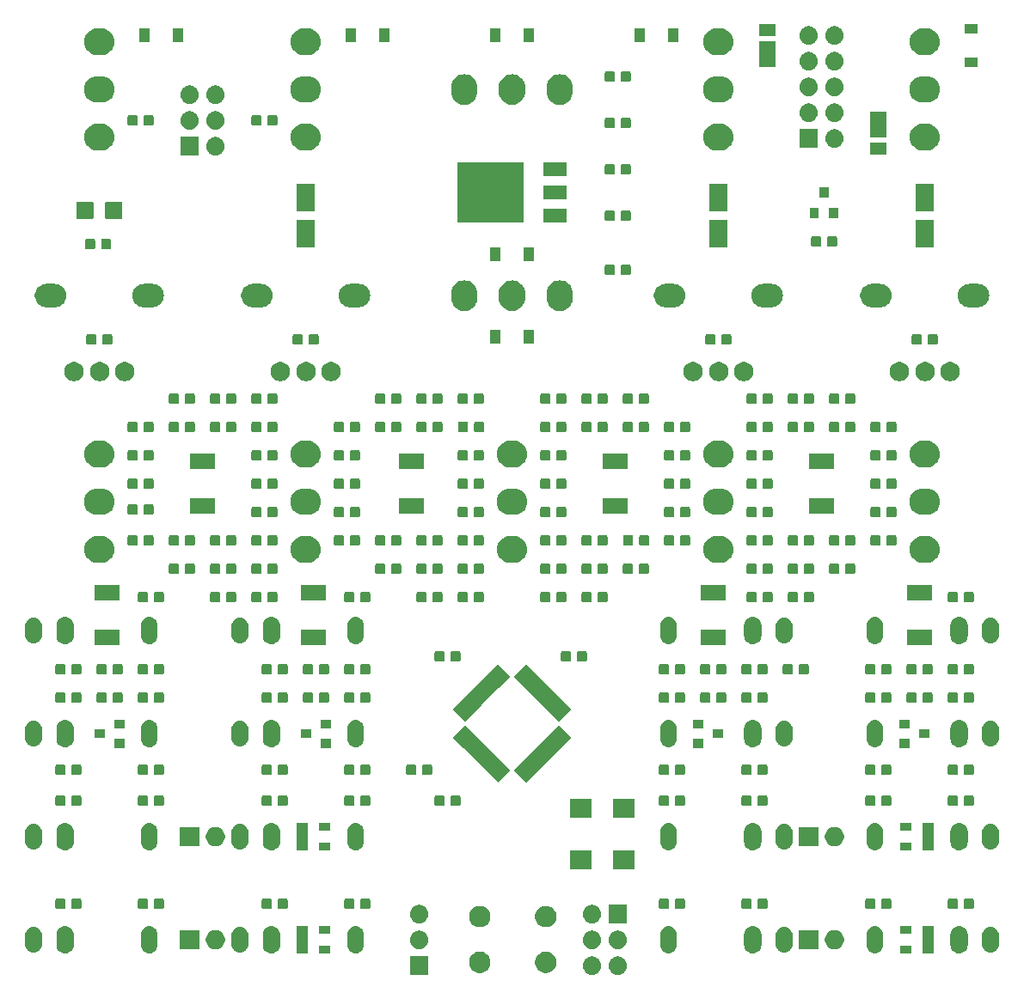
<source format=gbr>
G04 #@! TF.GenerationSoftware,KiCad,Pcbnew,5.0.0-fee4fd1~66~ubuntu16.04.1*
G04 #@! TF.CreationDate,2018-12-26T20:43:45+08:00*
G04 #@! TF.ProjectId,Sequencer,53657175656E6365722E6B696361645F,rev?*
G04 #@! TF.SameCoordinates,PX8d9e880PY6424e28*
G04 #@! TF.FileFunction,Soldermask,Bot*
G04 #@! TF.FilePolarity,Negative*
%FSLAX46Y46*%
G04 Gerber Fmt 4.6, Leading zero omitted, Abs format (unit mm)*
G04 Created by KiCad (PCBNEW 5.0.0-fee4fd1~66~ubuntu16.04.1) date Wed Dec 26 20:43:45 2018*
%MOMM*%
%LPD*%
G01*
G04 APERTURE LIST*
%ADD10C,0.100000*%
G04 APERTURE END LIST*
D10*
G36*
X-8242560Y-46621320D02*
X-10044560Y-46621320D01*
X-10044560Y-44819320D01*
X-8242560Y-44819320D01*
X-8242560Y-46621320D01*
X-8242560Y-46621320D01*
G37*
G36*
X10524883Y-44825839D02*
X10591067Y-44832357D01*
X10704293Y-44866704D01*
X10760907Y-44883877D01*
X10784496Y-44896486D01*
X10917431Y-44967542D01*
X10953169Y-44996872D01*
X11054626Y-45080134D01*
X11137888Y-45181591D01*
X11167218Y-45217329D01*
X11167219Y-45217331D01*
X11250883Y-45373853D01*
X11250883Y-45373854D01*
X11302403Y-45543693D01*
X11319799Y-45720320D01*
X11302403Y-45896947D01*
X11268056Y-46010173D01*
X11250883Y-46066787D01*
X11176788Y-46205407D01*
X11167218Y-46223311D01*
X11137888Y-46259049D01*
X11054626Y-46360506D01*
X10953169Y-46443768D01*
X10917431Y-46473098D01*
X10917429Y-46473099D01*
X10760907Y-46556763D01*
X10704293Y-46573936D01*
X10591067Y-46608283D01*
X10524883Y-46614801D01*
X10458700Y-46621320D01*
X10370180Y-46621320D01*
X10303997Y-46614801D01*
X10237813Y-46608283D01*
X10124587Y-46573936D01*
X10067973Y-46556763D01*
X9911451Y-46473099D01*
X9911449Y-46473098D01*
X9875711Y-46443768D01*
X9774254Y-46360506D01*
X9690992Y-46259049D01*
X9661662Y-46223311D01*
X9652092Y-46205407D01*
X9577997Y-46066787D01*
X9560824Y-46010173D01*
X9526477Y-45896947D01*
X9509081Y-45720320D01*
X9526477Y-45543693D01*
X9577997Y-45373854D01*
X9577997Y-45373853D01*
X9661661Y-45217331D01*
X9661662Y-45217329D01*
X9690992Y-45181591D01*
X9774254Y-45080134D01*
X9875711Y-44996872D01*
X9911449Y-44967542D01*
X10044384Y-44896486D01*
X10067973Y-44883877D01*
X10124587Y-44866704D01*
X10237813Y-44832357D01*
X10303997Y-44825839D01*
X10370180Y-44819320D01*
X10458700Y-44819320D01*
X10524883Y-44825839D01*
X10524883Y-44825839D01*
G37*
G36*
X7984883Y-44825839D02*
X8051067Y-44832357D01*
X8164293Y-44866704D01*
X8220907Y-44883877D01*
X8244496Y-44896486D01*
X8377431Y-44967542D01*
X8413169Y-44996872D01*
X8514626Y-45080134D01*
X8597888Y-45181591D01*
X8627218Y-45217329D01*
X8627219Y-45217331D01*
X8710883Y-45373853D01*
X8710883Y-45373854D01*
X8762403Y-45543693D01*
X8779799Y-45720320D01*
X8762403Y-45896947D01*
X8728056Y-46010173D01*
X8710883Y-46066787D01*
X8636788Y-46205407D01*
X8627218Y-46223311D01*
X8597888Y-46259049D01*
X8514626Y-46360506D01*
X8413169Y-46443768D01*
X8377431Y-46473098D01*
X8377429Y-46473099D01*
X8220907Y-46556763D01*
X8164293Y-46573936D01*
X8051067Y-46608283D01*
X7984883Y-46614801D01*
X7918700Y-46621320D01*
X7830180Y-46621320D01*
X7763997Y-46614801D01*
X7697813Y-46608283D01*
X7584587Y-46573936D01*
X7527973Y-46556763D01*
X7371451Y-46473099D01*
X7371449Y-46473098D01*
X7335711Y-46443768D01*
X7234254Y-46360506D01*
X7150992Y-46259049D01*
X7121662Y-46223311D01*
X7112092Y-46205407D01*
X7037997Y-46066787D01*
X7020824Y-46010173D01*
X6986477Y-45896947D01*
X6969081Y-45720320D01*
X6986477Y-45543693D01*
X7037997Y-45373854D01*
X7037997Y-45373853D01*
X7121661Y-45217331D01*
X7121662Y-45217329D01*
X7150992Y-45181591D01*
X7234254Y-45080134D01*
X7335711Y-44996872D01*
X7371449Y-44967542D01*
X7504384Y-44896486D01*
X7527973Y-44883877D01*
X7584587Y-44866704D01*
X7697813Y-44832357D01*
X7763997Y-44825839D01*
X7830180Y-44819320D01*
X7918700Y-44819320D01*
X7984883Y-44825839D01*
X7984883Y-44825839D01*
G37*
G36*
X-2867995Y-44383709D02*
X-2676726Y-44462935D01*
X-2504584Y-44577957D01*
X-2358197Y-44724344D01*
X-2243175Y-44896486D01*
X-2163949Y-45087755D01*
X-2123560Y-45290804D01*
X-2123560Y-45497836D01*
X-2163949Y-45700885D01*
X-2243175Y-45892154D01*
X-2358197Y-46064296D01*
X-2504584Y-46210683D01*
X-2676726Y-46325705D01*
X-2867995Y-46404931D01*
X-3071044Y-46445320D01*
X-3278076Y-46445320D01*
X-3481125Y-46404931D01*
X-3672394Y-46325705D01*
X-3844536Y-46210683D01*
X-3990923Y-46064296D01*
X-4105945Y-45892154D01*
X-4185171Y-45700885D01*
X-4225560Y-45497836D01*
X-4225560Y-45290804D01*
X-4185171Y-45087755D01*
X-4105945Y-44896486D01*
X-3990923Y-44724344D01*
X-3844536Y-44577957D01*
X-3672394Y-44462935D01*
X-3481125Y-44383709D01*
X-3278076Y-44343320D01*
X-3071044Y-44343320D01*
X-2867995Y-44383709D01*
X-2867995Y-44383709D01*
G37*
G36*
X3632005Y-44383709D02*
X3823274Y-44462935D01*
X3995416Y-44577957D01*
X4141803Y-44724344D01*
X4256825Y-44896486D01*
X4336051Y-45087755D01*
X4376440Y-45290804D01*
X4376440Y-45497836D01*
X4336051Y-45700885D01*
X4256825Y-45892154D01*
X4141803Y-46064296D01*
X3995416Y-46210683D01*
X3823274Y-46325705D01*
X3632005Y-46404931D01*
X3428956Y-46445320D01*
X3221924Y-46445320D01*
X3018875Y-46404931D01*
X2827606Y-46325705D01*
X2655464Y-46210683D01*
X2509077Y-46064296D01*
X2394055Y-45892154D01*
X2314829Y-45700885D01*
X2274440Y-45497836D01*
X2274440Y-45290804D01*
X2314829Y-45087755D01*
X2394055Y-44896486D01*
X2509077Y-44724344D01*
X2655464Y-44577957D01*
X2827606Y-44462935D01*
X3018875Y-44383709D01*
X3221924Y-44343320D01*
X3428956Y-44343320D01*
X3632005Y-44383709D01*
X3632005Y-44383709D01*
G37*
G36*
X23867260Y-41841633D02*
X23867263Y-41841634D01*
X23867264Y-41841634D01*
X24027678Y-41890295D01*
X24027680Y-41890296D01*
X24027683Y-41890297D01*
X24175518Y-41969315D01*
X24305099Y-42075661D01*
X24411445Y-42205242D01*
X24490463Y-42353076D01*
X24490463Y-42353077D01*
X24490465Y-42353081D01*
X24526932Y-42473297D01*
X24539127Y-42513499D01*
X24551440Y-42638516D01*
X24551440Y-43722123D01*
X24539127Y-43847141D01*
X24539126Y-43847144D01*
X24539126Y-43847145D01*
X24517327Y-43919008D01*
X24490463Y-44007564D01*
X24411445Y-44155398D01*
X24305099Y-44284979D01*
X24175518Y-44391325D01*
X24027684Y-44470343D01*
X24027681Y-44470344D01*
X24027679Y-44470345D01*
X23867265Y-44519006D01*
X23867264Y-44519006D01*
X23867261Y-44519007D01*
X23700440Y-44535437D01*
X23533620Y-44519007D01*
X23533617Y-44519006D01*
X23533616Y-44519006D01*
X23373202Y-44470345D01*
X23373200Y-44470344D01*
X23373197Y-44470343D01*
X23225363Y-44391325D01*
X23095782Y-44284979D01*
X22989436Y-44155398D01*
X22910418Y-44007564D01*
X22883555Y-43919008D01*
X22861755Y-43847145D01*
X22861755Y-43847144D01*
X22861754Y-43847141D01*
X22849441Y-43722124D01*
X22849440Y-42638517D01*
X22861753Y-42513500D01*
X22861754Y-42513496D01*
X22910415Y-42353082D01*
X22910416Y-42353080D01*
X22910417Y-42353077D01*
X22989435Y-42205242D01*
X23095781Y-42075661D01*
X23225362Y-41969315D01*
X23373196Y-41890297D01*
X23373199Y-41890296D01*
X23373201Y-41890295D01*
X23533615Y-41841634D01*
X23533616Y-41841634D01*
X23533619Y-41841633D01*
X23700440Y-41825203D01*
X23867260Y-41841633D01*
X23867260Y-41841633D01*
G37*
G36*
X44187260Y-41841633D02*
X44187263Y-41841634D01*
X44187264Y-41841634D01*
X44347678Y-41890295D01*
X44347680Y-41890296D01*
X44347683Y-41890297D01*
X44495518Y-41969315D01*
X44625099Y-42075661D01*
X44731445Y-42205242D01*
X44810463Y-42353076D01*
X44810463Y-42353077D01*
X44810465Y-42353081D01*
X44846932Y-42473297D01*
X44859127Y-42513499D01*
X44871440Y-42638516D01*
X44871440Y-43722123D01*
X44859127Y-43847141D01*
X44859126Y-43847144D01*
X44859126Y-43847145D01*
X44837327Y-43919008D01*
X44810463Y-44007564D01*
X44731445Y-44155398D01*
X44625099Y-44284979D01*
X44495518Y-44391325D01*
X44347684Y-44470343D01*
X44347681Y-44470344D01*
X44347679Y-44470345D01*
X44187265Y-44519006D01*
X44187264Y-44519006D01*
X44187261Y-44519007D01*
X44020440Y-44535437D01*
X43853620Y-44519007D01*
X43853617Y-44519006D01*
X43853616Y-44519006D01*
X43693202Y-44470345D01*
X43693200Y-44470344D01*
X43693197Y-44470343D01*
X43545363Y-44391325D01*
X43415782Y-44284979D01*
X43309436Y-44155398D01*
X43230418Y-44007564D01*
X43203555Y-43919008D01*
X43181755Y-43847145D01*
X43181755Y-43847144D01*
X43181754Y-43847141D01*
X43169441Y-43722124D01*
X43169440Y-42638517D01*
X43181753Y-42513500D01*
X43181754Y-42513496D01*
X43230415Y-42353082D01*
X43230416Y-42353080D01*
X43230417Y-42353077D01*
X43309435Y-42205242D01*
X43415781Y-42075661D01*
X43545362Y-41969315D01*
X43693196Y-41890297D01*
X43693199Y-41890296D01*
X43693201Y-41890295D01*
X43853615Y-41841634D01*
X43853616Y-41841634D01*
X43853619Y-41841633D01*
X44020440Y-41825203D01*
X44187260Y-41841633D01*
X44187260Y-41841633D01*
G37*
G36*
X-23532739Y-41841633D02*
X-23532736Y-41841634D01*
X-23532735Y-41841634D01*
X-23372321Y-41890295D01*
X-23372319Y-41890296D01*
X-23372316Y-41890297D01*
X-23224482Y-41969315D01*
X-23094901Y-42075661D01*
X-22988555Y-42205242D01*
X-22909537Y-42353076D01*
X-22909537Y-42353077D01*
X-22909535Y-42353081D01*
X-22873068Y-42473297D01*
X-22860873Y-42513499D01*
X-22848560Y-42638517D01*
X-22848560Y-43722124D01*
X-22860873Y-43847141D01*
X-22860874Y-43847144D01*
X-22860874Y-43847145D01*
X-22882673Y-43919008D01*
X-22909537Y-44007564D01*
X-22988555Y-44155398D01*
X-23094901Y-44284979D01*
X-23224482Y-44391325D01*
X-23372317Y-44470343D01*
X-23372320Y-44470344D01*
X-23372322Y-44470345D01*
X-23532736Y-44519006D01*
X-23532737Y-44519006D01*
X-23532740Y-44519007D01*
X-23699560Y-44535437D01*
X-23866381Y-44519007D01*
X-23866384Y-44519006D01*
X-23866385Y-44519006D01*
X-24026799Y-44470345D01*
X-24026801Y-44470344D01*
X-24026804Y-44470343D01*
X-24174638Y-44391325D01*
X-24304219Y-44284979D01*
X-24410565Y-44155398D01*
X-24489583Y-44007563D01*
X-24516445Y-43919010D01*
X-24538246Y-43847144D01*
X-24538246Y-43847143D01*
X-24538247Y-43847140D01*
X-24550560Y-43722123D01*
X-24550559Y-42638516D01*
X-24538246Y-42513499D01*
X-24526051Y-42473297D01*
X-24489584Y-42353081D01*
X-24489582Y-42353077D01*
X-24489582Y-42353076D01*
X-24410564Y-42205242D01*
X-24304218Y-42075661D01*
X-24174637Y-41969315D01*
X-24026803Y-41890297D01*
X-24026800Y-41890296D01*
X-24026798Y-41890295D01*
X-23866384Y-41841634D01*
X-23866383Y-41841634D01*
X-23866380Y-41841633D01*
X-23699560Y-41825203D01*
X-23532739Y-41841633D01*
X-23532739Y-41841633D01*
G37*
G36*
X-43852739Y-41841633D02*
X-43852736Y-41841634D01*
X-43852735Y-41841634D01*
X-43692321Y-41890295D01*
X-43692319Y-41890296D01*
X-43692316Y-41890297D01*
X-43544482Y-41969315D01*
X-43414901Y-42075661D01*
X-43308555Y-42205242D01*
X-43229537Y-42353076D01*
X-43229537Y-42353077D01*
X-43229535Y-42353081D01*
X-43193068Y-42473297D01*
X-43180873Y-42513499D01*
X-43168560Y-42638517D01*
X-43168560Y-43722124D01*
X-43180873Y-43847141D01*
X-43180874Y-43847144D01*
X-43180874Y-43847145D01*
X-43202673Y-43919008D01*
X-43229537Y-44007564D01*
X-43308555Y-44155398D01*
X-43414901Y-44284979D01*
X-43544482Y-44391325D01*
X-43692317Y-44470343D01*
X-43692320Y-44470344D01*
X-43692322Y-44470345D01*
X-43852736Y-44519006D01*
X-43852737Y-44519006D01*
X-43852740Y-44519007D01*
X-44019560Y-44535437D01*
X-44186381Y-44519007D01*
X-44186384Y-44519006D01*
X-44186385Y-44519006D01*
X-44346799Y-44470345D01*
X-44346801Y-44470344D01*
X-44346804Y-44470343D01*
X-44494638Y-44391325D01*
X-44624219Y-44284979D01*
X-44730565Y-44155398D01*
X-44809583Y-44007563D01*
X-44836445Y-43919010D01*
X-44858246Y-43847144D01*
X-44858246Y-43847143D01*
X-44858247Y-43847140D01*
X-44870560Y-43722123D01*
X-44870559Y-42638516D01*
X-44858246Y-42513499D01*
X-44846051Y-42473297D01*
X-44809584Y-42353081D01*
X-44809582Y-42353077D01*
X-44809582Y-42353076D01*
X-44730564Y-42205242D01*
X-44624218Y-42075661D01*
X-44494637Y-41969315D01*
X-44346803Y-41890297D01*
X-44346800Y-41890296D01*
X-44346798Y-41890295D01*
X-44186384Y-41841634D01*
X-44186383Y-41841634D01*
X-44186380Y-41841633D01*
X-44019560Y-41825203D01*
X-43852739Y-41841633D01*
X-43852739Y-41841633D01*
G37*
G36*
X-35562535Y-41840910D02*
X-35411548Y-41886712D01*
X-35272395Y-41961090D01*
X-35150427Y-42061187D01*
X-35050330Y-42183155D01*
X-34975952Y-42322308D01*
X-34930150Y-42473295D01*
X-34918560Y-42590974D01*
X-34918560Y-43769666D01*
X-34930150Y-43887345D01*
X-34975952Y-44038332D01*
X-35050330Y-44177485D01*
X-35150424Y-44299450D01*
X-35150426Y-44299451D01*
X-35150427Y-44299453D01*
X-35150431Y-44299456D01*
X-35272399Y-44399552D01*
X-35411549Y-44473928D01*
X-35562536Y-44519730D01*
X-35719560Y-44535195D01*
X-35876585Y-44519730D01*
X-36027572Y-44473928D01*
X-36166725Y-44399550D01*
X-36288690Y-44299456D01*
X-36288691Y-44299454D01*
X-36288693Y-44299453D01*
X-36338741Y-44238468D01*
X-36388792Y-44177481D01*
X-36463168Y-44038331D01*
X-36508970Y-43887344D01*
X-36520560Y-43769665D01*
X-36520559Y-42590974D01*
X-36508969Y-42473295D01*
X-36463167Y-42322308D01*
X-36388789Y-42183155D01*
X-36288692Y-42061187D01*
X-36166724Y-41961090D01*
X-36027571Y-41886712D01*
X-35876584Y-41840910D01*
X-35719560Y-41825445D01*
X-35562535Y-41840910D01*
X-35562535Y-41840910D01*
G37*
G36*
X-15242535Y-41840910D02*
X-15091548Y-41886712D01*
X-14952395Y-41961090D01*
X-14830427Y-42061187D01*
X-14730330Y-42183155D01*
X-14655952Y-42322308D01*
X-14610150Y-42473295D01*
X-14598560Y-42590974D01*
X-14598560Y-43769666D01*
X-14610150Y-43887345D01*
X-14655952Y-44038332D01*
X-14730330Y-44177485D01*
X-14830424Y-44299450D01*
X-14830426Y-44299451D01*
X-14830427Y-44299453D01*
X-14830431Y-44299456D01*
X-14952399Y-44399552D01*
X-15091549Y-44473928D01*
X-15242536Y-44519730D01*
X-15399560Y-44535195D01*
X-15556585Y-44519730D01*
X-15707572Y-44473928D01*
X-15846725Y-44399550D01*
X-15968690Y-44299456D01*
X-15968691Y-44299454D01*
X-15968693Y-44299453D01*
X-16018741Y-44238468D01*
X-16068792Y-44177481D01*
X-16143168Y-44038331D01*
X-16188970Y-43887344D01*
X-16200560Y-43769665D01*
X-16200559Y-42590974D01*
X-16188969Y-42473295D01*
X-16143167Y-42322308D01*
X-16068789Y-42183155D01*
X-15968692Y-42061187D01*
X-15846724Y-41961090D01*
X-15707571Y-41886712D01*
X-15556584Y-41840910D01*
X-15399560Y-41825445D01*
X-15242535Y-41840910D01*
X-15242535Y-41840910D01*
G37*
G36*
X15557464Y-41840910D02*
X15708451Y-41886712D01*
X15847601Y-41961088D01*
X15883190Y-41990295D01*
X15969573Y-42061187D01*
X15969574Y-42061189D01*
X15969576Y-42061190D01*
X16069670Y-42183155D01*
X16144048Y-42322308D01*
X16189850Y-42473295D01*
X16201440Y-42590974D01*
X16201440Y-43769666D01*
X16189850Y-43887345D01*
X16144048Y-44038332D01*
X16069670Y-44177485D01*
X15969573Y-44299453D01*
X15847605Y-44399550D01*
X15708452Y-44473928D01*
X15557465Y-44519730D01*
X15400440Y-44535195D01*
X15243416Y-44519730D01*
X15092429Y-44473928D01*
X14953276Y-44399550D01*
X14831308Y-44299453D01*
X14731211Y-44177485D01*
X14656833Y-44038332D01*
X14611031Y-43887345D01*
X14599441Y-43769666D01*
X14599440Y-42590975D01*
X14611030Y-42473296D01*
X14656832Y-42322309D01*
X14731208Y-42183159D01*
X14831305Y-42061190D01*
X14831307Y-42061187D01*
X14831309Y-42061186D01*
X14831310Y-42061184D01*
X14953275Y-41961090D01*
X15092428Y-41886712D01*
X15243415Y-41840910D01*
X15400440Y-41825445D01*
X15557464Y-41840910D01*
X15557464Y-41840910D01*
G37*
G36*
X35877464Y-41840910D02*
X36028451Y-41886712D01*
X36167601Y-41961088D01*
X36203190Y-41990295D01*
X36289573Y-42061187D01*
X36289574Y-42061189D01*
X36289576Y-42061190D01*
X36389670Y-42183155D01*
X36464048Y-42322308D01*
X36509850Y-42473295D01*
X36521440Y-42590974D01*
X36521440Y-43769666D01*
X36509850Y-43887345D01*
X36464048Y-44038332D01*
X36389670Y-44177485D01*
X36289573Y-44299453D01*
X36167605Y-44399550D01*
X36028452Y-44473928D01*
X35877465Y-44519730D01*
X35720440Y-44535195D01*
X35563416Y-44519730D01*
X35412429Y-44473928D01*
X35273276Y-44399550D01*
X35151308Y-44299453D01*
X35051211Y-44177485D01*
X34976833Y-44038332D01*
X34931031Y-43887345D01*
X34919441Y-43769666D01*
X34919440Y-42590975D01*
X34931030Y-42473296D01*
X34976832Y-42322309D01*
X35051208Y-42183159D01*
X35151305Y-42061190D01*
X35151307Y-42061187D01*
X35151309Y-42061186D01*
X35151310Y-42061184D01*
X35273275Y-41961090D01*
X35412428Y-41886712D01*
X35563415Y-41840910D01*
X35720440Y-41825445D01*
X35877464Y-41840910D01*
X35877464Y-41840910D01*
G37*
G36*
X-17876560Y-44506320D02*
X-19038560Y-44506320D01*
X-19038560Y-43754320D01*
X-17876560Y-43754320D01*
X-17876560Y-44506320D01*
X-17876560Y-44506320D01*
G37*
G36*
X-20076560Y-44506320D02*
X-21238560Y-44506320D01*
X-21238560Y-41854320D01*
X-20076560Y-41854320D01*
X-20076560Y-44506320D01*
X-20076560Y-44506320D01*
G37*
G36*
X39359440Y-44506320D02*
X38197440Y-44506320D01*
X38197440Y-43754320D01*
X39359440Y-43754320D01*
X39359440Y-44506320D01*
X39359440Y-44506320D01*
G37*
G36*
X41559440Y-44506320D02*
X40397440Y-44506320D01*
X40397440Y-41854320D01*
X41559440Y-41854320D01*
X41559440Y-44506320D01*
X41559440Y-44506320D01*
G37*
G36*
X-46952739Y-41941633D02*
X-46952736Y-41941634D01*
X-46952735Y-41941634D01*
X-46792321Y-41990295D01*
X-46792319Y-41990296D01*
X-46792316Y-41990297D01*
X-46644482Y-42069315D01*
X-46514901Y-42175661D01*
X-46408555Y-42305242D01*
X-46329537Y-42453076D01*
X-46329537Y-42453077D01*
X-46329535Y-42453081D01*
X-46280874Y-42613495D01*
X-46280874Y-42613496D01*
X-46280873Y-42613500D01*
X-46268560Y-42738517D01*
X-46268560Y-43622124D01*
X-46280873Y-43747141D01*
X-46280874Y-43747144D01*
X-46280874Y-43747145D01*
X-46323403Y-43887345D01*
X-46329537Y-43907564D01*
X-46408555Y-44055398D01*
X-46514901Y-44184979D01*
X-46644482Y-44291325D01*
X-46792317Y-44370343D01*
X-46792320Y-44370344D01*
X-46792322Y-44370345D01*
X-46952736Y-44419006D01*
X-46952737Y-44419006D01*
X-46952740Y-44419007D01*
X-47119560Y-44435437D01*
X-47286381Y-44419007D01*
X-47286384Y-44419006D01*
X-47286385Y-44419006D01*
X-47446799Y-44370345D01*
X-47446801Y-44370344D01*
X-47446804Y-44370343D01*
X-47594638Y-44291325D01*
X-47724219Y-44184979D01*
X-47830565Y-44055398D01*
X-47909583Y-43907563D01*
X-47915716Y-43887345D01*
X-47958246Y-43747144D01*
X-47958246Y-43747143D01*
X-47958247Y-43747140D01*
X-47970560Y-43622123D01*
X-47970560Y-42738517D01*
X-47958246Y-42613499D01*
X-47951414Y-42590976D01*
X-47909584Y-42453081D01*
X-47909582Y-42453077D01*
X-47909582Y-42453076D01*
X-47830564Y-42305242D01*
X-47724218Y-42175661D01*
X-47594637Y-42069315D01*
X-47446803Y-41990297D01*
X-47446800Y-41990296D01*
X-47446798Y-41990295D01*
X-47286384Y-41941634D01*
X-47286383Y-41941634D01*
X-47286380Y-41941633D01*
X-47119560Y-41925203D01*
X-46952739Y-41941633D01*
X-46952739Y-41941633D01*
G37*
G36*
X-26632739Y-41941633D02*
X-26632736Y-41941634D01*
X-26632735Y-41941634D01*
X-26472321Y-41990295D01*
X-26472319Y-41990296D01*
X-26472316Y-41990297D01*
X-26324482Y-42069315D01*
X-26194901Y-42175661D01*
X-26088555Y-42305242D01*
X-26009537Y-42453076D01*
X-26009537Y-42453077D01*
X-26009535Y-42453081D01*
X-25960874Y-42613495D01*
X-25960874Y-42613496D01*
X-25960873Y-42613500D01*
X-25948560Y-42738517D01*
X-25948560Y-43622124D01*
X-25960873Y-43747141D01*
X-25960874Y-43747144D01*
X-25960874Y-43747145D01*
X-26003403Y-43887345D01*
X-26009537Y-43907564D01*
X-26088555Y-44055398D01*
X-26194901Y-44184979D01*
X-26324482Y-44291325D01*
X-26472317Y-44370343D01*
X-26472320Y-44370344D01*
X-26472322Y-44370345D01*
X-26632736Y-44419006D01*
X-26632737Y-44419006D01*
X-26632740Y-44419007D01*
X-26799560Y-44435437D01*
X-26966381Y-44419007D01*
X-26966384Y-44419006D01*
X-26966385Y-44419006D01*
X-27126799Y-44370345D01*
X-27126801Y-44370344D01*
X-27126804Y-44370343D01*
X-27274638Y-44291325D01*
X-27404219Y-44184979D01*
X-27510565Y-44055398D01*
X-27589583Y-43907563D01*
X-27595716Y-43887345D01*
X-27638246Y-43747144D01*
X-27638246Y-43747143D01*
X-27638247Y-43747140D01*
X-27650560Y-43622123D01*
X-27650560Y-42738517D01*
X-27638246Y-42613499D01*
X-27631414Y-42590976D01*
X-27589584Y-42453081D01*
X-27589582Y-42453077D01*
X-27589582Y-42453076D01*
X-27510564Y-42305242D01*
X-27404218Y-42175661D01*
X-27274637Y-42069315D01*
X-27126803Y-41990297D01*
X-27126800Y-41990296D01*
X-27126798Y-41990295D01*
X-26966384Y-41941634D01*
X-26966383Y-41941634D01*
X-26966380Y-41941633D01*
X-26799560Y-41925203D01*
X-26632739Y-41941633D01*
X-26632739Y-41941633D01*
G37*
G36*
X47287260Y-41941633D02*
X47287263Y-41941634D01*
X47287264Y-41941634D01*
X47447678Y-41990295D01*
X47447680Y-41990296D01*
X47447683Y-41990297D01*
X47595518Y-42069315D01*
X47725099Y-42175661D01*
X47831445Y-42305242D01*
X47910463Y-42453076D01*
X47910463Y-42453077D01*
X47910465Y-42453081D01*
X47952295Y-42590976D01*
X47959127Y-42613499D01*
X47971440Y-42738516D01*
X47971440Y-43622123D01*
X47959127Y-43747140D01*
X47959126Y-43747142D01*
X47959126Y-43747145D01*
X47910465Y-43907558D01*
X47910463Y-43907564D01*
X47831445Y-44055398D01*
X47725099Y-44184979D01*
X47595518Y-44291325D01*
X47447684Y-44370343D01*
X47447681Y-44370344D01*
X47447679Y-44370345D01*
X47287265Y-44419006D01*
X47287264Y-44419006D01*
X47287261Y-44419007D01*
X47120440Y-44435437D01*
X46953620Y-44419007D01*
X46953617Y-44419006D01*
X46953616Y-44419006D01*
X46793202Y-44370345D01*
X46793200Y-44370344D01*
X46793197Y-44370343D01*
X46645363Y-44291325D01*
X46515782Y-44184979D01*
X46409436Y-44055398D01*
X46330418Y-43907564D01*
X46324285Y-43887345D01*
X46281755Y-43747145D01*
X46281755Y-43747144D01*
X46281754Y-43747141D01*
X46269440Y-43622123D01*
X46269440Y-42738517D01*
X46281753Y-42613500D01*
X46281754Y-42613496D01*
X46330415Y-42453082D01*
X46330416Y-42453080D01*
X46330417Y-42453077D01*
X46409435Y-42305242D01*
X46515781Y-42175661D01*
X46645362Y-42069315D01*
X46793196Y-41990297D01*
X46793199Y-41990296D01*
X46793201Y-41990295D01*
X46953615Y-41941634D01*
X46953616Y-41941634D01*
X46953619Y-41941633D01*
X47120440Y-41925203D01*
X47287260Y-41941633D01*
X47287260Y-41941633D01*
G37*
G36*
X26967260Y-41941633D02*
X26967263Y-41941634D01*
X26967264Y-41941634D01*
X27127678Y-41990295D01*
X27127680Y-41990296D01*
X27127683Y-41990297D01*
X27275518Y-42069315D01*
X27405099Y-42175661D01*
X27511445Y-42305242D01*
X27590463Y-42453076D01*
X27590463Y-42453077D01*
X27590465Y-42453081D01*
X27632295Y-42590976D01*
X27639127Y-42613499D01*
X27651440Y-42738516D01*
X27651440Y-43622123D01*
X27639127Y-43747140D01*
X27639126Y-43747142D01*
X27639126Y-43747145D01*
X27590465Y-43907558D01*
X27590463Y-43907564D01*
X27511445Y-44055398D01*
X27405099Y-44184979D01*
X27275518Y-44291325D01*
X27127684Y-44370343D01*
X27127681Y-44370344D01*
X27127679Y-44370345D01*
X26967265Y-44419006D01*
X26967264Y-44419006D01*
X26967261Y-44419007D01*
X26800440Y-44435437D01*
X26633620Y-44419007D01*
X26633617Y-44419006D01*
X26633616Y-44419006D01*
X26473202Y-44370345D01*
X26473200Y-44370344D01*
X26473197Y-44370343D01*
X26325363Y-44291325D01*
X26195782Y-44184979D01*
X26089436Y-44055398D01*
X26010418Y-43907564D01*
X26004285Y-43887345D01*
X25961755Y-43747145D01*
X25961755Y-43747144D01*
X25961754Y-43747141D01*
X25949440Y-43622123D01*
X25949440Y-42738517D01*
X25961753Y-42613500D01*
X25961754Y-42613496D01*
X26010415Y-42453082D01*
X26010416Y-42453080D01*
X26010417Y-42453077D01*
X26089435Y-42305242D01*
X26195781Y-42175661D01*
X26325362Y-42069315D01*
X26473196Y-41990297D01*
X26473199Y-41990296D01*
X26473201Y-41990295D01*
X26633615Y-41941634D01*
X26633616Y-41941634D01*
X26633619Y-41941633D01*
X26800440Y-41925203D01*
X26967260Y-41941633D01*
X26967260Y-41941633D01*
G37*
G36*
X-30798560Y-44131320D02*
X-32700560Y-44131320D01*
X-32700560Y-42229320D01*
X-30798560Y-42229320D01*
X-30798560Y-44131320D01*
X-30798560Y-44131320D01*
G37*
G36*
X-28932164Y-42265866D02*
X-28759094Y-42337554D01*
X-28603330Y-42441632D01*
X-28470872Y-42574090D01*
X-28366794Y-42729854D01*
X-28295106Y-42902924D01*
X-28258560Y-43086653D01*
X-28258560Y-43273987D01*
X-28295106Y-43457716D01*
X-28366794Y-43630786D01*
X-28470872Y-43786550D01*
X-28603330Y-43919008D01*
X-28759094Y-44023086D01*
X-28932164Y-44094774D01*
X-29115893Y-44131320D01*
X-29303227Y-44131320D01*
X-29486956Y-44094774D01*
X-29660026Y-44023086D01*
X-29815790Y-43919008D01*
X-29948248Y-43786550D01*
X-30052326Y-43630786D01*
X-30124014Y-43457716D01*
X-30160560Y-43273987D01*
X-30160560Y-43086653D01*
X-30124014Y-42902924D01*
X-30052326Y-42729854D01*
X-29948248Y-42574090D01*
X-29815790Y-42441632D01*
X-29660026Y-42337554D01*
X-29486956Y-42265866D01*
X-29303227Y-42229320D01*
X-29115893Y-42229320D01*
X-28932164Y-42265866D01*
X-28932164Y-42265866D01*
G37*
G36*
X30161440Y-44131320D02*
X28259440Y-44131320D01*
X28259440Y-42229320D01*
X30161440Y-42229320D01*
X30161440Y-44131320D01*
X30161440Y-44131320D01*
G37*
G36*
X32027836Y-42265866D02*
X32200906Y-42337554D01*
X32356670Y-42441632D01*
X32489128Y-42574090D01*
X32593206Y-42729854D01*
X32664894Y-42902924D01*
X32701440Y-43086653D01*
X32701440Y-43273987D01*
X32664894Y-43457716D01*
X32593206Y-43630786D01*
X32489128Y-43786550D01*
X32356670Y-43919008D01*
X32200906Y-44023086D01*
X32027836Y-44094774D01*
X31844107Y-44131320D01*
X31656773Y-44131320D01*
X31473044Y-44094774D01*
X31299974Y-44023086D01*
X31144210Y-43919008D01*
X31011752Y-43786550D01*
X30907674Y-43630786D01*
X30835986Y-43457716D01*
X30799440Y-43273987D01*
X30799440Y-43086653D01*
X30835986Y-42902924D01*
X30907674Y-42729854D01*
X31011752Y-42574090D01*
X31144210Y-42441632D01*
X31299974Y-42337554D01*
X31473044Y-42265866D01*
X31656773Y-42229320D01*
X31844107Y-42229320D01*
X32027836Y-42265866D01*
X32027836Y-42265866D01*
G37*
G36*
X7984882Y-42285838D02*
X8051067Y-42292357D01*
X8164293Y-42326704D01*
X8220907Y-42343877D01*
X8359527Y-42417972D01*
X8377431Y-42427542D01*
X8408544Y-42453076D01*
X8514626Y-42540134D01*
X8574834Y-42613499D01*
X8627218Y-42677329D01*
X8627219Y-42677331D01*
X8710883Y-42833853D01*
X8710883Y-42833854D01*
X8762403Y-43003693D01*
X8779799Y-43180320D01*
X8762403Y-43356947D01*
X8731835Y-43457716D01*
X8710883Y-43526787D01*
X8655293Y-43630787D01*
X8627218Y-43683311D01*
X8597888Y-43719049D01*
X8514626Y-43820506D01*
X8433182Y-43887344D01*
X8377431Y-43933098D01*
X8377429Y-43933099D01*
X8220907Y-44016763D01*
X8200062Y-44023086D01*
X8051067Y-44068283D01*
X7984882Y-44074802D01*
X7918700Y-44081320D01*
X7830180Y-44081320D01*
X7763998Y-44074802D01*
X7697813Y-44068283D01*
X7548818Y-44023086D01*
X7527973Y-44016763D01*
X7371451Y-43933099D01*
X7371449Y-43933098D01*
X7315698Y-43887344D01*
X7234254Y-43820506D01*
X7150992Y-43719049D01*
X7121662Y-43683311D01*
X7093587Y-43630787D01*
X7037997Y-43526787D01*
X7017045Y-43457716D01*
X6986477Y-43356947D01*
X6969081Y-43180320D01*
X6986477Y-43003693D01*
X7037997Y-42833854D01*
X7037997Y-42833853D01*
X7121661Y-42677331D01*
X7121662Y-42677329D01*
X7174046Y-42613499D01*
X7234254Y-42540134D01*
X7340336Y-42453076D01*
X7371449Y-42427542D01*
X7389353Y-42417972D01*
X7527973Y-42343877D01*
X7584587Y-42326704D01*
X7697813Y-42292357D01*
X7763998Y-42285838D01*
X7830180Y-42279320D01*
X7918700Y-42279320D01*
X7984882Y-42285838D01*
X7984882Y-42285838D01*
G37*
G36*
X-9033118Y-42285838D02*
X-8966933Y-42292357D01*
X-8853707Y-42326704D01*
X-8797093Y-42343877D01*
X-8658473Y-42417972D01*
X-8640569Y-42427542D01*
X-8609456Y-42453076D01*
X-8503374Y-42540134D01*
X-8443166Y-42613499D01*
X-8390782Y-42677329D01*
X-8390781Y-42677331D01*
X-8307117Y-42833853D01*
X-8307117Y-42833854D01*
X-8255597Y-43003693D01*
X-8238201Y-43180320D01*
X-8255597Y-43356947D01*
X-8286165Y-43457716D01*
X-8307117Y-43526787D01*
X-8362707Y-43630787D01*
X-8390782Y-43683311D01*
X-8420112Y-43719049D01*
X-8503374Y-43820506D01*
X-8584818Y-43887344D01*
X-8640569Y-43933098D01*
X-8640571Y-43933099D01*
X-8797093Y-44016763D01*
X-8817938Y-44023086D01*
X-8966933Y-44068283D01*
X-9033118Y-44074802D01*
X-9099300Y-44081320D01*
X-9187820Y-44081320D01*
X-9254002Y-44074802D01*
X-9320187Y-44068283D01*
X-9469182Y-44023086D01*
X-9490027Y-44016763D01*
X-9646549Y-43933099D01*
X-9646551Y-43933098D01*
X-9702302Y-43887344D01*
X-9783746Y-43820506D01*
X-9867008Y-43719049D01*
X-9896338Y-43683311D01*
X-9924413Y-43630787D01*
X-9980003Y-43526787D01*
X-10000955Y-43457716D01*
X-10031523Y-43356947D01*
X-10048919Y-43180320D01*
X-10031523Y-43003693D01*
X-9980003Y-42833854D01*
X-9980003Y-42833853D01*
X-9896339Y-42677331D01*
X-9896338Y-42677329D01*
X-9843954Y-42613499D01*
X-9783746Y-42540134D01*
X-9677664Y-42453076D01*
X-9646551Y-42427542D01*
X-9628647Y-42417972D01*
X-9490027Y-42343877D01*
X-9433413Y-42326704D01*
X-9320187Y-42292357D01*
X-9254002Y-42285838D01*
X-9187820Y-42279320D01*
X-9099300Y-42279320D01*
X-9033118Y-42285838D01*
X-9033118Y-42285838D01*
G37*
G36*
X10524882Y-42285838D02*
X10591067Y-42292357D01*
X10704293Y-42326704D01*
X10760907Y-42343877D01*
X10899527Y-42417972D01*
X10917431Y-42427542D01*
X10948544Y-42453076D01*
X11054626Y-42540134D01*
X11114834Y-42613499D01*
X11167218Y-42677329D01*
X11167219Y-42677331D01*
X11250883Y-42833853D01*
X11250883Y-42833854D01*
X11302403Y-43003693D01*
X11319799Y-43180320D01*
X11302403Y-43356947D01*
X11271835Y-43457716D01*
X11250883Y-43526787D01*
X11195293Y-43630787D01*
X11167218Y-43683311D01*
X11137888Y-43719049D01*
X11054626Y-43820506D01*
X10973182Y-43887344D01*
X10917431Y-43933098D01*
X10917429Y-43933099D01*
X10760907Y-44016763D01*
X10740062Y-44023086D01*
X10591067Y-44068283D01*
X10524882Y-44074802D01*
X10458700Y-44081320D01*
X10370180Y-44081320D01*
X10303998Y-44074802D01*
X10237813Y-44068283D01*
X10088818Y-44023086D01*
X10067973Y-44016763D01*
X9911451Y-43933099D01*
X9911449Y-43933098D01*
X9855698Y-43887344D01*
X9774254Y-43820506D01*
X9690992Y-43719049D01*
X9661662Y-43683311D01*
X9633587Y-43630787D01*
X9577997Y-43526787D01*
X9557045Y-43457716D01*
X9526477Y-43356947D01*
X9509081Y-43180320D01*
X9526477Y-43003693D01*
X9577997Y-42833854D01*
X9577997Y-42833853D01*
X9661661Y-42677331D01*
X9661662Y-42677329D01*
X9714046Y-42613499D01*
X9774254Y-42540134D01*
X9880336Y-42453076D01*
X9911449Y-42427542D01*
X9929353Y-42417972D01*
X10067973Y-42343877D01*
X10124587Y-42326704D01*
X10237813Y-42292357D01*
X10303998Y-42285838D01*
X10370180Y-42279320D01*
X10458700Y-42279320D01*
X10524882Y-42285838D01*
X10524882Y-42285838D01*
G37*
G36*
X-17876560Y-42606320D02*
X-19038560Y-42606320D01*
X-19038560Y-41854320D01*
X-17876560Y-41854320D01*
X-17876560Y-42606320D01*
X-17876560Y-42606320D01*
G37*
G36*
X39359440Y-42606320D02*
X38197440Y-42606320D01*
X38197440Y-41854320D01*
X39359440Y-41854320D01*
X39359440Y-42606320D01*
X39359440Y-42606320D01*
G37*
G36*
X-2867995Y-39883709D02*
X-2676726Y-39962935D01*
X-2504584Y-40077957D01*
X-2358197Y-40224344D01*
X-2243175Y-40396486D01*
X-2163949Y-40587755D01*
X-2123560Y-40790804D01*
X-2123560Y-40997836D01*
X-2163949Y-41200885D01*
X-2243175Y-41392154D01*
X-2358197Y-41564296D01*
X-2504584Y-41710683D01*
X-2676726Y-41825705D01*
X-2867995Y-41904931D01*
X-3071044Y-41945320D01*
X-3278076Y-41945320D01*
X-3481125Y-41904931D01*
X-3672394Y-41825705D01*
X-3844536Y-41710683D01*
X-3990923Y-41564296D01*
X-4105945Y-41392154D01*
X-4185171Y-41200885D01*
X-4225560Y-40997836D01*
X-4225560Y-40790804D01*
X-4185171Y-40587755D01*
X-4105945Y-40396486D01*
X-3990923Y-40224344D01*
X-3844536Y-40077957D01*
X-3672394Y-39962935D01*
X-3481125Y-39883709D01*
X-3278076Y-39843320D01*
X-3071044Y-39843320D01*
X-2867995Y-39883709D01*
X-2867995Y-39883709D01*
G37*
G36*
X3632005Y-39883709D02*
X3823274Y-39962935D01*
X3995416Y-40077957D01*
X4141803Y-40224344D01*
X4256825Y-40396486D01*
X4336051Y-40587755D01*
X4376440Y-40790804D01*
X4376440Y-40997836D01*
X4336051Y-41200885D01*
X4256825Y-41392154D01*
X4141803Y-41564296D01*
X3995416Y-41710683D01*
X3823274Y-41825705D01*
X3632005Y-41904931D01*
X3428956Y-41945320D01*
X3221924Y-41945320D01*
X3018875Y-41904931D01*
X2827606Y-41825705D01*
X2655464Y-41710683D01*
X2509077Y-41564296D01*
X2394055Y-41392154D01*
X2314829Y-41200885D01*
X2274440Y-40997836D01*
X2274440Y-40790804D01*
X2314829Y-40587755D01*
X2394055Y-40396486D01*
X2509077Y-40224344D01*
X2655464Y-40077957D01*
X2827606Y-39962935D01*
X3018875Y-39883709D01*
X3221924Y-39843320D01*
X3428956Y-39843320D01*
X3632005Y-39883709D01*
X3632005Y-39883709D01*
G37*
G36*
X-9033117Y-39745839D02*
X-8966933Y-39752357D01*
X-8853707Y-39786704D01*
X-8797093Y-39803877D01*
X-8658473Y-39877972D01*
X-8640569Y-39887542D01*
X-8617993Y-39906070D01*
X-8503374Y-40000134D01*
X-8438831Y-40078781D01*
X-8390782Y-40137329D01*
X-8390781Y-40137331D01*
X-8307117Y-40293853D01*
X-8307117Y-40293854D01*
X-8255597Y-40463693D01*
X-8238201Y-40640320D01*
X-8255597Y-40816947D01*
X-8289944Y-40930173D01*
X-8307117Y-40986787D01*
X-8313022Y-40997834D01*
X-8390782Y-41143311D01*
X-8420112Y-41179049D01*
X-8503374Y-41280506D01*
X-8604831Y-41363768D01*
X-8640569Y-41393098D01*
X-8640571Y-41393099D01*
X-8797093Y-41476763D01*
X-8853707Y-41493936D01*
X-8966933Y-41528283D01*
X-9033118Y-41534802D01*
X-9099300Y-41541320D01*
X-9187820Y-41541320D01*
X-9254002Y-41534802D01*
X-9320187Y-41528283D01*
X-9433413Y-41493936D01*
X-9490027Y-41476763D01*
X-9646549Y-41393099D01*
X-9646551Y-41393098D01*
X-9682289Y-41363768D01*
X-9783746Y-41280506D01*
X-9867008Y-41179049D01*
X-9896338Y-41143311D01*
X-9974098Y-40997834D01*
X-9980003Y-40986787D01*
X-9997176Y-40930173D01*
X-10031523Y-40816947D01*
X-10048919Y-40640320D01*
X-10031523Y-40463693D01*
X-9980003Y-40293854D01*
X-9980003Y-40293853D01*
X-9896339Y-40137331D01*
X-9896338Y-40137329D01*
X-9848289Y-40078781D01*
X-9783746Y-40000134D01*
X-9669127Y-39906070D01*
X-9646551Y-39887542D01*
X-9628647Y-39877972D01*
X-9490027Y-39803877D01*
X-9433413Y-39786704D01*
X-9320187Y-39752357D01*
X-9254003Y-39745839D01*
X-9187820Y-39739320D01*
X-9099300Y-39739320D01*
X-9033117Y-39745839D01*
X-9033117Y-39745839D01*
G37*
G36*
X11315440Y-41541320D02*
X9513440Y-41541320D01*
X9513440Y-39739320D01*
X11315440Y-39739320D01*
X11315440Y-41541320D01*
X11315440Y-41541320D01*
G37*
G36*
X7984883Y-39745839D02*
X8051067Y-39752357D01*
X8164293Y-39786704D01*
X8220907Y-39803877D01*
X8359527Y-39877972D01*
X8377431Y-39887542D01*
X8400007Y-39906070D01*
X8514626Y-40000134D01*
X8579169Y-40078781D01*
X8627218Y-40137329D01*
X8627219Y-40137331D01*
X8710883Y-40293853D01*
X8710883Y-40293854D01*
X8762403Y-40463693D01*
X8779799Y-40640320D01*
X8762403Y-40816947D01*
X8728056Y-40930173D01*
X8710883Y-40986787D01*
X8704978Y-40997834D01*
X8627218Y-41143311D01*
X8597888Y-41179049D01*
X8514626Y-41280506D01*
X8413169Y-41363768D01*
X8377431Y-41393098D01*
X8377429Y-41393099D01*
X8220907Y-41476763D01*
X8164293Y-41493936D01*
X8051067Y-41528283D01*
X7984882Y-41534802D01*
X7918700Y-41541320D01*
X7830180Y-41541320D01*
X7763998Y-41534802D01*
X7697813Y-41528283D01*
X7584587Y-41493936D01*
X7527973Y-41476763D01*
X7371451Y-41393099D01*
X7371449Y-41393098D01*
X7335711Y-41363768D01*
X7234254Y-41280506D01*
X7150992Y-41179049D01*
X7121662Y-41143311D01*
X7043902Y-40997834D01*
X7037997Y-40986787D01*
X7020824Y-40930173D01*
X6986477Y-40816947D01*
X6969081Y-40640320D01*
X6986477Y-40463693D01*
X7037997Y-40293854D01*
X7037997Y-40293853D01*
X7121661Y-40137331D01*
X7121662Y-40137329D01*
X7169711Y-40078781D01*
X7234254Y-40000134D01*
X7348873Y-39906070D01*
X7371449Y-39887542D01*
X7389353Y-39877972D01*
X7527973Y-39803877D01*
X7584587Y-39786704D01*
X7697813Y-39752357D01*
X7763997Y-39745839D01*
X7830180Y-39739320D01*
X7918700Y-39739320D01*
X7984883Y-39745839D01*
X7984883Y-39745839D01*
G37*
G36*
X37198031Y-39102405D02*
X37232009Y-39112713D01*
X37263327Y-39129453D01*
X37290779Y-39151981D01*
X37313307Y-39179433D01*
X37330047Y-39210751D01*
X37340355Y-39244729D01*
X37344440Y-39286210D01*
X37344440Y-39962430D01*
X37340355Y-40003911D01*
X37330047Y-40037889D01*
X37313307Y-40069207D01*
X37290779Y-40096659D01*
X37263327Y-40119187D01*
X37232009Y-40135927D01*
X37198031Y-40146235D01*
X37156550Y-40150320D01*
X36555330Y-40150320D01*
X36513849Y-40146235D01*
X36479871Y-40135927D01*
X36448553Y-40119187D01*
X36421101Y-40096659D01*
X36398573Y-40069207D01*
X36381833Y-40037889D01*
X36371525Y-40003911D01*
X36367440Y-39962430D01*
X36367440Y-39286210D01*
X36371525Y-39244729D01*
X36381833Y-39210751D01*
X36398573Y-39179433D01*
X36421101Y-39151981D01*
X36448553Y-39129453D01*
X36479871Y-39112713D01*
X36513849Y-39102405D01*
X36555330Y-39098320D01*
X37156550Y-39098320D01*
X37198031Y-39102405D01*
X37198031Y-39102405D01*
G37*
G36*
X-23812969Y-39102405D02*
X-23778991Y-39112713D01*
X-23747673Y-39129453D01*
X-23720221Y-39151981D01*
X-23697693Y-39179433D01*
X-23680953Y-39210751D01*
X-23670645Y-39244729D01*
X-23666560Y-39286210D01*
X-23666560Y-39962430D01*
X-23670645Y-40003911D01*
X-23680953Y-40037889D01*
X-23697693Y-40069207D01*
X-23720221Y-40096659D01*
X-23747673Y-40119187D01*
X-23778991Y-40135927D01*
X-23812969Y-40146235D01*
X-23854450Y-40150320D01*
X-24455670Y-40150320D01*
X-24497151Y-40146235D01*
X-24531129Y-40135927D01*
X-24562447Y-40119187D01*
X-24589899Y-40096659D01*
X-24612427Y-40069207D01*
X-24629167Y-40037889D01*
X-24639475Y-40003911D01*
X-24643560Y-39962430D01*
X-24643560Y-39286210D01*
X-24639475Y-39244729D01*
X-24629167Y-39210751D01*
X-24612427Y-39179433D01*
X-24589899Y-39151981D01*
X-24562447Y-39129453D01*
X-24531129Y-39112713D01*
X-24497151Y-39102405D01*
X-24455670Y-39098320D01*
X-23854450Y-39098320D01*
X-23812969Y-39102405D01*
X-23812969Y-39102405D01*
G37*
G36*
X-22237969Y-39102405D02*
X-22203991Y-39112713D01*
X-22172673Y-39129453D01*
X-22145221Y-39151981D01*
X-22122693Y-39179433D01*
X-22105953Y-39210751D01*
X-22095645Y-39244729D01*
X-22091560Y-39286210D01*
X-22091560Y-39962430D01*
X-22095645Y-40003911D01*
X-22105953Y-40037889D01*
X-22122693Y-40069207D01*
X-22145221Y-40096659D01*
X-22172673Y-40119187D01*
X-22203991Y-40135927D01*
X-22237969Y-40146235D01*
X-22279450Y-40150320D01*
X-22880670Y-40150320D01*
X-22922151Y-40146235D01*
X-22956129Y-40135927D01*
X-22987447Y-40119187D01*
X-23014899Y-40096659D01*
X-23037427Y-40069207D01*
X-23054167Y-40037889D01*
X-23064475Y-40003911D01*
X-23068560Y-39962430D01*
X-23068560Y-39286210D01*
X-23064475Y-39244729D01*
X-23054167Y-39210751D01*
X-23037427Y-39179433D01*
X-23014899Y-39151981D01*
X-22987447Y-39129453D01*
X-22956129Y-39112713D01*
X-22922151Y-39102405D01*
X-22880670Y-39098320D01*
X-22279450Y-39098320D01*
X-22237969Y-39102405D01*
X-22237969Y-39102405D01*
G37*
G36*
X-14109969Y-39102405D02*
X-14075991Y-39112713D01*
X-14044673Y-39129453D01*
X-14017221Y-39151981D01*
X-13994693Y-39179433D01*
X-13977953Y-39210751D01*
X-13967645Y-39244729D01*
X-13963560Y-39286210D01*
X-13963560Y-39962430D01*
X-13967645Y-40003911D01*
X-13977953Y-40037889D01*
X-13994693Y-40069207D01*
X-14017221Y-40096659D01*
X-14044673Y-40119187D01*
X-14075991Y-40135927D01*
X-14109969Y-40146235D01*
X-14151450Y-40150320D01*
X-14752670Y-40150320D01*
X-14794151Y-40146235D01*
X-14828129Y-40135927D01*
X-14859447Y-40119187D01*
X-14886899Y-40096659D01*
X-14909427Y-40069207D01*
X-14926167Y-40037889D01*
X-14936475Y-40003911D01*
X-14940560Y-39962430D01*
X-14940560Y-39286210D01*
X-14936475Y-39244729D01*
X-14926167Y-39210751D01*
X-14909427Y-39179433D01*
X-14886899Y-39151981D01*
X-14859447Y-39129453D01*
X-14828129Y-39112713D01*
X-14794151Y-39102405D01*
X-14752670Y-39098320D01*
X-14151450Y-39098320D01*
X-14109969Y-39102405D01*
X-14109969Y-39102405D01*
G37*
G36*
X-15684969Y-39102405D02*
X-15650991Y-39112713D01*
X-15619673Y-39129453D01*
X-15592221Y-39151981D01*
X-15569693Y-39179433D01*
X-15552953Y-39210751D01*
X-15542645Y-39244729D01*
X-15538560Y-39286210D01*
X-15538560Y-39962430D01*
X-15542645Y-40003911D01*
X-15552953Y-40037889D01*
X-15569693Y-40069207D01*
X-15592221Y-40096659D01*
X-15619673Y-40119187D01*
X-15650991Y-40135927D01*
X-15684969Y-40146235D01*
X-15726450Y-40150320D01*
X-16327670Y-40150320D01*
X-16369151Y-40146235D01*
X-16403129Y-40135927D01*
X-16434447Y-40119187D01*
X-16461899Y-40096659D01*
X-16484427Y-40069207D01*
X-16501167Y-40037889D01*
X-16511475Y-40003911D01*
X-16515560Y-39962430D01*
X-16515560Y-39286210D01*
X-16511475Y-39244729D01*
X-16501167Y-39210751D01*
X-16484427Y-39179433D01*
X-16461899Y-39151981D01*
X-16434447Y-39129453D01*
X-16403129Y-39112713D01*
X-16369151Y-39102405D01*
X-16327670Y-39098320D01*
X-15726450Y-39098320D01*
X-15684969Y-39102405D01*
X-15684969Y-39102405D01*
G37*
G36*
X-42557969Y-39102405D02*
X-42523991Y-39112713D01*
X-42492673Y-39129453D01*
X-42465221Y-39151981D01*
X-42442693Y-39179433D01*
X-42425953Y-39210751D01*
X-42415645Y-39244729D01*
X-42411560Y-39286210D01*
X-42411560Y-39962430D01*
X-42415645Y-40003911D01*
X-42425953Y-40037889D01*
X-42442693Y-40069207D01*
X-42465221Y-40096659D01*
X-42492673Y-40119187D01*
X-42523991Y-40135927D01*
X-42557969Y-40146235D01*
X-42599450Y-40150320D01*
X-43200670Y-40150320D01*
X-43242151Y-40146235D01*
X-43276129Y-40135927D01*
X-43307447Y-40119187D01*
X-43334899Y-40096659D01*
X-43357427Y-40069207D01*
X-43374167Y-40037889D01*
X-43384475Y-40003911D01*
X-43388560Y-39962430D01*
X-43388560Y-39286210D01*
X-43384475Y-39244729D01*
X-43374167Y-39210751D01*
X-43357427Y-39179433D01*
X-43334899Y-39151981D01*
X-43307447Y-39129453D01*
X-43276129Y-39112713D01*
X-43242151Y-39102405D01*
X-43200670Y-39098320D01*
X-42599450Y-39098320D01*
X-42557969Y-39102405D01*
X-42557969Y-39102405D01*
G37*
G36*
X-44132969Y-39102405D02*
X-44098991Y-39112713D01*
X-44067673Y-39129453D01*
X-44040221Y-39151981D01*
X-44017693Y-39179433D01*
X-44000953Y-39210751D01*
X-43990645Y-39244729D01*
X-43986560Y-39286210D01*
X-43986560Y-39962430D01*
X-43990645Y-40003911D01*
X-44000953Y-40037889D01*
X-44017693Y-40069207D01*
X-44040221Y-40096659D01*
X-44067673Y-40119187D01*
X-44098991Y-40135927D01*
X-44132969Y-40146235D01*
X-44174450Y-40150320D01*
X-44775670Y-40150320D01*
X-44817151Y-40146235D01*
X-44851129Y-40135927D01*
X-44882447Y-40119187D01*
X-44909899Y-40096659D01*
X-44932427Y-40069207D01*
X-44949167Y-40037889D01*
X-44959475Y-40003911D01*
X-44963560Y-39962430D01*
X-44963560Y-39286210D01*
X-44959475Y-39244729D01*
X-44949167Y-39210751D01*
X-44932427Y-39179433D01*
X-44909899Y-39151981D01*
X-44882447Y-39129453D01*
X-44851129Y-39112713D01*
X-44817151Y-39102405D01*
X-44775670Y-39098320D01*
X-44174450Y-39098320D01*
X-44132969Y-39102405D01*
X-44132969Y-39102405D01*
G37*
G36*
X-34429969Y-39102405D02*
X-34395991Y-39112713D01*
X-34364673Y-39129453D01*
X-34337221Y-39151981D01*
X-34314693Y-39179433D01*
X-34297953Y-39210751D01*
X-34287645Y-39244729D01*
X-34283560Y-39286210D01*
X-34283560Y-39962430D01*
X-34287645Y-40003911D01*
X-34297953Y-40037889D01*
X-34314693Y-40069207D01*
X-34337221Y-40096659D01*
X-34364673Y-40119187D01*
X-34395991Y-40135927D01*
X-34429969Y-40146235D01*
X-34471450Y-40150320D01*
X-35072670Y-40150320D01*
X-35114151Y-40146235D01*
X-35148129Y-40135927D01*
X-35179447Y-40119187D01*
X-35206899Y-40096659D01*
X-35229427Y-40069207D01*
X-35246167Y-40037889D01*
X-35256475Y-40003911D01*
X-35260560Y-39962430D01*
X-35260560Y-39286210D01*
X-35256475Y-39244729D01*
X-35246167Y-39210751D01*
X-35229427Y-39179433D01*
X-35206899Y-39151981D01*
X-35179447Y-39129453D01*
X-35148129Y-39112713D01*
X-35114151Y-39102405D01*
X-35072670Y-39098320D01*
X-34471450Y-39098320D01*
X-34429969Y-39102405D01*
X-34429969Y-39102405D01*
G37*
G36*
X35623031Y-39102405D02*
X35657009Y-39112713D01*
X35688327Y-39129453D01*
X35715779Y-39151981D01*
X35738307Y-39179433D01*
X35755047Y-39210751D01*
X35765355Y-39244729D01*
X35769440Y-39286210D01*
X35769440Y-39962430D01*
X35765355Y-40003911D01*
X35755047Y-40037889D01*
X35738307Y-40069207D01*
X35715779Y-40096659D01*
X35688327Y-40119187D01*
X35657009Y-40135927D01*
X35623031Y-40146235D01*
X35581550Y-40150320D01*
X34980330Y-40150320D01*
X34938849Y-40146235D01*
X34904871Y-40135927D01*
X34873553Y-40119187D01*
X34846101Y-40096659D01*
X34823573Y-40069207D01*
X34806833Y-40037889D01*
X34796525Y-40003911D01*
X34792440Y-39962430D01*
X34792440Y-39286210D01*
X34796525Y-39244729D01*
X34806833Y-39210751D01*
X34823573Y-39179433D01*
X34846101Y-39151981D01*
X34873553Y-39129453D01*
X34904871Y-39112713D01*
X34938849Y-39102405D01*
X34980330Y-39098320D01*
X35581550Y-39098320D01*
X35623031Y-39102405D01*
X35623031Y-39102405D01*
G37*
G36*
X45326031Y-39102405D02*
X45360009Y-39112713D01*
X45391327Y-39129453D01*
X45418779Y-39151981D01*
X45441307Y-39179433D01*
X45458047Y-39210751D01*
X45468355Y-39244729D01*
X45472440Y-39286210D01*
X45472440Y-39962430D01*
X45468355Y-40003911D01*
X45458047Y-40037889D01*
X45441307Y-40069207D01*
X45418779Y-40096659D01*
X45391327Y-40119187D01*
X45360009Y-40135927D01*
X45326031Y-40146235D01*
X45284550Y-40150320D01*
X44683330Y-40150320D01*
X44641849Y-40146235D01*
X44607871Y-40135927D01*
X44576553Y-40119187D01*
X44549101Y-40096659D01*
X44526573Y-40069207D01*
X44509833Y-40037889D01*
X44499525Y-40003911D01*
X44495440Y-39962430D01*
X44495440Y-39286210D01*
X44499525Y-39244729D01*
X44509833Y-39210751D01*
X44526573Y-39179433D01*
X44549101Y-39151981D01*
X44576553Y-39129453D01*
X44607871Y-39112713D01*
X44641849Y-39102405D01*
X44683330Y-39098320D01*
X45284550Y-39098320D01*
X45326031Y-39102405D01*
X45326031Y-39102405D01*
G37*
G36*
X43751031Y-39102405D02*
X43785009Y-39112713D01*
X43816327Y-39129453D01*
X43843779Y-39151981D01*
X43866307Y-39179433D01*
X43883047Y-39210751D01*
X43893355Y-39244729D01*
X43897440Y-39286210D01*
X43897440Y-39962430D01*
X43893355Y-40003911D01*
X43883047Y-40037889D01*
X43866307Y-40069207D01*
X43843779Y-40096659D01*
X43816327Y-40119187D01*
X43785009Y-40135927D01*
X43751031Y-40146235D01*
X43709550Y-40150320D01*
X43108330Y-40150320D01*
X43066849Y-40146235D01*
X43032871Y-40135927D01*
X43001553Y-40119187D01*
X42974101Y-40096659D01*
X42951573Y-40069207D01*
X42934833Y-40037889D01*
X42924525Y-40003911D01*
X42920440Y-39962430D01*
X42920440Y-39286210D01*
X42924525Y-39244729D01*
X42934833Y-39210751D01*
X42951573Y-39179433D01*
X42974101Y-39151981D01*
X43001553Y-39129453D01*
X43032871Y-39112713D01*
X43066849Y-39102405D01*
X43108330Y-39098320D01*
X43709550Y-39098320D01*
X43751031Y-39102405D01*
X43751031Y-39102405D01*
G37*
G36*
X23431031Y-39102405D02*
X23465009Y-39112713D01*
X23496327Y-39129453D01*
X23523779Y-39151981D01*
X23546307Y-39179433D01*
X23563047Y-39210751D01*
X23573355Y-39244729D01*
X23577440Y-39286210D01*
X23577440Y-39962430D01*
X23573355Y-40003911D01*
X23563047Y-40037889D01*
X23546307Y-40069207D01*
X23523779Y-40096659D01*
X23496327Y-40119187D01*
X23465009Y-40135927D01*
X23431031Y-40146235D01*
X23389550Y-40150320D01*
X22788330Y-40150320D01*
X22746849Y-40146235D01*
X22712871Y-40135927D01*
X22681553Y-40119187D01*
X22654101Y-40096659D01*
X22631573Y-40069207D01*
X22614833Y-40037889D01*
X22604525Y-40003911D01*
X22600440Y-39962430D01*
X22600440Y-39286210D01*
X22604525Y-39244729D01*
X22614833Y-39210751D01*
X22631573Y-39179433D01*
X22654101Y-39151981D01*
X22681553Y-39129453D01*
X22712871Y-39112713D01*
X22746849Y-39102405D01*
X22788330Y-39098320D01*
X23389550Y-39098320D01*
X23431031Y-39102405D01*
X23431031Y-39102405D01*
G37*
G36*
X25006031Y-39102405D02*
X25040009Y-39112713D01*
X25071327Y-39129453D01*
X25098779Y-39151981D01*
X25121307Y-39179433D01*
X25138047Y-39210751D01*
X25148355Y-39244729D01*
X25152440Y-39286210D01*
X25152440Y-39962430D01*
X25148355Y-40003911D01*
X25138047Y-40037889D01*
X25121307Y-40069207D01*
X25098779Y-40096659D01*
X25071327Y-40119187D01*
X25040009Y-40135927D01*
X25006031Y-40146235D01*
X24964550Y-40150320D01*
X24363330Y-40150320D01*
X24321849Y-40146235D01*
X24287871Y-40135927D01*
X24256553Y-40119187D01*
X24229101Y-40096659D01*
X24206573Y-40069207D01*
X24189833Y-40037889D01*
X24179525Y-40003911D01*
X24175440Y-39962430D01*
X24175440Y-39286210D01*
X24179525Y-39244729D01*
X24189833Y-39210751D01*
X24206573Y-39179433D01*
X24229101Y-39151981D01*
X24256553Y-39129453D01*
X24287871Y-39112713D01*
X24321849Y-39102405D01*
X24363330Y-39098320D01*
X24964550Y-39098320D01*
X25006031Y-39102405D01*
X25006031Y-39102405D01*
G37*
G36*
X16878031Y-39102405D02*
X16912009Y-39112713D01*
X16943327Y-39129453D01*
X16970779Y-39151981D01*
X16993307Y-39179433D01*
X17010047Y-39210751D01*
X17020355Y-39244729D01*
X17024440Y-39286210D01*
X17024440Y-39962430D01*
X17020355Y-40003911D01*
X17010047Y-40037889D01*
X16993307Y-40069207D01*
X16970779Y-40096659D01*
X16943327Y-40119187D01*
X16912009Y-40135927D01*
X16878031Y-40146235D01*
X16836550Y-40150320D01*
X16235330Y-40150320D01*
X16193849Y-40146235D01*
X16159871Y-40135927D01*
X16128553Y-40119187D01*
X16101101Y-40096659D01*
X16078573Y-40069207D01*
X16061833Y-40037889D01*
X16051525Y-40003911D01*
X16047440Y-39962430D01*
X16047440Y-39286210D01*
X16051525Y-39244729D01*
X16061833Y-39210751D01*
X16078573Y-39179433D01*
X16101101Y-39151981D01*
X16128553Y-39129453D01*
X16159871Y-39112713D01*
X16193849Y-39102405D01*
X16235330Y-39098320D01*
X16836550Y-39098320D01*
X16878031Y-39102405D01*
X16878031Y-39102405D01*
G37*
G36*
X15303031Y-39102405D02*
X15337009Y-39112713D01*
X15368327Y-39129453D01*
X15395779Y-39151981D01*
X15418307Y-39179433D01*
X15435047Y-39210751D01*
X15445355Y-39244729D01*
X15449440Y-39286210D01*
X15449440Y-39962430D01*
X15445355Y-40003911D01*
X15435047Y-40037889D01*
X15418307Y-40069207D01*
X15395779Y-40096659D01*
X15368327Y-40119187D01*
X15337009Y-40135927D01*
X15303031Y-40146235D01*
X15261550Y-40150320D01*
X14660330Y-40150320D01*
X14618849Y-40146235D01*
X14584871Y-40135927D01*
X14553553Y-40119187D01*
X14526101Y-40096659D01*
X14503573Y-40069207D01*
X14486833Y-40037889D01*
X14476525Y-40003911D01*
X14472440Y-39962430D01*
X14472440Y-39286210D01*
X14476525Y-39244729D01*
X14486833Y-39210751D01*
X14503573Y-39179433D01*
X14526101Y-39151981D01*
X14553553Y-39129453D01*
X14584871Y-39112713D01*
X14618849Y-39102405D01*
X14660330Y-39098320D01*
X15261550Y-39098320D01*
X15303031Y-39102405D01*
X15303031Y-39102405D01*
G37*
G36*
X-36004969Y-39102405D02*
X-35970991Y-39112713D01*
X-35939673Y-39129453D01*
X-35912221Y-39151981D01*
X-35889693Y-39179433D01*
X-35872953Y-39210751D01*
X-35862645Y-39244729D01*
X-35858560Y-39286210D01*
X-35858560Y-39962430D01*
X-35862645Y-40003911D01*
X-35872953Y-40037889D01*
X-35889693Y-40069207D01*
X-35912221Y-40096659D01*
X-35939673Y-40119187D01*
X-35970991Y-40135927D01*
X-36004969Y-40146235D01*
X-36046450Y-40150320D01*
X-36647670Y-40150320D01*
X-36689151Y-40146235D01*
X-36723129Y-40135927D01*
X-36754447Y-40119187D01*
X-36781899Y-40096659D01*
X-36804427Y-40069207D01*
X-36821167Y-40037889D01*
X-36831475Y-40003911D01*
X-36835560Y-39962430D01*
X-36835560Y-39286210D01*
X-36831475Y-39244729D01*
X-36821167Y-39210751D01*
X-36804427Y-39179433D01*
X-36781899Y-39151981D01*
X-36754447Y-39129453D01*
X-36723129Y-39112713D01*
X-36689151Y-39102405D01*
X-36647670Y-39098320D01*
X-36046450Y-39098320D01*
X-36004969Y-39102405D01*
X-36004969Y-39102405D01*
G37*
G36*
X7841440Y-36257320D02*
X5739440Y-36257320D01*
X5739440Y-34355320D01*
X7841440Y-34355320D01*
X7841440Y-36257320D01*
X7841440Y-36257320D01*
G37*
G36*
X12041440Y-36257320D02*
X9939440Y-36257320D01*
X9939440Y-34355320D01*
X12041440Y-34355320D01*
X12041440Y-36257320D01*
X12041440Y-36257320D01*
G37*
G36*
X-23532739Y-31681633D02*
X-23532736Y-31681634D01*
X-23532735Y-31681634D01*
X-23372321Y-31730295D01*
X-23372319Y-31730296D01*
X-23372316Y-31730297D01*
X-23224482Y-31809315D01*
X-23094901Y-31915661D01*
X-22988555Y-32045242D01*
X-22909537Y-32193076D01*
X-22909537Y-32193077D01*
X-22909535Y-32193081D01*
X-22873068Y-32313297D01*
X-22860873Y-32353499D01*
X-22848560Y-32478517D01*
X-22848560Y-33562124D01*
X-22860873Y-33687141D01*
X-22860874Y-33687144D01*
X-22860874Y-33687145D01*
X-22882673Y-33759008D01*
X-22909537Y-33847564D01*
X-22988555Y-33995398D01*
X-23094901Y-34124979D01*
X-23224482Y-34231325D01*
X-23372317Y-34310343D01*
X-23372320Y-34310344D01*
X-23372322Y-34310345D01*
X-23532736Y-34359006D01*
X-23532737Y-34359006D01*
X-23532740Y-34359007D01*
X-23699560Y-34375437D01*
X-23866381Y-34359007D01*
X-23866384Y-34359006D01*
X-23866385Y-34359006D01*
X-24026799Y-34310345D01*
X-24026801Y-34310344D01*
X-24026804Y-34310343D01*
X-24174638Y-34231325D01*
X-24304219Y-34124979D01*
X-24410565Y-33995398D01*
X-24489583Y-33847563D01*
X-24516445Y-33759010D01*
X-24538246Y-33687144D01*
X-24538246Y-33687143D01*
X-24538247Y-33687140D01*
X-24550560Y-33562123D01*
X-24550559Y-32478516D01*
X-24538246Y-32353499D01*
X-24526051Y-32313297D01*
X-24489584Y-32193081D01*
X-24489582Y-32193077D01*
X-24489582Y-32193076D01*
X-24410564Y-32045242D01*
X-24304218Y-31915661D01*
X-24174637Y-31809315D01*
X-24026803Y-31730297D01*
X-24026800Y-31730296D01*
X-24026798Y-31730295D01*
X-23866384Y-31681634D01*
X-23866383Y-31681634D01*
X-23866380Y-31681633D01*
X-23699560Y-31665203D01*
X-23532739Y-31681633D01*
X-23532739Y-31681633D01*
G37*
G36*
X-43852739Y-31681633D02*
X-43852736Y-31681634D01*
X-43852735Y-31681634D01*
X-43692321Y-31730295D01*
X-43692319Y-31730296D01*
X-43692316Y-31730297D01*
X-43544482Y-31809315D01*
X-43414901Y-31915661D01*
X-43308555Y-32045242D01*
X-43229537Y-32193076D01*
X-43229537Y-32193077D01*
X-43229535Y-32193081D01*
X-43193068Y-32313297D01*
X-43180873Y-32353499D01*
X-43168560Y-32478517D01*
X-43168560Y-33562124D01*
X-43180873Y-33687141D01*
X-43180874Y-33687144D01*
X-43180874Y-33687145D01*
X-43202673Y-33759008D01*
X-43229537Y-33847564D01*
X-43308555Y-33995398D01*
X-43414901Y-34124979D01*
X-43544482Y-34231325D01*
X-43692317Y-34310343D01*
X-43692320Y-34310344D01*
X-43692322Y-34310345D01*
X-43852736Y-34359006D01*
X-43852737Y-34359006D01*
X-43852740Y-34359007D01*
X-44019560Y-34375437D01*
X-44186381Y-34359007D01*
X-44186384Y-34359006D01*
X-44186385Y-34359006D01*
X-44346799Y-34310345D01*
X-44346801Y-34310344D01*
X-44346804Y-34310343D01*
X-44494638Y-34231325D01*
X-44624219Y-34124979D01*
X-44730565Y-33995398D01*
X-44809583Y-33847563D01*
X-44836445Y-33759010D01*
X-44858246Y-33687144D01*
X-44858246Y-33687143D01*
X-44858247Y-33687140D01*
X-44870560Y-33562123D01*
X-44870559Y-32478516D01*
X-44858246Y-32353499D01*
X-44846051Y-32313297D01*
X-44809584Y-32193081D01*
X-44809582Y-32193077D01*
X-44809582Y-32193076D01*
X-44730564Y-32045242D01*
X-44624218Y-31915661D01*
X-44494637Y-31809315D01*
X-44346803Y-31730297D01*
X-44346800Y-31730296D01*
X-44346798Y-31730295D01*
X-44186384Y-31681634D01*
X-44186383Y-31681634D01*
X-44186380Y-31681633D01*
X-44019560Y-31665203D01*
X-43852739Y-31681633D01*
X-43852739Y-31681633D01*
G37*
G36*
X23867260Y-31681633D02*
X23867263Y-31681634D01*
X23867264Y-31681634D01*
X24027678Y-31730295D01*
X24027680Y-31730296D01*
X24027683Y-31730297D01*
X24175518Y-31809315D01*
X24305099Y-31915661D01*
X24411445Y-32045242D01*
X24490463Y-32193076D01*
X24490463Y-32193077D01*
X24490465Y-32193081D01*
X24526932Y-32313297D01*
X24539127Y-32353499D01*
X24551440Y-32478516D01*
X24551440Y-33562123D01*
X24539127Y-33687141D01*
X24539126Y-33687144D01*
X24539126Y-33687145D01*
X24517327Y-33759008D01*
X24490463Y-33847564D01*
X24411445Y-33995398D01*
X24305099Y-34124979D01*
X24175518Y-34231325D01*
X24027684Y-34310343D01*
X24027681Y-34310344D01*
X24027679Y-34310345D01*
X23867265Y-34359006D01*
X23867264Y-34359006D01*
X23867261Y-34359007D01*
X23700440Y-34375437D01*
X23533620Y-34359007D01*
X23533617Y-34359006D01*
X23533616Y-34359006D01*
X23373202Y-34310345D01*
X23373200Y-34310344D01*
X23373197Y-34310343D01*
X23225363Y-34231325D01*
X23095782Y-34124979D01*
X22989436Y-33995398D01*
X22910418Y-33847564D01*
X22883555Y-33759008D01*
X22861755Y-33687145D01*
X22861755Y-33687144D01*
X22861754Y-33687141D01*
X22849441Y-33562124D01*
X22849440Y-32478517D01*
X22861753Y-32353500D01*
X22861754Y-32353496D01*
X22910415Y-32193082D01*
X22910416Y-32193080D01*
X22910417Y-32193077D01*
X22989435Y-32045242D01*
X23095781Y-31915661D01*
X23225362Y-31809315D01*
X23373196Y-31730297D01*
X23373199Y-31730296D01*
X23373201Y-31730295D01*
X23533615Y-31681634D01*
X23533616Y-31681634D01*
X23533619Y-31681633D01*
X23700440Y-31665203D01*
X23867260Y-31681633D01*
X23867260Y-31681633D01*
G37*
G36*
X44187260Y-31681633D02*
X44187263Y-31681634D01*
X44187264Y-31681634D01*
X44347678Y-31730295D01*
X44347680Y-31730296D01*
X44347683Y-31730297D01*
X44495518Y-31809315D01*
X44625099Y-31915661D01*
X44731445Y-32045242D01*
X44810463Y-32193076D01*
X44810463Y-32193077D01*
X44810465Y-32193081D01*
X44846932Y-32313297D01*
X44859127Y-32353499D01*
X44871440Y-32478516D01*
X44871440Y-33562123D01*
X44859127Y-33687141D01*
X44859126Y-33687144D01*
X44859126Y-33687145D01*
X44837327Y-33759008D01*
X44810463Y-33847564D01*
X44731445Y-33995398D01*
X44625099Y-34124979D01*
X44495518Y-34231325D01*
X44347684Y-34310343D01*
X44347681Y-34310344D01*
X44347679Y-34310345D01*
X44187265Y-34359006D01*
X44187264Y-34359006D01*
X44187261Y-34359007D01*
X44020440Y-34375437D01*
X43853620Y-34359007D01*
X43853617Y-34359006D01*
X43853616Y-34359006D01*
X43693202Y-34310345D01*
X43693200Y-34310344D01*
X43693197Y-34310343D01*
X43545363Y-34231325D01*
X43415782Y-34124979D01*
X43309436Y-33995398D01*
X43230418Y-33847564D01*
X43203555Y-33759008D01*
X43181755Y-33687145D01*
X43181755Y-33687144D01*
X43181754Y-33687141D01*
X43169441Y-33562124D01*
X43169440Y-32478517D01*
X43181753Y-32353500D01*
X43181754Y-32353496D01*
X43230415Y-32193082D01*
X43230416Y-32193080D01*
X43230417Y-32193077D01*
X43309435Y-32045242D01*
X43415781Y-31915661D01*
X43545362Y-31809315D01*
X43693196Y-31730297D01*
X43693199Y-31730296D01*
X43693201Y-31730295D01*
X43853615Y-31681634D01*
X43853616Y-31681634D01*
X43853619Y-31681633D01*
X44020440Y-31665203D01*
X44187260Y-31681633D01*
X44187260Y-31681633D01*
G37*
G36*
X-15242535Y-31680910D02*
X-15091548Y-31726712D01*
X-14952395Y-31801090D01*
X-14830427Y-31901187D01*
X-14730330Y-32023155D01*
X-14655952Y-32162308D01*
X-14610150Y-32313295D01*
X-14598560Y-32430974D01*
X-14598560Y-33609666D01*
X-14610150Y-33727345D01*
X-14655952Y-33878332D01*
X-14730330Y-34017485D01*
X-14830424Y-34139450D01*
X-14830426Y-34139451D01*
X-14830427Y-34139453D01*
X-14830431Y-34139456D01*
X-14952399Y-34239552D01*
X-15091549Y-34313928D01*
X-15242536Y-34359730D01*
X-15399560Y-34375195D01*
X-15556585Y-34359730D01*
X-15707572Y-34313928D01*
X-15846725Y-34239550D01*
X-15968690Y-34139456D01*
X-15968691Y-34139454D01*
X-15968693Y-34139453D01*
X-16018741Y-34078469D01*
X-16068792Y-34017481D01*
X-16143168Y-33878331D01*
X-16188970Y-33727344D01*
X-16200560Y-33609665D01*
X-16200559Y-32430974D01*
X-16188969Y-32313295D01*
X-16143167Y-32162308D01*
X-16068789Y-32023155D01*
X-15968692Y-31901187D01*
X-15846724Y-31801090D01*
X-15707571Y-31726712D01*
X-15556584Y-31680910D01*
X-15399560Y-31665445D01*
X-15242535Y-31680910D01*
X-15242535Y-31680910D01*
G37*
G36*
X-35562535Y-31680910D02*
X-35411548Y-31726712D01*
X-35272395Y-31801090D01*
X-35150427Y-31901187D01*
X-35050330Y-32023155D01*
X-34975952Y-32162308D01*
X-34930150Y-32313295D01*
X-34918560Y-32430974D01*
X-34918560Y-33609666D01*
X-34930150Y-33727345D01*
X-34975952Y-33878332D01*
X-35050330Y-34017485D01*
X-35150424Y-34139450D01*
X-35150426Y-34139451D01*
X-35150427Y-34139453D01*
X-35150431Y-34139456D01*
X-35272399Y-34239552D01*
X-35411549Y-34313928D01*
X-35562536Y-34359730D01*
X-35719560Y-34375195D01*
X-35876585Y-34359730D01*
X-36027572Y-34313928D01*
X-36166725Y-34239550D01*
X-36288690Y-34139456D01*
X-36288691Y-34139454D01*
X-36288693Y-34139453D01*
X-36338741Y-34078469D01*
X-36388792Y-34017481D01*
X-36463168Y-33878331D01*
X-36508970Y-33727344D01*
X-36520560Y-33609665D01*
X-36520559Y-32430974D01*
X-36508969Y-32313295D01*
X-36463167Y-32162308D01*
X-36388789Y-32023155D01*
X-36288692Y-31901187D01*
X-36166724Y-31801090D01*
X-36027571Y-31726712D01*
X-35876584Y-31680910D01*
X-35719560Y-31665445D01*
X-35562535Y-31680910D01*
X-35562535Y-31680910D01*
G37*
G36*
X35877464Y-31680910D02*
X36028451Y-31726712D01*
X36167601Y-31801088D01*
X36203190Y-31830295D01*
X36289573Y-31901187D01*
X36289574Y-31901189D01*
X36289576Y-31901190D01*
X36389670Y-32023155D01*
X36464048Y-32162308D01*
X36509850Y-32313295D01*
X36521440Y-32430974D01*
X36521440Y-33609666D01*
X36509850Y-33727345D01*
X36464048Y-33878332D01*
X36389670Y-34017485D01*
X36289573Y-34139453D01*
X36167605Y-34239550D01*
X36028452Y-34313928D01*
X35877465Y-34359730D01*
X35720440Y-34375195D01*
X35563416Y-34359730D01*
X35412429Y-34313928D01*
X35273276Y-34239550D01*
X35151308Y-34139453D01*
X35051211Y-34017485D01*
X34976833Y-33878332D01*
X34931031Y-33727345D01*
X34919441Y-33609666D01*
X34919440Y-32430975D01*
X34931030Y-32313296D01*
X34976832Y-32162309D01*
X35051208Y-32023159D01*
X35151305Y-31901190D01*
X35151307Y-31901187D01*
X35151309Y-31901186D01*
X35151310Y-31901184D01*
X35273275Y-31801090D01*
X35412428Y-31726712D01*
X35563415Y-31680910D01*
X35720440Y-31665445D01*
X35877464Y-31680910D01*
X35877464Y-31680910D01*
G37*
G36*
X15557464Y-31680910D02*
X15708451Y-31726712D01*
X15847601Y-31801088D01*
X15883190Y-31830295D01*
X15969573Y-31901187D01*
X15969574Y-31901189D01*
X15969576Y-31901190D01*
X16069670Y-32023155D01*
X16144048Y-32162308D01*
X16189850Y-32313295D01*
X16201440Y-32430974D01*
X16201440Y-33609666D01*
X16189850Y-33727345D01*
X16144048Y-33878332D01*
X16069670Y-34017485D01*
X15969573Y-34139453D01*
X15847605Y-34239550D01*
X15708452Y-34313928D01*
X15557465Y-34359730D01*
X15400440Y-34375195D01*
X15243416Y-34359730D01*
X15092429Y-34313928D01*
X14953276Y-34239550D01*
X14831308Y-34139453D01*
X14731211Y-34017485D01*
X14656833Y-33878332D01*
X14611031Y-33727345D01*
X14599441Y-33609666D01*
X14599440Y-32430975D01*
X14611030Y-32313296D01*
X14656832Y-32162309D01*
X14731208Y-32023159D01*
X14831305Y-31901190D01*
X14831307Y-31901187D01*
X14831309Y-31901186D01*
X14831310Y-31901184D01*
X14953275Y-31801090D01*
X15092428Y-31726712D01*
X15243415Y-31680910D01*
X15400440Y-31665445D01*
X15557464Y-31680910D01*
X15557464Y-31680910D01*
G37*
G36*
X39359440Y-34346320D02*
X38197440Y-34346320D01*
X38197440Y-33594320D01*
X39359440Y-33594320D01*
X39359440Y-34346320D01*
X39359440Y-34346320D01*
G37*
G36*
X-20076560Y-34346320D02*
X-21238560Y-34346320D01*
X-21238560Y-31694320D01*
X-20076560Y-31694320D01*
X-20076560Y-34346320D01*
X-20076560Y-34346320D01*
G37*
G36*
X-17876560Y-34346320D02*
X-19038560Y-34346320D01*
X-19038560Y-33594320D01*
X-17876560Y-33594320D01*
X-17876560Y-34346320D01*
X-17876560Y-34346320D01*
G37*
G36*
X41559440Y-34346320D02*
X40397440Y-34346320D01*
X40397440Y-31694320D01*
X41559440Y-31694320D01*
X41559440Y-34346320D01*
X41559440Y-34346320D01*
G37*
G36*
X-26632739Y-31781633D02*
X-26632736Y-31781634D01*
X-26632735Y-31781634D01*
X-26472321Y-31830295D01*
X-26472319Y-31830296D01*
X-26472316Y-31830297D01*
X-26324482Y-31909315D01*
X-26194901Y-32015661D01*
X-26088555Y-32145242D01*
X-26009537Y-32293076D01*
X-26009537Y-32293077D01*
X-26009535Y-32293081D01*
X-25960874Y-32453495D01*
X-25960874Y-32453496D01*
X-25960873Y-32453500D01*
X-25948560Y-32578517D01*
X-25948560Y-33462124D01*
X-25960873Y-33587141D01*
X-25960874Y-33587144D01*
X-25960874Y-33587145D01*
X-26003403Y-33727345D01*
X-26009537Y-33747564D01*
X-26088555Y-33895398D01*
X-26194901Y-34024979D01*
X-26324482Y-34131325D01*
X-26472317Y-34210343D01*
X-26472320Y-34210344D01*
X-26472322Y-34210345D01*
X-26632736Y-34259006D01*
X-26632737Y-34259006D01*
X-26632740Y-34259007D01*
X-26799560Y-34275437D01*
X-26966381Y-34259007D01*
X-26966384Y-34259006D01*
X-26966385Y-34259006D01*
X-27126799Y-34210345D01*
X-27126801Y-34210344D01*
X-27126804Y-34210343D01*
X-27274638Y-34131325D01*
X-27404219Y-34024979D01*
X-27510565Y-33895398D01*
X-27589583Y-33747563D01*
X-27595716Y-33727345D01*
X-27638246Y-33587144D01*
X-27638246Y-33587143D01*
X-27638247Y-33587140D01*
X-27650560Y-33462123D01*
X-27650560Y-32578517D01*
X-27638246Y-32453499D01*
X-27631414Y-32430976D01*
X-27589584Y-32293081D01*
X-27589582Y-32293077D01*
X-27589582Y-32293076D01*
X-27510564Y-32145242D01*
X-27404218Y-32015661D01*
X-27274637Y-31909315D01*
X-27126803Y-31830297D01*
X-27126800Y-31830296D01*
X-27126798Y-31830295D01*
X-26966384Y-31781634D01*
X-26966383Y-31781634D01*
X-26966380Y-31781633D01*
X-26799560Y-31765203D01*
X-26632739Y-31781633D01*
X-26632739Y-31781633D01*
G37*
G36*
X-46952739Y-31781633D02*
X-46952736Y-31781634D01*
X-46952735Y-31781634D01*
X-46792321Y-31830295D01*
X-46792319Y-31830296D01*
X-46792316Y-31830297D01*
X-46644482Y-31909315D01*
X-46514901Y-32015661D01*
X-46408555Y-32145242D01*
X-46329537Y-32293076D01*
X-46329537Y-32293077D01*
X-46329535Y-32293081D01*
X-46280874Y-32453495D01*
X-46280874Y-32453496D01*
X-46280873Y-32453500D01*
X-46268560Y-32578517D01*
X-46268560Y-33462124D01*
X-46280873Y-33587141D01*
X-46280874Y-33587144D01*
X-46280874Y-33587145D01*
X-46323403Y-33727345D01*
X-46329537Y-33747564D01*
X-46408555Y-33895398D01*
X-46514901Y-34024979D01*
X-46644482Y-34131325D01*
X-46792317Y-34210343D01*
X-46792320Y-34210344D01*
X-46792322Y-34210345D01*
X-46952736Y-34259006D01*
X-46952737Y-34259006D01*
X-46952740Y-34259007D01*
X-47119560Y-34275437D01*
X-47286381Y-34259007D01*
X-47286384Y-34259006D01*
X-47286385Y-34259006D01*
X-47446799Y-34210345D01*
X-47446801Y-34210344D01*
X-47446804Y-34210343D01*
X-47594638Y-34131325D01*
X-47724219Y-34024979D01*
X-47830565Y-33895398D01*
X-47909583Y-33747563D01*
X-47915716Y-33727345D01*
X-47958246Y-33587144D01*
X-47958246Y-33587143D01*
X-47958247Y-33587140D01*
X-47970560Y-33462123D01*
X-47970560Y-32578517D01*
X-47958246Y-32453499D01*
X-47951414Y-32430976D01*
X-47909584Y-32293081D01*
X-47909582Y-32293077D01*
X-47909582Y-32293076D01*
X-47830564Y-32145242D01*
X-47724218Y-32015661D01*
X-47594637Y-31909315D01*
X-47446803Y-31830297D01*
X-47446800Y-31830296D01*
X-47446798Y-31830295D01*
X-47286384Y-31781634D01*
X-47286383Y-31781634D01*
X-47286380Y-31781633D01*
X-47119560Y-31765203D01*
X-46952739Y-31781633D01*
X-46952739Y-31781633D01*
G37*
G36*
X26967260Y-31781633D02*
X26967263Y-31781634D01*
X26967264Y-31781634D01*
X27127678Y-31830295D01*
X27127680Y-31830296D01*
X27127683Y-31830297D01*
X27275518Y-31909315D01*
X27405099Y-32015661D01*
X27511445Y-32145242D01*
X27590463Y-32293076D01*
X27590463Y-32293077D01*
X27590465Y-32293081D01*
X27632295Y-32430976D01*
X27639127Y-32453499D01*
X27651440Y-32578516D01*
X27651440Y-33462123D01*
X27639127Y-33587140D01*
X27639126Y-33587142D01*
X27639126Y-33587145D01*
X27590465Y-33747558D01*
X27590463Y-33747564D01*
X27511445Y-33895398D01*
X27405099Y-34024979D01*
X27275518Y-34131325D01*
X27127684Y-34210343D01*
X27127681Y-34210344D01*
X27127679Y-34210345D01*
X26967265Y-34259006D01*
X26967264Y-34259006D01*
X26967261Y-34259007D01*
X26800440Y-34275437D01*
X26633620Y-34259007D01*
X26633617Y-34259006D01*
X26633616Y-34259006D01*
X26473202Y-34210345D01*
X26473200Y-34210344D01*
X26473197Y-34210343D01*
X26325363Y-34131325D01*
X26195782Y-34024979D01*
X26089436Y-33895398D01*
X26010418Y-33747564D01*
X26004285Y-33727345D01*
X25961755Y-33587145D01*
X25961755Y-33587144D01*
X25961754Y-33587141D01*
X25949440Y-33462123D01*
X25949440Y-32578517D01*
X25961753Y-32453500D01*
X25961754Y-32453496D01*
X26010415Y-32293082D01*
X26010416Y-32293080D01*
X26010417Y-32293077D01*
X26089435Y-32145242D01*
X26195781Y-32015661D01*
X26325362Y-31909315D01*
X26473196Y-31830297D01*
X26473199Y-31830296D01*
X26473201Y-31830295D01*
X26633615Y-31781634D01*
X26633616Y-31781634D01*
X26633619Y-31781633D01*
X26800440Y-31765203D01*
X26967260Y-31781633D01*
X26967260Y-31781633D01*
G37*
G36*
X47287260Y-31781633D02*
X47287263Y-31781634D01*
X47287264Y-31781634D01*
X47447678Y-31830295D01*
X47447680Y-31830296D01*
X47447683Y-31830297D01*
X47595518Y-31909315D01*
X47725099Y-32015661D01*
X47831445Y-32145242D01*
X47910463Y-32293076D01*
X47910463Y-32293077D01*
X47910465Y-32293081D01*
X47952295Y-32430976D01*
X47959127Y-32453499D01*
X47971440Y-32578516D01*
X47971440Y-33462123D01*
X47959127Y-33587140D01*
X47959126Y-33587142D01*
X47959126Y-33587145D01*
X47910465Y-33747558D01*
X47910463Y-33747564D01*
X47831445Y-33895398D01*
X47725099Y-34024979D01*
X47595518Y-34131325D01*
X47447684Y-34210343D01*
X47447681Y-34210344D01*
X47447679Y-34210345D01*
X47287265Y-34259006D01*
X47287264Y-34259006D01*
X47287261Y-34259007D01*
X47120440Y-34275437D01*
X46953620Y-34259007D01*
X46953617Y-34259006D01*
X46953616Y-34259006D01*
X46793202Y-34210345D01*
X46793200Y-34210344D01*
X46793197Y-34210343D01*
X46645363Y-34131325D01*
X46515782Y-34024979D01*
X46409436Y-33895398D01*
X46330418Y-33747564D01*
X46324285Y-33727345D01*
X46281755Y-33587145D01*
X46281755Y-33587144D01*
X46281754Y-33587141D01*
X46269440Y-33462123D01*
X46269440Y-32578517D01*
X46281753Y-32453500D01*
X46281754Y-32453496D01*
X46330415Y-32293082D01*
X46330416Y-32293080D01*
X46330417Y-32293077D01*
X46409435Y-32145242D01*
X46515781Y-32015661D01*
X46645362Y-31909315D01*
X46793196Y-31830297D01*
X46793199Y-31830296D01*
X46793201Y-31830295D01*
X46953615Y-31781634D01*
X46953616Y-31781634D01*
X46953619Y-31781633D01*
X47120440Y-31765203D01*
X47287260Y-31781633D01*
X47287260Y-31781633D01*
G37*
G36*
X30161440Y-33971320D02*
X28259440Y-33971320D01*
X28259440Y-32069320D01*
X30161440Y-32069320D01*
X30161440Y-33971320D01*
X30161440Y-33971320D01*
G37*
G36*
X-28932164Y-32105866D02*
X-28759094Y-32177554D01*
X-28603330Y-32281632D01*
X-28470872Y-32414090D01*
X-28366794Y-32569854D01*
X-28295106Y-32742924D01*
X-28258560Y-32926653D01*
X-28258560Y-33113987D01*
X-28295106Y-33297716D01*
X-28366794Y-33470786D01*
X-28470872Y-33626550D01*
X-28603330Y-33759008D01*
X-28759094Y-33863086D01*
X-28932164Y-33934774D01*
X-29115893Y-33971320D01*
X-29303227Y-33971320D01*
X-29486956Y-33934774D01*
X-29660026Y-33863086D01*
X-29815790Y-33759008D01*
X-29948248Y-33626550D01*
X-30052326Y-33470786D01*
X-30124014Y-33297716D01*
X-30160560Y-33113987D01*
X-30160560Y-32926653D01*
X-30124014Y-32742924D01*
X-30052326Y-32569854D01*
X-29948248Y-32414090D01*
X-29815790Y-32281632D01*
X-29660026Y-32177554D01*
X-29486956Y-32105866D01*
X-29303227Y-32069320D01*
X-29115893Y-32069320D01*
X-28932164Y-32105866D01*
X-28932164Y-32105866D01*
G37*
G36*
X32027836Y-32105866D02*
X32200906Y-32177554D01*
X32356670Y-32281632D01*
X32489128Y-32414090D01*
X32593206Y-32569854D01*
X32664894Y-32742924D01*
X32701440Y-32926653D01*
X32701440Y-33113987D01*
X32664894Y-33297716D01*
X32593206Y-33470786D01*
X32489128Y-33626550D01*
X32356670Y-33759008D01*
X32200906Y-33863086D01*
X32027836Y-33934774D01*
X31844107Y-33971320D01*
X31656773Y-33971320D01*
X31473044Y-33934774D01*
X31299974Y-33863086D01*
X31144210Y-33759008D01*
X31011752Y-33626550D01*
X30907674Y-33470786D01*
X30835986Y-33297716D01*
X30799440Y-33113987D01*
X30799440Y-32926653D01*
X30835986Y-32742924D01*
X30907674Y-32569854D01*
X31011752Y-32414090D01*
X31144210Y-32281632D01*
X31299974Y-32177554D01*
X31473044Y-32105866D01*
X31656773Y-32069320D01*
X31844107Y-32069320D01*
X32027836Y-32105866D01*
X32027836Y-32105866D01*
G37*
G36*
X-30798560Y-33971320D02*
X-32700560Y-33971320D01*
X-32700560Y-32069320D01*
X-30798560Y-32069320D01*
X-30798560Y-33971320D01*
X-30798560Y-33971320D01*
G37*
G36*
X-17876560Y-32446320D02*
X-19038560Y-32446320D01*
X-19038560Y-31694320D01*
X-17876560Y-31694320D01*
X-17876560Y-32446320D01*
X-17876560Y-32446320D01*
G37*
G36*
X39359440Y-32446320D02*
X38197440Y-32446320D01*
X38197440Y-31694320D01*
X39359440Y-31694320D01*
X39359440Y-32446320D01*
X39359440Y-32446320D01*
G37*
G36*
X12041440Y-31177320D02*
X9939440Y-31177320D01*
X9939440Y-29275320D01*
X12041440Y-29275320D01*
X12041440Y-31177320D01*
X12041440Y-31177320D01*
G37*
G36*
X7841440Y-31177320D02*
X5739440Y-31177320D01*
X5739440Y-29275320D01*
X7841440Y-29275320D01*
X7841440Y-31177320D01*
X7841440Y-31177320D01*
G37*
G36*
X43751031Y-28942405D02*
X43785009Y-28952713D01*
X43816327Y-28969453D01*
X43843779Y-28991981D01*
X43866307Y-29019433D01*
X43883047Y-29050751D01*
X43893355Y-29084729D01*
X43897440Y-29126210D01*
X43897440Y-29802430D01*
X43893355Y-29843911D01*
X43883047Y-29877889D01*
X43866307Y-29909207D01*
X43843779Y-29936659D01*
X43816327Y-29959187D01*
X43785009Y-29975927D01*
X43751031Y-29986235D01*
X43709550Y-29990320D01*
X43108330Y-29990320D01*
X43066849Y-29986235D01*
X43032871Y-29975927D01*
X43001553Y-29959187D01*
X42974101Y-29936659D01*
X42951573Y-29909207D01*
X42934833Y-29877889D01*
X42924525Y-29843911D01*
X42920440Y-29802430D01*
X42920440Y-29126210D01*
X42924525Y-29084729D01*
X42934833Y-29050751D01*
X42951573Y-29019433D01*
X42974101Y-28991981D01*
X43001553Y-28969453D01*
X43032871Y-28952713D01*
X43066849Y-28942405D01*
X43108330Y-28938320D01*
X43709550Y-28938320D01*
X43751031Y-28942405D01*
X43751031Y-28942405D01*
G37*
G36*
X-23812969Y-28942405D02*
X-23778991Y-28952713D01*
X-23747673Y-28969453D01*
X-23720221Y-28991981D01*
X-23697693Y-29019433D01*
X-23680953Y-29050751D01*
X-23670645Y-29084729D01*
X-23666560Y-29126210D01*
X-23666560Y-29802430D01*
X-23670645Y-29843911D01*
X-23680953Y-29877889D01*
X-23697693Y-29909207D01*
X-23720221Y-29936659D01*
X-23747673Y-29959187D01*
X-23778991Y-29975927D01*
X-23812969Y-29986235D01*
X-23854450Y-29990320D01*
X-24455670Y-29990320D01*
X-24497151Y-29986235D01*
X-24531129Y-29975927D01*
X-24562447Y-29959187D01*
X-24589899Y-29936659D01*
X-24612427Y-29909207D01*
X-24629167Y-29877889D01*
X-24639475Y-29843911D01*
X-24643560Y-29802430D01*
X-24643560Y-29126210D01*
X-24639475Y-29084729D01*
X-24629167Y-29050751D01*
X-24612427Y-29019433D01*
X-24589899Y-28991981D01*
X-24562447Y-28969453D01*
X-24531129Y-28952713D01*
X-24497151Y-28942405D01*
X-24455670Y-28938320D01*
X-23854450Y-28938320D01*
X-23812969Y-28942405D01*
X-23812969Y-28942405D01*
G37*
G36*
X-22237969Y-28942405D02*
X-22203991Y-28952713D01*
X-22172673Y-28969453D01*
X-22145221Y-28991981D01*
X-22122693Y-29019433D01*
X-22105953Y-29050751D01*
X-22095645Y-29084729D01*
X-22091560Y-29126210D01*
X-22091560Y-29802430D01*
X-22095645Y-29843911D01*
X-22105953Y-29877889D01*
X-22122693Y-29909207D01*
X-22145221Y-29936659D01*
X-22172673Y-29959187D01*
X-22203991Y-29975927D01*
X-22237969Y-29986235D01*
X-22279450Y-29990320D01*
X-22880670Y-29990320D01*
X-22922151Y-29986235D01*
X-22956129Y-29975927D01*
X-22987447Y-29959187D01*
X-23014899Y-29936659D01*
X-23037427Y-29909207D01*
X-23054167Y-29877889D01*
X-23064475Y-29843911D01*
X-23068560Y-29802430D01*
X-23068560Y-29126210D01*
X-23064475Y-29084729D01*
X-23054167Y-29050751D01*
X-23037427Y-29019433D01*
X-23014899Y-28991981D01*
X-22987447Y-28969453D01*
X-22956129Y-28952713D01*
X-22922151Y-28942405D01*
X-22880670Y-28938320D01*
X-22279450Y-28938320D01*
X-22237969Y-28942405D01*
X-22237969Y-28942405D01*
G37*
G36*
X-44132969Y-28942405D02*
X-44098991Y-28952713D01*
X-44067673Y-28969453D01*
X-44040221Y-28991981D01*
X-44017693Y-29019433D01*
X-44000953Y-29050751D01*
X-43990645Y-29084729D01*
X-43986560Y-29126210D01*
X-43986560Y-29802430D01*
X-43990645Y-29843911D01*
X-44000953Y-29877889D01*
X-44017693Y-29909207D01*
X-44040221Y-29936659D01*
X-44067673Y-29959187D01*
X-44098991Y-29975927D01*
X-44132969Y-29986235D01*
X-44174450Y-29990320D01*
X-44775670Y-29990320D01*
X-44817151Y-29986235D01*
X-44851129Y-29975927D01*
X-44882447Y-29959187D01*
X-44909899Y-29936659D01*
X-44932427Y-29909207D01*
X-44949167Y-29877889D01*
X-44959475Y-29843911D01*
X-44963560Y-29802430D01*
X-44963560Y-29126210D01*
X-44959475Y-29084729D01*
X-44949167Y-29050751D01*
X-44932427Y-29019433D01*
X-44909899Y-28991981D01*
X-44882447Y-28969453D01*
X-44851129Y-28952713D01*
X-44817151Y-28942405D01*
X-44775670Y-28938320D01*
X-44174450Y-28938320D01*
X-44132969Y-28942405D01*
X-44132969Y-28942405D01*
G37*
G36*
X-42557969Y-28942405D02*
X-42523991Y-28952713D01*
X-42492673Y-28969453D01*
X-42465221Y-28991981D01*
X-42442693Y-29019433D01*
X-42425953Y-29050751D01*
X-42415645Y-29084729D01*
X-42411560Y-29126210D01*
X-42411560Y-29802430D01*
X-42415645Y-29843911D01*
X-42425953Y-29877889D01*
X-42442693Y-29909207D01*
X-42465221Y-29936659D01*
X-42492673Y-29959187D01*
X-42523991Y-29975927D01*
X-42557969Y-29986235D01*
X-42599450Y-29990320D01*
X-43200670Y-29990320D01*
X-43242151Y-29986235D01*
X-43276129Y-29975927D01*
X-43307447Y-29959187D01*
X-43334899Y-29936659D01*
X-43357427Y-29909207D01*
X-43374167Y-29877889D01*
X-43384475Y-29843911D01*
X-43388560Y-29802430D01*
X-43388560Y-29126210D01*
X-43384475Y-29084729D01*
X-43374167Y-29050751D01*
X-43357427Y-29019433D01*
X-43334899Y-28991981D01*
X-43307447Y-28969453D01*
X-43276129Y-28952713D01*
X-43242151Y-28942405D01*
X-43200670Y-28938320D01*
X-42599450Y-28938320D01*
X-42557969Y-28942405D01*
X-42557969Y-28942405D01*
G37*
G36*
X-36004969Y-28942405D02*
X-35970991Y-28952713D01*
X-35939673Y-28969453D01*
X-35912221Y-28991981D01*
X-35889693Y-29019433D01*
X-35872953Y-29050751D01*
X-35862645Y-29084729D01*
X-35858560Y-29126210D01*
X-35858560Y-29802430D01*
X-35862645Y-29843911D01*
X-35872953Y-29877889D01*
X-35889693Y-29909207D01*
X-35912221Y-29936659D01*
X-35939673Y-29959187D01*
X-35970991Y-29975927D01*
X-36004969Y-29986235D01*
X-36046450Y-29990320D01*
X-36647670Y-29990320D01*
X-36689151Y-29986235D01*
X-36723129Y-29975927D01*
X-36754447Y-29959187D01*
X-36781899Y-29936659D01*
X-36804427Y-29909207D01*
X-36821167Y-29877889D01*
X-36831475Y-29843911D01*
X-36835560Y-29802430D01*
X-36835560Y-29126210D01*
X-36831475Y-29084729D01*
X-36821167Y-29050751D01*
X-36804427Y-29019433D01*
X-36781899Y-28991981D01*
X-36754447Y-28969453D01*
X-36723129Y-28952713D01*
X-36689151Y-28942405D01*
X-36647670Y-28938320D01*
X-36046450Y-28938320D01*
X-36004969Y-28942405D01*
X-36004969Y-28942405D01*
G37*
G36*
X35623031Y-28942405D02*
X35657009Y-28952713D01*
X35688327Y-28969453D01*
X35715779Y-28991981D01*
X35738307Y-29019433D01*
X35755047Y-29050751D01*
X35765355Y-29084729D01*
X35769440Y-29126210D01*
X35769440Y-29802430D01*
X35765355Y-29843911D01*
X35755047Y-29877889D01*
X35738307Y-29909207D01*
X35715779Y-29936659D01*
X35688327Y-29959187D01*
X35657009Y-29975927D01*
X35623031Y-29986235D01*
X35581550Y-29990320D01*
X34980330Y-29990320D01*
X34938849Y-29986235D01*
X34904871Y-29975927D01*
X34873553Y-29959187D01*
X34846101Y-29936659D01*
X34823573Y-29909207D01*
X34806833Y-29877889D01*
X34796525Y-29843911D01*
X34792440Y-29802430D01*
X34792440Y-29126210D01*
X34796525Y-29084729D01*
X34806833Y-29050751D01*
X34823573Y-29019433D01*
X34846101Y-28991981D01*
X34873553Y-28969453D01*
X34904871Y-28952713D01*
X34938849Y-28942405D01*
X34980330Y-28938320D01*
X35581550Y-28938320D01*
X35623031Y-28942405D01*
X35623031Y-28942405D01*
G37*
G36*
X45326031Y-28942405D02*
X45360009Y-28952713D01*
X45391327Y-28969453D01*
X45418779Y-28991981D01*
X45441307Y-29019433D01*
X45458047Y-29050751D01*
X45468355Y-29084729D01*
X45472440Y-29126210D01*
X45472440Y-29802430D01*
X45468355Y-29843911D01*
X45458047Y-29877889D01*
X45441307Y-29909207D01*
X45418779Y-29936659D01*
X45391327Y-29959187D01*
X45360009Y-29975927D01*
X45326031Y-29986235D01*
X45284550Y-29990320D01*
X44683330Y-29990320D01*
X44641849Y-29986235D01*
X44607871Y-29975927D01*
X44576553Y-29959187D01*
X44549101Y-29936659D01*
X44526573Y-29909207D01*
X44509833Y-29877889D01*
X44499525Y-29843911D01*
X44495440Y-29802430D01*
X44495440Y-29126210D01*
X44499525Y-29084729D01*
X44509833Y-29050751D01*
X44526573Y-29019433D01*
X44549101Y-28991981D01*
X44576553Y-28969453D01*
X44607871Y-28952713D01*
X44641849Y-28942405D01*
X44683330Y-28938320D01*
X45284550Y-28938320D01*
X45326031Y-28942405D01*
X45326031Y-28942405D01*
G37*
G36*
X-15684969Y-28942405D02*
X-15650991Y-28952713D01*
X-15619673Y-28969453D01*
X-15592221Y-28991981D01*
X-15569693Y-29019433D01*
X-15552953Y-29050751D01*
X-15542645Y-29084729D01*
X-15538560Y-29126210D01*
X-15538560Y-29802430D01*
X-15542645Y-29843911D01*
X-15552953Y-29877889D01*
X-15569693Y-29909207D01*
X-15592221Y-29936659D01*
X-15619673Y-29959187D01*
X-15650991Y-29975927D01*
X-15684969Y-29986235D01*
X-15726450Y-29990320D01*
X-16327670Y-29990320D01*
X-16369151Y-29986235D01*
X-16403129Y-29975927D01*
X-16434447Y-29959187D01*
X-16461899Y-29936659D01*
X-16484427Y-29909207D01*
X-16501167Y-29877889D01*
X-16511475Y-29843911D01*
X-16515560Y-29802430D01*
X-16515560Y-29126210D01*
X-16511475Y-29084729D01*
X-16501167Y-29050751D01*
X-16484427Y-29019433D01*
X-16461899Y-28991981D01*
X-16434447Y-28969453D01*
X-16403129Y-28952713D01*
X-16369151Y-28942405D01*
X-16327670Y-28938320D01*
X-15726450Y-28938320D01*
X-15684969Y-28942405D01*
X-15684969Y-28942405D01*
G37*
G36*
X-14109969Y-28942405D02*
X-14075991Y-28952713D01*
X-14044673Y-28969453D01*
X-14017221Y-28991981D01*
X-13994693Y-29019433D01*
X-13977953Y-29050751D01*
X-13967645Y-29084729D01*
X-13963560Y-29126210D01*
X-13963560Y-29802430D01*
X-13967645Y-29843911D01*
X-13977953Y-29877889D01*
X-13994693Y-29909207D01*
X-14017221Y-29936659D01*
X-14044673Y-29959187D01*
X-14075991Y-29975927D01*
X-14109969Y-29986235D01*
X-14151450Y-29990320D01*
X-14752670Y-29990320D01*
X-14794151Y-29986235D01*
X-14828129Y-29975927D01*
X-14859447Y-29959187D01*
X-14886899Y-29936659D01*
X-14909427Y-29909207D01*
X-14926167Y-29877889D01*
X-14936475Y-29843911D01*
X-14940560Y-29802430D01*
X-14940560Y-29126210D01*
X-14936475Y-29084729D01*
X-14926167Y-29050751D01*
X-14909427Y-29019433D01*
X-14886899Y-28991981D01*
X-14859447Y-28969453D01*
X-14828129Y-28952713D01*
X-14794151Y-28942405D01*
X-14752670Y-28938320D01*
X-14151450Y-28938320D01*
X-14109969Y-28942405D01*
X-14109969Y-28942405D01*
G37*
G36*
X-6794969Y-28942405D02*
X-6760991Y-28952713D01*
X-6729673Y-28969453D01*
X-6702221Y-28991981D01*
X-6679693Y-29019433D01*
X-6662953Y-29050751D01*
X-6652645Y-29084729D01*
X-6648560Y-29126210D01*
X-6648560Y-29802430D01*
X-6652645Y-29843911D01*
X-6662953Y-29877889D01*
X-6679693Y-29909207D01*
X-6702221Y-29936659D01*
X-6729673Y-29959187D01*
X-6760991Y-29975927D01*
X-6794969Y-29986235D01*
X-6836450Y-29990320D01*
X-7437670Y-29990320D01*
X-7479151Y-29986235D01*
X-7513129Y-29975927D01*
X-7544447Y-29959187D01*
X-7571899Y-29936659D01*
X-7594427Y-29909207D01*
X-7611167Y-29877889D01*
X-7621475Y-29843911D01*
X-7625560Y-29802430D01*
X-7625560Y-29126210D01*
X-7621475Y-29084729D01*
X-7611167Y-29050751D01*
X-7594427Y-29019433D01*
X-7571899Y-28991981D01*
X-7544447Y-28969453D01*
X-7513129Y-28952713D01*
X-7479151Y-28942405D01*
X-7437670Y-28938320D01*
X-6836450Y-28938320D01*
X-6794969Y-28942405D01*
X-6794969Y-28942405D01*
G37*
G36*
X-5219969Y-28942405D02*
X-5185991Y-28952713D01*
X-5154673Y-28969453D01*
X-5127221Y-28991981D01*
X-5104693Y-29019433D01*
X-5087953Y-29050751D01*
X-5077645Y-29084729D01*
X-5073560Y-29126210D01*
X-5073560Y-29802430D01*
X-5077645Y-29843911D01*
X-5087953Y-29877889D01*
X-5104693Y-29909207D01*
X-5127221Y-29936659D01*
X-5154673Y-29959187D01*
X-5185991Y-29975927D01*
X-5219969Y-29986235D01*
X-5261450Y-29990320D01*
X-5862670Y-29990320D01*
X-5904151Y-29986235D01*
X-5938129Y-29975927D01*
X-5969447Y-29959187D01*
X-5996899Y-29936659D01*
X-6019427Y-29909207D01*
X-6036167Y-29877889D01*
X-6046475Y-29843911D01*
X-6050560Y-29802430D01*
X-6050560Y-29126210D01*
X-6046475Y-29084729D01*
X-6036167Y-29050751D01*
X-6019427Y-29019433D01*
X-5996899Y-28991981D01*
X-5969447Y-28969453D01*
X-5938129Y-28952713D01*
X-5904151Y-28942405D01*
X-5862670Y-28938320D01*
X-5261450Y-28938320D01*
X-5219969Y-28942405D01*
X-5219969Y-28942405D01*
G37*
G36*
X15303031Y-28942405D02*
X15337009Y-28952713D01*
X15368327Y-28969453D01*
X15395779Y-28991981D01*
X15418307Y-29019433D01*
X15435047Y-29050751D01*
X15445355Y-29084729D01*
X15449440Y-29126210D01*
X15449440Y-29802430D01*
X15445355Y-29843911D01*
X15435047Y-29877889D01*
X15418307Y-29909207D01*
X15395779Y-29936659D01*
X15368327Y-29959187D01*
X15337009Y-29975927D01*
X15303031Y-29986235D01*
X15261550Y-29990320D01*
X14660330Y-29990320D01*
X14618849Y-29986235D01*
X14584871Y-29975927D01*
X14553553Y-29959187D01*
X14526101Y-29936659D01*
X14503573Y-29909207D01*
X14486833Y-29877889D01*
X14476525Y-29843911D01*
X14472440Y-29802430D01*
X14472440Y-29126210D01*
X14476525Y-29084729D01*
X14486833Y-29050751D01*
X14503573Y-29019433D01*
X14526101Y-28991981D01*
X14553553Y-28969453D01*
X14584871Y-28952713D01*
X14618849Y-28942405D01*
X14660330Y-28938320D01*
X15261550Y-28938320D01*
X15303031Y-28942405D01*
X15303031Y-28942405D01*
G37*
G36*
X16878031Y-28942405D02*
X16912009Y-28952713D01*
X16943327Y-28969453D01*
X16970779Y-28991981D01*
X16993307Y-29019433D01*
X17010047Y-29050751D01*
X17020355Y-29084729D01*
X17024440Y-29126210D01*
X17024440Y-29802430D01*
X17020355Y-29843911D01*
X17010047Y-29877889D01*
X16993307Y-29909207D01*
X16970779Y-29936659D01*
X16943327Y-29959187D01*
X16912009Y-29975927D01*
X16878031Y-29986235D01*
X16836550Y-29990320D01*
X16235330Y-29990320D01*
X16193849Y-29986235D01*
X16159871Y-29975927D01*
X16128553Y-29959187D01*
X16101101Y-29936659D01*
X16078573Y-29909207D01*
X16061833Y-29877889D01*
X16051525Y-29843911D01*
X16047440Y-29802430D01*
X16047440Y-29126210D01*
X16051525Y-29084729D01*
X16061833Y-29050751D01*
X16078573Y-29019433D01*
X16101101Y-28991981D01*
X16128553Y-28969453D01*
X16159871Y-28952713D01*
X16193849Y-28942405D01*
X16235330Y-28938320D01*
X16836550Y-28938320D01*
X16878031Y-28942405D01*
X16878031Y-28942405D01*
G37*
G36*
X-34429969Y-28942405D02*
X-34395991Y-28952713D01*
X-34364673Y-28969453D01*
X-34337221Y-28991981D01*
X-34314693Y-29019433D01*
X-34297953Y-29050751D01*
X-34287645Y-29084729D01*
X-34283560Y-29126210D01*
X-34283560Y-29802430D01*
X-34287645Y-29843911D01*
X-34297953Y-29877889D01*
X-34314693Y-29909207D01*
X-34337221Y-29936659D01*
X-34364673Y-29959187D01*
X-34395991Y-29975927D01*
X-34429969Y-29986235D01*
X-34471450Y-29990320D01*
X-35072670Y-29990320D01*
X-35114151Y-29986235D01*
X-35148129Y-29975927D01*
X-35179447Y-29959187D01*
X-35206899Y-29936659D01*
X-35229427Y-29909207D01*
X-35246167Y-29877889D01*
X-35256475Y-29843911D01*
X-35260560Y-29802430D01*
X-35260560Y-29126210D01*
X-35256475Y-29084729D01*
X-35246167Y-29050751D01*
X-35229427Y-29019433D01*
X-35206899Y-28991981D01*
X-35179447Y-28969453D01*
X-35148129Y-28952713D01*
X-35114151Y-28942405D01*
X-35072670Y-28938320D01*
X-34471450Y-28938320D01*
X-34429969Y-28942405D01*
X-34429969Y-28942405D01*
G37*
G36*
X23431031Y-28942405D02*
X23465009Y-28952713D01*
X23496327Y-28969453D01*
X23523779Y-28991981D01*
X23546307Y-29019433D01*
X23563047Y-29050751D01*
X23573355Y-29084729D01*
X23577440Y-29126210D01*
X23577440Y-29802430D01*
X23573355Y-29843911D01*
X23563047Y-29877889D01*
X23546307Y-29909207D01*
X23523779Y-29936659D01*
X23496327Y-29959187D01*
X23465009Y-29975927D01*
X23431031Y-29986235D01*
X23389550Y-29990320D01*
X22788330Y-29990320D01*
X22746849Y-29986235D01*
X22712871Y-29975927D01*
X22681553Y-29959187D01*
X22654101Y-29936659D01*
X22631573Y-29909207D01*
X22614833Y-29877889D01*
X22604525Y-29843911D01*
X22600440Y-29802430D01*
X22600440Y-29126210D01*
X22604525Y-29084729D01*
X22614833Y-29050751D01*
X22631573Y-29019433D01*
X22654101Y-28991981D01*
X22681553Y-28969453D01*
X22712871Y-28952713D01*
X22746849Y-28942405D01*
X22788330Y-28938320D01*
X23389550Y-28938320D01*
X23431031Y-28942405D01*
X23431031Y-28942405D01*
G37*
G36*
X37198031Y-28942405D02*
X37232009Y-28952713D01*
X37263327Y-28969453D01*
X37290779Y-28991981D01*
X37313307Y-29019433D01*
X37330047Y-29050751D01*
X37340355Y-29084729D01*
X37344440Y-29126210D01*
X37344440Y-29802430D01*
X37340355Y-29843911D01*
X37330047Y-29877889D01*
X37313307Y-29909207D01*
X37290779Y-29936659D01*
X37263327Y-29959187D01*
X37232009Y-29975927D01*
X37198031Y-29986235D01*
X37156550Y-29990320D01*
X36555330Y-29990320D01*
X36513849Y-29986235D01*
X36479871Y-29975927D01*
X36448553Y-29959187D01*
X36421101Y-29936659D01*
X36398573Y-29909207D01*
X36381833Y-29877889D01*
X36371525Y-29843911D01*
X36367440Y-29802430D01*
X36367440Y-29126210D01*
X36371525Y-29084729D01*
X36381833Y-29050751D01*
X36398573Y-29019433D01*
X36421101Y-28991981D01*
X36448553Y-28969453D01*
X36479871Y-28952713D01*
X36513849Y-28942405D01*
X36555330Y-28938320D01*
X37156550Y-28938320D01*
X37198031Y-28942405D01*
X37198031Y-28942405D01*
G37*
G36*
X25006031Y-28942405D02*
X25040009Y-28952713D01*
X25071327Y-28969453D01*
X25098779Y-28991981D01*
X25121307Y-29019433D01*
X25138047Y-29050751D01*
X25148355Y-29084729D01*
X25152440Y-29126210D01*
X25152440Y-29802430D01*
X25148355Y-29843911D01*
X25138047Y-29877889D01*
X25121307Y-29909207D01*
X25098779Y-29936659D01*
X25071327Y-29959187D01*
X25040009Y-29975927D01*
X25006031Y-29986235D01*
X24964550Y-29990320D01*
X24363330Y-29990320D01*
X24321849Y-29986235D01*
X24287871Y-29975927D01*
X24256553Y-29959187D01*
X24229101Y-29936659D01*
X24206573Y-29909207D01*
X24189833Y-29877889D01*
X24179525Y-29843911D01*
X24175440Y-29802430D01*
X24175440Y-29126210D01*
X24179525Y-29084729D01*
X24189833Y-29050751D01*
X24206573Y-29019433D01*
X24229101Y-28991981D01*
X24256553Y-28969453D01*
X24287871Y-28952713D01*
X24321849Y-28942405D01*
X24363330Y-28938320D01*
X24964550Y-28938320D01*
X25006031Y-28942405D01*
X25006031Y-28942405D01*
G37*
G36*
X5817808Y-23240856D02*
X1396976Y-27661688D01*
X193480Y-26458192D01*
X654514Y-25997158D01*
X670778Y-25980895D01*
X670787Y-25980884D01*
X1308577Y-25343094D01*
X1308588Y-25343085D01*
X1324851Y-25326821D01*
X3482941Y-23168731D01*
X3499205Y-23152468D01*
X3499214Y-23152457D01*
X4137004Y-22514667D01*
X4137015Y-22514658D01*
X4153278Y-22498394D01*
X4614312Y-22037360D01*
X5817808Y-23240856D01*
X5817808Y-23240856D01*
G37*
G36*
X-4136134Y-22514658D02*
X-4136128Y-22514663D01*
X-3498329Y-23152462D01*
X-3498324Y-23152468D01*
X-1307707Y-25343085D01*
X-1307701Y-25343090D01*
X-669902Y-25980889D01*
X-669897Y-25980895D01*
X-192600Y-26458192D01*
X-1396096Y-27661688D01*
X-1945512Y-27112272D01*
X-1945517Y-27112266D01*
X-2439078Y-26618705D01*
X-2439084Y-26618700D01*
X-4773939Y-24283845D01*
X-4773944Y-24283839D01*
X-5267505Y-23790278D01*
X-5267511Y-23790273D01*
X-5816928Y-23240856D01*
X-4613432Y-22037360D01*
X-4136134Y-22514658D01*
X-4136134Y-22514658D01*
G37*
G36*
X-14109969Y-25894405D02*
X-14075991Y-25904713D01*
X-14044673Y-25921453D01*
X-14017221Y-25943981D01*
X-13994693Y-25971433D01*
X-13977953Y-26002751D01*
X-13967645Y-26036729D01*
X-13963560Y-26078210D01*
X-13963560Y-26754430D01*
X-13967645Y-26795911D01*
X-13977953Y-26829889D01*
X-13994693Y-26861207D01*
X-14017221Y-26888659D01*
X-14044673Y-26911187D01*
X-14075991Y-26927927D01*
X-14109969Y-26938235D01*
X-14151450Y-26942320D01*
X-14752670Y-26942320D01*
X-14794151Y-26938235D01*
X-14828129Y-26927927D01*
X-14859447Y-26911187D01*
X-14886899Y-26888659D01*
X-14909427Y-26861207D01*
X-14926167Y-26829889D01*
X-14936475Y-26795911D01*
X-14940560Y-26754430D01*
X-14940560Y-26078210D01*
X-14936475Y-26036729D01*
X-14926167Y-26002751D01*
X-14909427Y-25971433D01*
X-14886899Y-25943981D01*
X-14859447Y-25921453D01*
X-14828129Y-25904713D01*
X-14794151Y-25894405D01*
X-14752670Y-25890320D01*
X-14151450Y-25890320D01*
X-14109969Y-25894405D01*
X-14109969Y-25894405D01*
G37*
G36*
X-44132969Y-25894405D02*
X-44098991Y-25904713D01*
X-44067673Y-25921453D01*
X-44040221Y-25943981D01*
X-44017693Y-25971433D01*
X-44000953Y-26002751D01*
X-43990645Y-26036729D01*
X-43986560Y-26078210D01*
X-43986560Y-26754430D01*
X-43990645Y-26795911D01*
X-44000953Y-26829889D01*
X-44017693Y-26861207D01*
X-44040221Y-26888659D01*
X-44067673Y-26911187D01*
X-44098991Y-26927927D01*
X-44132969Y-26938235D01*
X-44174450Y-26942320D01*
X-44775670Y-26942320D01*
X-44817151Y-26938235D01*
X-44851129Y-26927927D01*
X-44882447Y-26911187D01*
X-44909899Y-26888659D01*
X-44932427Y-26861207D01*
X-44949167Y-26829889D01*
X-44959475Y-26795911D01*
X-44963560Y-26754430D01*
X-44963560Y-26078210D01*
X-44959475Y-26036729D01*
X-44949167Y-26002751D01*
X-44932427Y-25971433D01*
X-44909899Y-25943981D01*
X-44882447Y-25921453D01*
X-44851129Y-25904713D01*
X-44817151Y-25894405D01*
X-44775670Y-25890320D01*
X-44174450Y-25890320D01*
X-44132969Y-25894405D01*
X-44132969Y-25894405D01*
G37*
G36*
X-42557969Y-25894405D02*
X-42523991Y-25904713D01*
X-42492673Y-25921453D01*
X-42465221Y-25943981D01*
X-42442693Y-25971433D01*
X-42425953Y-26002751D01*
X-42415645Y-26036729D01*
X-42411560Y-26078210D01*
X-42411560Y-26754430D01*
X-42415645Y-26795911D01*
X-42425953Y-26829889D01*
X-42442693Y-26861207D01*
X-42465221Y-26888659D01*
X-42492673Y-26911187D01*
X-42523991Y-26927927D01*
X-42557969Y-26938235D01*
X-42599450Y-26942320D01*
X-43200670Y-26942320D01*
X-43242151Y-26938235D01*
X-43276129Y-26927927D01*
X-43307447Y-26911187D01*
X-43334899Y-26888659D01*
X-43357427Y-26861207D01*
X-43374167Y-26829889D01*
X-43384475Y-26795911D01*
X-43388560Y-26754430D01*
X-43388560Y-26078210D01*
X-43384475Y-26036729D01*
X-43374167Y-26002751D01*
X-43357427Y-25971433D01*
X-43334899Y-25943981D01*
X-43307447Y-25921453D01*
X-43276129Y-25904713D01*
X-43242151Y-25894405D01*
X-43200670Y-25890320D01*
X-42599450Y-25890320D01*
X-42557969Y-25894405D01*
X-42557969Y-25894405D01*
G37*
G36*
X-36004969Y-25894405D02*
X-35970991Y-25904713D01*
X-35939673Y-25921453D01*
X-35912221Y-25943981D01*
X-35889693Y-25971433D01*
X-35872953Y-26002751D01*
X-35862645Y-26036729D01*
X-35858560Y-26078210D01*
X-35858560Y-26754430D01*
X-35862645Y-26795911D01*
X-35872953Y-26829889D01*
X-35889693Y-26861207D01*
X-35912221Y-26888659D01*
X-35939673Y-26911187D01*
X-35970991Y-26927927D01*
X-36004969Y-26938235D01*
X-36046450Y-26942320D01*
X-36647670Y-26942320D01*
X-36689151Y-26938235D01*
X-36723129Y-26927927D01*
X-36754447Y-26911187D01*
X-36781899Y-26888659D01*
X-36804427Y-26861207D01*
X-36821167Y-26829889D01*
X-36831475Y-26795911D01*
X-36835560Y-26754430D01*
X-36835560Y-26078210D01*
X-36831475Y-26036729D01*
X-36821167Y-26002751D01*
X-36804427Y-25971433D01*
X-36781899Y-25943981D01*
X-36754447Y-25921453D01*
X-36723129Y-25904713D01*
X-36689151Y-25894405D01*
X-36647670Y-25890320D01*
X-36046450Y-25890320D01*
X-36004969Y-25894405D01*
X-36004969Y-25894405D01*
G37*
G36*
X-15684969Y-25894405D02*
X-15650991Y-25904713D01*
X-15619673Y-25921453D01*
X-15592221Y-25943981D01*
X-15569693Y-25971433D01*
X-15552953Y-26002751D01*
X-15542645Y-26036729D01*
X-15538560Y-26078210D01*
X-15538560Y-26754430D01*
X-15542645Y-26795911D01*
X-15552953Y-26829889D01*
X-15569693Y-26861207D01*
X-15592221Y-26888659D01*
X-15619673Y-26911187D01*
X-15650991Y-26927927D01*
X-15684969Y-26938235D01*
X-15726450Y-26942320D01*
X-16327670Y-26942320D01*
X-16369151Y-26938235D01*
X-16403129Y-26927927D01*
X-16434447Y-26911187D01*
X-16461899Y-26888659D01*
X-16484427Y-26861207D01*
X-16501167Y-26829889D01*
X-16511475Y-26795911D01*
X-16515560Y-26754430D01*
X-16515560Y-26078210D01*
X-16511475Y-26036729D01*
X-16501167Y-26002751D01*
X-16484427Y-25971433D01*
X-16461899Y-25943981D01*
X-16434447Y-25921453D01*
X-16403129Y-25904713D01*
X-16369151Y-25894405D01*
X-16327670Y-25890320D01*
X-15726450Y-25890320D01*
X-15684969Y-25894405D01*
X-15684969Y-25894405D01*
G37*
G36*
X-22237969Y-25894405D02*
X-22203991Y-25904713D01*
X-22172673Y-25921453D01*
X-22145221Y-25943981D01*
X-22122693Y-25971433D01*
X-22105953Y-26002751D01*
X-22095645Y-26036729D01*
X-22091560Y-26078210D01*
X-22091560Y-26754430D01*
X-22095645Y-26795911D01*
X-22105953Y-26829889D01*
X-22122693Y-26861207D01*
X-22145221Y-26888659D01*
X-22172673Y-26911187D01*
X-22203991Y-26927927D01*
X-22237969Y-26938235D01*
X-22279450Y-26942320D01*
X-22880670Y-26942320D01*
X-22922151Y-26938235D01*
X-22956129Y-26927927D01*
X-22987447Y-26911187D01*
X-23014899Y-26888659D01*
X-23037427Y-26861207D01*
X-23054167Y-26829889D01*
X-23064475Y-26795911D01*
X-23068560Y-26754430D01*
X-23068560Y-26078210D01*
X-23064475Y-26036729D01*
X-23054167Y-26002751D01*
X-23037427Y-25971433D01*
X-23014899Y-25943981D01*
X-22987447Y-25921453D01*
X-22956129Y-25904713D01*
X-22922151Y-25894405D01*
X-22880670Y-25890320D01*
X-22279450Y-25890320D01*
X-22237969Y-25894405D01*
X-22237969Y-25894405D01*
G37*
G36*
X-23812969Y-25894405D02*
X-23778991Y-25904713D01*
X-23747673Y-25921453D01*
X-23720221Y-25943981D01*
X-23697693Y-25971433D01*
X-23680953Y-26002751D01*
X-23670645Y-26036729D01*
X-23666560Y-26078210D01*
X-23666560Y-26754430D01*
X-23670645Y-26795911D01*
X-23680953Y-26829889D01*
X-23697693Y-26861207D01*
X-23720221Y-26888659D01*
X-23747673Y-26911187D01*
X-23778991Y-26927927D01*
X-23812969Y-26938235D01*
X-23854450Y-26942320D01*
X-24455670Y-26942320D01*
X-24497151Y-26938235D01*
X-24531129Y-26927927D01*
X-24562447Y-26911187D01*
X-24589899Y-26888659D01*
X-24612427Y-26861207D01*
X-24629167Y-26829889D01*
X-24639475Y-26795911D01*
X-24643560Y-26754430D01*
X-24643560Y-26078210D01*
X-24639475Y-26036729D01*
X-24629167Y-26002751D01*
X-24612427Y-25971433D01*
X-24589899Y-25943981D01*
X-24562447Y-25921453D01*
X-24531129Y-25904713D01*
X-24497151Y-25894405D01*
X-24455670Y-25890320D01*
X-23854450Y-25890320D01*
X-23812969Y-25894405D01*
X-23812969Y-25894405D01*
G37*
G36*
X-34429969Y-25894405D02*
X-34395991Y-25904713D01*
X-34364673Y-25921453D01*
X-34337221Y-25943981D01*
X-34314693Y-25971433D01*
X-34297953Y-26002751D01*
X-34287645Y-26036729D01*
X-34283560Y-26078210D01*
X-34283560Y-26754430D01*
X-34287645Y-26795911D01*
X-34297953Y-26829889D01*
X-34314693Y-26861207D01*
X-34337221Y-26888659D01*
X-34364673Y-26911187D01*
X-34395991Y-26927927D01*
X-34429969Y-26938235D01*
X-34471450Y-26942320D01*
X-35072670Y-26942320D01*
X-35114151Y-26938235D01*
X-35148129Y-26927927D01*
X-35179447Y-26911187D01*
X-35206899Y-26888659D01*
X-35229427Y-26861207D01*
X-35246167Y-26829889D01*
X-35256475Y-26795911D01*
X-35260560Y-26754430D01*
X-35260560Y-26078210D01*
X-35256475Y-26036729D01*
X-35246167Y-26002751D01*
X-35229427Y-25971433D01*
X-35206899Y-25943981D01*
X-35179447Y-25921453D01*
X-35148129Y-25904713D01*
X-35114151Y-25894405D01*
X-35072670Y-25890320D01*
X-34471450Y-25890320D01*
X-34429969Y-25894405D01*
X-34429969Y-25894405D01*
G37*
G36*
X35623031Y-25894405D02*
X35657009Y-25904713D01*
X35688327Y-25921453D01*
X35715779Y-25943981D01*
X35738307Y-25971433D01*
X35755047Y-26002751D01*
X35765355Y-26036729D01*
X35769440Y-26078210D01*
X35769440Y-26754430D01*
X35765355Y-26795911D01*
X35755047Y-26829889D01*
X35738307Y-26861207D01*
X35715779Y-26888659D01*
X35688327Y-26911187D01*
X35657009Y-26927927D01*
X35623031Y-26938235D01*
X35581550Y-26942320D01*
X34980330Y-26942320D01*
X34938849Y-26938235D01*
X34904871Y-26927927D01*
X34873553Y-26911187D01*
X34846101Y-26888659D01*
X34823573Y-26861207D01*
X34806833Y-26829889D01*
X34796525Y-26795911D01*
X34792440Y-26754430D01*
X34792440Y-26078210D01*
X34796525Y-26036729D01*
X34806833Y-26002751D01*
X34823573Y-25971433D01*
X34846101Y-25943981D01*
X34873553Y-25921453D01*
X34904871Y-25904713D01*
X34938849Y-25894405D01*
X34980330Y-25890320D01*
X35581550Y-25890320D01*
X35623031Y-25894405D01*
X35623031Y-25894405D01*
G37*
G36*
X15303031Y-25894405D02*
X15337009Y-25904713D01*
X15368327Y-25921453D01*
X15395779Y-25943981D01*
X15418307Y-25971433D01*
X15435047Y-26002751D01*
X15445355Y-26036729D01*
X15449440Y-26078210D01*
X15449440Y-26754430D01*
X15445355Y-26795911D01*
X15435047Y-26829889D01*
X15418307Y-26861207D01*
X15395779Y-26888659D01*
X15368327Y-26911187D01*
X15337009Y-26927927D01*
X15303031Y-26938235D01*
X15261550Y-26942320D01*
X14660330Y-26942320D01*
X14618849Y-26938235D01*
X14584871Y-26927927D01*
X14553553Y-26911187D01*
X14526101Y-26888659D01*
X14503573Y-26861207D01*
X14486833Y-26829889D01*
X14476525Y-26795911D01*
X14472440Y-26754430D01*
X14472440Y-26078210D01*
X14476525Y-26036729D01*
X14486833Y-26002751D01*
X14503573Y-25971433D01*
X14526101Y-25943981D01*
X14553553Y-25921453D01*
X14584871Y-25904713D01*
X14618849Y-25894405D01*
X14660330Y-25890320D01*
X15261550Y-25890320D01*
X15303031Y-25894405D01*
X15303031Y-25894405D01*
G37*
G36*
X16878031Y-25894405D02*
X16912009Y-25904713D01*
X16943327Y-25921453D01*
X16970779Y-25943981D01*
X16993307Y-25971433D01*
X17010047Y-26002751D01*
X17020355Y-26036729D01*
X17024440Y-26078210D01*
X17024440Y-26754430D01*
X17020355Y-26795911D01*
X17010047Y-26829889D01*
X16993307Y-26861207D01*
X16970779Y-26888659D01*
X16943327Y-26911187D01*
X16912009Y-26927927D01*
X16878031Y-26938235D01*
X16836550Y-26942320D01*
X16235330Y-26942320D01*
X16193849Y-26938235D01*
X16159871Y-26927927D01*
X16128553Y-26911187D01*
X16101101Y-26888659D01*
X16078573Y-26861207D01*
X16061833Y-26829889D01*
X16051525Y-26795911D01*
X16047440Y-26754430D01*
X16047440Y-26078210D01*
X16051525Y-26036729D01*
X16061833Y-26002751D01*
X16078573Y-25971433D01*
X16101101Y-25943981D01*
X16128553Y-25921453D01*
X16159871Y-25904713D01*
X16193849Y-25894405D01*
X16235330Y-25890320D01*
X16836550Y-25890320D01*
X16878031Y-25894405D01*
X16878031Y-25894405D01*
G37*
G36*
X43751031Y-25894405D02*
X43785009Y-25904713D01*
X43816327Y-25921453D01*
X43843779Y-25943981D01*
X43866307Y-25971433D01*
X43883047Y-26002751D01*
X43893355Y-26036729D01*
X43897440Y-26078210D01*
X43897440Y-26754430D01*
X43893355Y-26795911D01*
X43883047Y-26829889D01*
X43866307Y-26861207D01*
X43843779Y-26888659D01*
X43816327Y-26911187D01*
X43785009Y-26927927D01*
X43751031Y-26938235D01*
X43709550Y-26942320D01*
X43108330Y-26942320D01*
X43066849Y-26938235D01*
X43032871Y-26927927D01*
X43001553Y-26911187D01*
X42974101Y-26888659D01*
X42951573Y-26861207D01*
X42934833Y-26829889D01*
X42924525Y-26795911D01*
X42920440Y-26754430D01*
X42920440Y-26078210D01*
X42924525Y-26036729D01*
X42934833Y-26002751D01*
X42951573Y-25971433D01*
X42974101Y-25943981D01*
X43001553Y-25921453D01*
X43032871Y-25904713D01*
X43066849Y-25894405D01*
X43108330Y-25890320D01*
X43709550Y-25890320D01*
X43751031Y-25894405D01*
X43751031Y-25894405D01*
G37*
G36*
X45326031Y-25894405D02*
X45360009Y-25904713D01*
X45391327Y-25921453D01*
X45418779Y-25943981D01*
X45441307Y-25971433D01*
X45458047Y-26002751D01*
X45468355Y-26036729D01*
X45472440Y-26078210D01*
X45472440Y-26754430D01*
X45468355Y-26795911D01*
X45458047Y-26829889D01*
X45441307Y-26861207D01*
X45418779Y-26888659D01*
X45391327Y-26911187D01*
X45360009Y-26927927D01*
X45326031Y-26938235D01*
X45284550Y-26942320D01*
X44683330Y-26942320D01*
X44641849Y-26938235D01*
X44607871Y-26927927D01*
X44576553Y-26911187D01*
X44549101Y-26888659D01*
X44526573Y-26861207D01*
X44509833Y-26829889D01*
X44499525Y-26795911D01*
X44495440Y-26754430D01*
X44495440Y-26078210D01*
X44499525Y-26036729D01*
X44509833Y-26002751D01*
X44526573Y-25971433D01*
X44549101Y-25943981D01*
X44576553Y-25921453D01*
X44607871Y-25904713D01*
X44641849Y-25894405D01*
X44683330Y-25890320D01*
X45284550Y-25890320D01*
X45326031Y-25894405D01*
X45326031Y-25894405D01*
G37*
G36*
X37198031Y-25894405D02*
X37232009Y-25904713D01*
X37263327Y-25921453D01*
X37290779Y-25943981D01*
X37313307Y-25971433D01*
X37330047Y-26002751D01*
X37340355Y-26036729D01*
X37344440Y-26078210D01*
X37344440Y-26754430D01*
X37340355Y-26795911D01*
X37330047Y-26829889D01*
X37313307Y-26861207D01*
X37290779Y-26888659D01*
X37263327Y-26911187D01*
X37232009Y-26927927D01*
X37198031Y-26938235D01*
X37156550Y-26942320D01*
X36555330Y-26942320D01*
X36513849Y-26938235D01*
X36479871Y-26927927D01*
X36448553Y-26911187D01*
X36421101Y-26888659D01*
X36398573Y-26861207D01*
X36381833Y-26829889D01*
X36371525Y-26795911D01*
X36367440Y-26754430D01*
X36367440Y-26078210D01*
X36371525Y-26036729D01*
X36381833Y-26002751D01*
X36398573Y-25971433D01*
X36421101Y-25943981D01*
X36448553Y-25921453D01*
X36479871Y-25904713D01*
X36513849Y-25894405D01*
X36555330Y-25890320D01*
X37156550Y-25890320D01*
X37198031Y-25894405D01*
X37198031Y-25894405D01*
G37*
G36*
X25006031Y-25894405D02*
X25040009Y-25904713D01*
X25071327Y-25921453D01*
X25098779Y-25943981D01*
X25121307Y-25971433D01*
X25138047Y-26002751D01*
X25148355Y-26036729D01*
X25152440Y-26078210D01*
X25152440Y-26754430D01*
X25148355Y-26795911D01*
X25138047Y-26829889D01*
X25121307Y-26861207D01*
X25098779Y-26888659D01*
X25071327Y-26911187D01*
X25040009Y-26927927D01*
X25006031Y-26938235D01*
X24964550Y-26942320D01*
X24363330Y-26942320D01*
X24321849Y-26938235D01*
X24287871Y-26927927D01*
X24256553Y-26911187D01*
X24229101Y-26888659D01*
X24206573Y-26861207D01*
X24189833Y-26829889D01*
X24179525Y-26795911D01*
X24175440Y-26754430D01*
X24175440Y-26078210D01*
X24179525Y-26036729D01*
X24189833Y-26002751D01*
X24206573Y-25971433D01*
X24229101Y-25943981D01*
X24256553Y-25921453D01*
X24287871Y-25904713D01*
X24321849Y-25894405D01*
X24363330Y-25890320D01*
X24964550Y-25890320D01*
X25006031Y-25894405D01*
X25006031Y-25894405D01*
G37*
G36*
X-9588969Y-25894405D02*
X-9554991Y-25904713D01*
X-9523673Y-25921453D01*
X-9496221Y-25943981D01*
X-9473693Y-25971433D01*
X-9456953Y-26002751D01*
X-9446645Y-26036729D01*
X-9442560Y-26078210D01*
X-9442560Y-26754430D01*
X-9446645Y-26795911D01*
X-9456953Y-26829889D01*
X-9473693Y-26861207D01*
X-9496221Y-26888659D01*
X-9523673Y-26911187D01*
X-9554991Y-26927927D01*
X-9588969Y-26938235D01*
X-9630450Y-26942320D01*
X-10231670Y-26942320D01*
X-10273151Y-26938235D01*
X-10307129Y-26927927D01*
X-10338447Y-26911187D01*
X-10365899Y-26888659D01*
X-10388427Y-26861207D01*
X-10405167Y-26829889D01*
X-10415475Y-26795911D01*
X-10419560Y-26754430D01*
X-10419560Y-26078210D01*
X-10415475Y-26036729D01*
X-10405167Y-26002751D01*
X-10388427Y-25971433D01*
X-10365899Y-25943981D01*
X-10338447Y-25921453D01*
X-10307129Y-25904713D01*
X-10273151Y-25894405D01*
X-10231670Y-25890320D01*
X-9630450Y-25890320D01*
X-9588969Y-25894405D01*
X-9588969Y-25894405D01*
G37*
G36*
X23431031Y-25894405D02*
X23465009Y-25904713D01*
X23496327Y-25921453D01*
X23523779Y-25943981D01*
X23546307Y-25971433D01*
X23563047Y-26002751D01*
X23573355Y-26036729D01*
X23577440Y-26078210D01*
X23577440Y-26754430D01*
X23573355Y-26795911D01*
X23563047Y-26829889D01*
X23546307Y-26861207D01*
X23523779Y-26888659D01*
X23496327Y-26911187D01*
X23465009Y-26927927D01*
X23431031Y-26938235D01*
X23389550Y-26942320D01*
X22788330Y-26942320D01*
X22746849Y-26938235D01*
X22712871Y-26927927D01*
X22681553Y-26911187D01*
X22654101Y-26888659D01*
X22631573Y-26861207D01*
X22614833Y-26829889D01*
X22604525Y-26795911D01*
X22600440Y-26754430D01*
X22600440Y-26078210D01*
X22604525Y-26036729D01*
X22614833Y-26002751D01*
X22631573Y-25971433D01*
X22654101Y-25943981D01*
X22681553Y-25921453D01*
X22712871Y-25904713D01*
X22746849Y-25894405D01*
X22788330Y-25890320D01*
X23389550Y-25890320D01*
X23431031Y-25894405D01*
X23431031Y-25894405D01*
G37*
G36*
X-8013969Y-25894405D02*
X-7979991Y-25904713D01*
X-7948673Y-25921453D01*
X-7921221Y-25943981D01*
X-7898693Y-25971433D01*
X-7881953Y-26002751D01*
X-7871645Y-26036729D01*
X-7867560Y-26078210D01*
X-7867560Y-26754430D01*
X-7871645Y-26795911D01*
X-7881953Y-26829889D01*
X-7898693Y-26861207D01*
X-7921221Y-26888659D01*
X-7948673Y-26911187D01*
X-7979991Y-26927927D01*
X-8013969Y-26938235D01*
X-8055450Y-26942320D01*
X-8656670Y-26942320D01*
X-8698151Y-26938235D01*
X-8732129Y-26927927D01*
X-8763447Y-26911187D01*
X-8790899Y-26888659D01*
X-8813427Y-26861207D01*
X-8830167Y-26829889D01*
X-8840475Y-26795911D01*
X-8844560Y-26754430D01*
X-8844560Y-26078210D01*
X-8840475Y-26036729D01*
X-8830167Y-26002751D01*
X-8813427Y-25971433D01*
X-8790899Y-25943981D01*
X-8763447Y-25921453D01*
X-8732129Y-25904713D01*
X-8698151Y-25894405D01*
X-8656670Y-25890320D01*
X-8055450Y-25890320D01*
X-8013969Y-25894405D01*
X-8013969Y-25894405D01*
G37*
G36*
X39125440Y-24261320D02*
X38123440Y-24261320D01*
X38123440Y-23359320D01*
X39125440Y-23359320D01*
X39125440Y-24261320D01*
X39125440Y-24261320D01*
G37*
G36*
X18805440Y-24261320D02*
X17803440Y-24261320D01*
X17803440Y-23359320D01*
X18805440Y-23359320D01*
X18805440Y-24261320D01*
X18805440Y-24261320D01*
G37*
G36*
X-17802560Y-24261320D02*
X-18804560Y-24261320D01*
X-18804560Y-23359320D01*
X-17802560Y-23359320D01*
X-17802560Y-24261320D01*
X-17802560Y-24261320D01*
G37*
G36*
X-38122560Y-24261320D02*
X-39124560Y-24261320D01*
X-39124560Y-23359320D01*
X-38122560Y-23359320D01*
X-38122560Y-24261320D01*
X-38122560Y-24261320D01*
G37*
G36*
X-23532739Y-21521633D02*
X-23532736Y-21521634D01*
X-23532735Y-21521634D01*
X-23372321Y-21570295D01*
X-23372319Y-21570296D01*
X-23372316Y-21570297D01*
X-23224482Y-21649315D01*
X-23094901Y-21755661D01*
X-22988555Y-21885242D01*
X-22909537Y-22033076D01*
X-22909537Y-22033077D01*
X-22909535Y-22033081D01*
X-22873068Y-22153297D01*
X-22860873Y-22193499D01*
X-22848560Y-22318517D01*
X-22848560Y-23402124D01*
X-22860873Y-23527141D01*
X-22860874Y-23527144D01*
X-22860874Y-23527145D01*
X-22892003Y-23629765D01*
X-22909537Y-23687564D01*
X-22988555Y-23835398D01*
X-23094901Y-23964979D01*
X-23224482Y-24071325D01*
X-23372317Y-24150343D01*
X-23372320Y-24150344D01*
X-23372322Y-24150345D01*
X-23532736Y-24199006D01*
X-23532737Y-24199006D01*
X-23532740Y-24199007D01*
X-23699560Y-24215437D01*
X-23866381Y-24199007D01*
X-23866384Y-24199006D01*
X-23866385Y-24199006D01*
X-24026799Y-24150345D01*
X-24026801Y-24150344D01*
X-24026804Y-24150343D01*
X-24174638Y-24071325D01*
X-24304219Y-23964979D01*
X-24410565Y-23835398D01*
X-24489583Y-23687563D01*
X-24519917Y-23587564D01*
X-24538246Y-23527144D01*
X-24538246Y-23527143D01*
X-24538247Y-23527140D01*
X-24550560Y-23402123D01*
X-24550559Y-22318516D01*
X-24538246Y-22193499D01*
X-24526051Y-22153297D01*
X-24489584Y-22033081D01*
X-24489582Y-22033077D01*
X-24489582Y-22033076D01*
X-24410564Y-21885242D01*
X-24304218Y-21755661D01*
X-24174637Y-21649315D01*
X-24026803Y-21570297D01*
X-24026800Y-21570296D01*
X-24026798Y-21570295D01*
X-23866384Y-21521634D01*
X-23866383Y-21521634D01*
X-23866380Y-21521633D01*
X-23699560Y-21505203D01*
X-23532739Y-21521633D01*
X-23532739Y-21521633D01*
G37*
G36*
X-43852739Y-21521633D02*
X-43852736Y-21521634D01*
X-43852735Y-21521634D01*
X-43692321Y-21570295D01*
X-43692319Y-21570296D01*
X-43692316Y-21570297D01*
X-43544482Y-21649315D01*
X-43414901Y-21755661D01*
X-43308555Y-21885242D01*
X-43229537Y-22033076D01*
X-43229537Y-22033077D01*
X-43229535Y-22033081D01*
X-43193068Y-22153297D01*
X-43180873Y-22193499D01*
X-43168560Y-22318517D01*
X-43168560Y-23402124D01*
X-43180873Y-23527141D01*
X-43180874Y-23527144D01*
X-43180874Y-23527145D01*
X-43212003Y-23629765D01*
X-43229537Y-23687564D01*
X-43308555Y-23835398D01*
X-43414901Y-23964979D01*
X-43544482Y-24071325D01*
X-43692317Y-24150343D01*
X-43692320Y-24150344D01*
X-43692322Y-24150345D01*
X-43852736Y-24199006D01*
X-43852737Y-24199006D01*
X-43852740Y-24199007D01*
X-44019560Y-24215437D01*
X-44186381Y-24199007D01*
X-44186384Y-24199006D01*
X-44186385Y-24199006D01*
X-44346799Y-24150345D01*
X-44346801Y-24150344D01*
X-44346804Y-24150343D01*
X-44494638Y-24071325D01*
X-44624219Y-23964979D01*
X-44730565Y-23835398D01*
X-44809583Y-23687563D01*
X-44839917Y-23587564D01*
X-44858246Y-23527144D01*
X-44858246Y-23527143D01*
X-44858247Y-23527140D01*
X-44870560Y-23402123D01*
X-44870559Y-22318516D01*
X-44858246Y-22193499D01*
X-44846051Y-22153297D01*
X-44809584Y-22033081D01*
X-44809582Y-22033077D01*
X-44809582Y-22033076D01*
X-44730564Y-21885242D01*
X-44624218Y-21755661D01*
X-44494637Y-21649315D01*
X-44346803Y-21570297D01*
X-44346800Y-21570296D01*
X-44346798Y-21570295D01*
X-44186384Y-21521634D01*
X-44186383Y-21521634D01*
X-44186380Y-21521633D01*
X-44019560Y-21505203D01*
X-43852739Y-21521633D01*
X-43852739Y-21521633D01*
G37*
G36*
X23867260Y-21521633D02*
X23867263Y-21521634D01*
X23867264Y-21521634D01*
X24027678Y-21570295D01*
X24027680Y-21570296D01*
X24027683Y-21570297D01*
X24175518Y-21649315D01*
X24305099Y-21755661D01*
X24411445Y-21885242D01*
X24490463Y-22033076D01*
X24490463Y-22033077D01*
X24490465Y-22033081D01*
X24526932Y-22153297D01*
X24539127Y-22193499D01*
X24551440Y-22318516D01*
X24551440Y-23402123D01*
X24539127Y-23527141D01*
X24539126Y-23527144D01*
X24539126Y-23527145D01*
X24507997Y-23629765D01*
X24490463Y-23687564D01*
X24411445Y-23835398D01*
X24305099Y-23964979D01*
X24175518Y-24071325D01*
X24027684Y-24150343D01*
X24027681Y-24150344D01*
X24027679Y-24150345D01*
X23867265Y-24199006D01*
X23867264Y-24199006D01*
X23867261Y-24199007D01*
X23700440Y-24215437D01*
X23533620Y-24199007D01*
X23533617Y-24199006D01*
X23533616Y-24199006D01*
X23373202Y-24150345D01*
X23373200Y-24150344D01*
X23373197Y-24150343D01*
X23225363Y-24071325D01*
X23095782Y-23964979D01*
X22989436Y-23835398D01*
X22910418Y-23687564D01*
X22892885Y-23629765D01*
X22861755Y-23527145D01*
X22861755Y-23527144D01*
X22861754Y-23527141D01*
X22849441Y-23402124D01*
X22849440Y-22318517D01*
X22861753Y-22193500D01*
X22861754Y-22193496D01*
X22910415Y-22033082D01*
X22910416Y-22033080D01*
X22910417Y-22033077D01*
X22989435Y-21885242D01*
X23095781Y-21755661D01*
X23225362Y-21649315D01*
X23373196Y-21570297D01*
X23373199Y-21570296D01*
X23373201Y-21570295D01*
X23533615Y-21521634D01*
X23533616Y-21521634D01*
X23533619Y-21521633D01*
X23700440Y-21505203D01*
X23867260Y-21521633D01*
X23867260Y-21521633D01*
G37*
G36*
X44187260Y-21521633D02*
X44187263Y-21521634D01*
X44187264Y-21521634D01*
X44347678Y-21570295D01*
X44347680Y-21570296D01*
X44347683Y-21570297D01*
X44495518Y-21649315D01*
X44625099Y-21755661D01*
X44731445Y-21885242D01*
X44810463Y-22033076D01*
X44810463Y-22033077D01*
X44810465Y-22033081D01*
X44846932Y-22153297D01*
X44859127Y-22193499D01*
X44871440Y-22318516D01*
X44871440Y-23402123D01*
X44859127Y-23527141D01*
X44859126Y-23527144D01*
X44859126Y-23527145D01*
X44827997Y-23629765D01*
X44810463Y-23687564D01*
X44731445Y-23835398D01*
X44625099Y-23964979D01*
X44495518Y-24071325D01*
X44347684Y-24150343D01*
X44347681Y-24150344D01*
X44347679Y-24150345D01*
X44187265Y-24199006D01*
X44187264Y-24199006D01*
X44187261Y-24199007D01*
X44020440Y-24215437D01*
X43853620Y-24199007D01*
X43853617Y-24199006D01*
X43853616Y-24199006D01*
X43693202Y-24150345D01*
X43693200Y-24150344D01*
X43693197Y-24150343D01*
X43545363Y-24071325D01*
X43415782Y-23964979D01*
X43309436Y-23835398D01*
X43230418Y-23687564D01*
X43212885Y-23629765D01*
X43181755Y-23527145D01*
X43181755Y-23527144D01*
X43181754Y-23527141D01*
X43169441Y-23402124D01*
X43169440Y-22318517D01*
X43181753Y-22193500D01*
X43181754Y-22193496D01*
X43230415Y-22033082D01*
X43230416Y-22033080D01*
X43230417Y-22033077D01*
X43309435Y-21885242D01*
X43415781Y-21755661D01*
X43545362Y-21649315D01*
X43693196Y-21570297D01*
X43693199Y-21570296D01*
X43693201Y-21570295D01*
X43853615Y-21521634D01*
X43853616Y-21521634D01*
X43853619Y-21521633D01*
X44020440Y-21505203D01*
X44187260Y-21521633D01*
X44187260Y-21521633D01*
G37*
G36*
X-35562535Y-21520910D02*
X-35411548Y-21566712D01*
X-35272395Y-21641090D01*
X-35150427Y-21741187D01*
X-35050330Y-21863155D01*
X-34975952Y-22002308D01*
X-34930150Y-22153295D01*
X-34918560Y-22270974D01*
X-34918560Y-23449666D01*
X-34930150Y-23567345D01*
X-34975952Y-23718332D01*
X-35050330Y-23857485D01*
X-35150424Y-23979450D01*
X-35150426Y-23979451D01*
X-35150427Y-23979453D01*
X-35150431Y-23979456D01*
X-35272399Y-24079552D01*
X-35411549Y-24153928D01*
X-35562536Y-24199730D01*
X-35719560Y-24215195D01*
X-35876585Y-24199730D01*
X-36027572Y-24153928D01*
X-36166725Y-24079550D01*
X-36288690Y-23979456D01*
X-36288691Y-23979454D01*
X-36288693Y-23979453D01*
X-36338741Y-23918469D01*
X-36388792Y-23857481D01*
X-36463168Y-23718331D01*
X-36508970Y-23567344D01*
X-36520560Y-23449665D01*
X-36520559Y-22270974D01*
X-36508969Y-22153295D01*
X-36463167Y-22002308D01*
X-36388789Y-21863155D01*
X-36288692Y-21741187D01*
X-36166724Y-21641090D01*
X-36027571Y-21566712D01*
X-35876584Y-21520910D01*
X-35719560Y-21505445D01*
X-35562535Y-21520910D01*
X-35562535Y-21520910D01*
G37*
G36*
X35877464Y-21520910D02*
X36028451Y-21566712D01*
X36167601Y-21641088D01*
X36180020Y-21651280D01*
X36289573Y-21741187D01*
X36289574Y-21741189D01*
X36289576Y-21741190D01*
X36389670Y-21863155D01*
X36464048Y-22002308D01*
X36509850Y-22153295D01*
X36521440Y-22270974D01*
X36521440Y-23449666D01*
X36509850Y-23567345D01*
X36464048Y-23718332D01*
X36389670Y-23857485D01*
X36289573Y-23979453D01*
X36167605Y-24079550D01*
X36028452Y-24153928D01*
X35877465Y-24199730D01*
X35720440Y-24215195D01*
X35563416Y-24199730D01*
X35412429Y-24153928D01*
X35273276Y-24079550D01*
X35151308Y-23979453D01*
X35051211Y-23857485D01*
X34976833Y-23718332D01*
X34931031Y-23567345D01*
X34919441Y-23449666D01*
X34919440Y-22270975D01*
X34931030Y-22153296D01*
X34976832Y-22002309D01*
X35051208Y-21863159D01*
X35151305Y-21741190D01*
X35151307Y-21741187D01*
X35151309Y-21741186D01*
X35151310Y-21741184D01*
X35273275Y-21641090D01*
X35412428Y-21566712D01*
X35563415Y-21520910D01*
X35720440Y-21505445D01*
X35877464Y-21520910D01*
X35877464Y-21520910D01*
G37*
G36*
X15557464Y-21520910D02*
X15708451Y-21566712D01*
X15847601Y-21641088D01*
X15860020Y-21651280D01*
X15969573Y-21741187D01*
X15969574Y-21741189D01*
X15969576Y-21741190D01*
X16069670Y-21863155D01*
X16144048Y-22002308D01*
X16189850Y-22153295D01*
X16201440Y-22270974D01*
X16201440Y-23449666D01*
X16189850Y-23567345D01*
X16144048Y-23718332D01*
X16069670Y-23857485D01*
X15969573Y-23979453D01*
X15847605Y-24079550D01*
X15708452Y-24153928D01*
X15557465Y-24199730D01*
X15400440Y-24215195D01*
X15243416Y-24199730D01*
X15092429Y-24153928D01*
X14953276Y-24079550D01*
X14831308Y-23979453D01*
X14731211Y-23857485D01*
X14656833Y-23718332D01*
X14611031Y-23567345D01*
X14599441Y-23449666D01*
X14599440Y-22270975D01*
X14611030Y-22153296D01*
X14656832Y-22002309D01*
X14731208Y-21863159D01*
X14831305Y-21741190D01*
X14831307Y-21741187D01*
X14831309Y-21741186D01*
X14831310Y-21741184D01*
X14953275Y-21641090D01*
X15092428Y-21566712D01*
X15243415Y-21520910D01*
X15400440Y-21505445D01*
X15557464Y-21520910D01*
X15557464Y-21520910D01*
G37*
G36*
X-15242535Y-21520910D02*
X-15091548Y-21566712D01*
X-14952395Y-21641090D01*
X-14830427Y-21741187D01*
X-14730330Y-21863155D01*
X-14655952Y-22002308D01*
X-14610150Y-22153295D01*
X-14598560Y-22270974D01*
X-14598560Y-23449666D01*
X-14610150Y-23567345D01*
X-14655952Y-23718332D01*
X-14730330Y-23857485D01*
X-14830424Y-23979450D01*
X-14830426Y-23979451D01*
X-14830427Y-23979453D01*
X-14830431Y-23979456D01*
X-14952399Y-24079552D01*
X-15091549Y-24153928D01*
X-15242536Y-24199730D01*
X-15399560Y-24215195D01*
X-15556585Y-24199730D01*
X-15707572Y-24153928D01*
X-15846725Y-24079550D01*
X-15968690Y-23979456D01*
X-15968691Y-23979454D01*
X-15968693Y-23979453D01*
X-16018741Y-23918469D01*
X-16068792Y-23857481D01*
X-16143168Y-23718331D01*
X-16188970Y-23567344D01*
X-16200560Y-23449665D01*
X-16200559Y-22270974D01*
X-16188969Y-22153295D01*
X-16143167Y-22002308D01*
X-16068789Y-21863155D01*
X-15968692Y-21741187D01*
X-15846724Y-21641090D01*
X-15707571Y-21566712D01*
X-15556584Y-21520910D01*
X-15399560Y-21505445D01*
X-15242535Y-21520910D01*
X-15242535Y-21520910D01*
G37*
G36*
X-26632739Y-21621633D02*
X-26632736Y-21621634D01*
X-26632735Y-21621634D01*
X-26472321Y-21670295D01*
X-26472319Y-21670296D01*
X-26472316Y-21670297D01*
X-26324482Y-21749315D01*
X-26194901Y-21855661D01*
X-26088555Y-21985242D01*
X-26009537Y-22133076D01*
X-26009537Y-22133077D01*
X-26009535Y-22133081D01*
X-25960874Y-22293495D01*
X-25960874Y-22293496D01*
X-25960873Y-22293500D01*
X-25948560Y-22418517D01*
X-25948560Y-23302124D01*
X-25960873Y-23427141D01*
X-25960874Y-23427144D01*
X-25960874Y-23427145D01*
X-26003403Y-23567345D01*
X-26009537Y-23587564D01*
X-26088555Y-23735398D01*
X-26194901Y-23864979D01*
X-26324482Y-23971325D01*
X-26472317Y-24050343D01*
X-26472320Y-24050344D01*
X-26472322Y-24050345D01*
X-26632736Y-24099006D01*
X-26632737Y-24099006D01*
X-26632740Y-24099007D01*
X-26799560Y-24115437D01*
X-26966381Y-24099007D01*
X-26966384Y-24099006D01*
X-26966385Y-24099006D01*
X-27126799Y-24050345D01*
X-27126801Y-24050344D01*
X-27126804Y-24050343D01*
X-27274638Y-23971325D01*
X-27404219Y-23864979D01*
X-27510565Y-23735398D01*
X-27589583Y-23587563D01*
X-27595716Y-23567345D01*
X-27638246Y-23427144D01*
X-27638246Y-23427143D01*
X-27638247Y-23427140D01*
X-27650560Y-23302123D01*
X-27650560Y-22418517D01*
X-27638246Y-22293499D01*
X-27631414Y-22270976D01*
X-27589584Y-22133081D01*
X-27589582Y-22133077D01*
X-27589582Y-22133076D01*
X-27510564Y-21985242D01*
X-27404218Y-21855661D01*
X-27274637Y-21749315D01*
X-27126803Y-21670297D01*
X-27126800Y-21670296D01*
X-27126798Y-21670295D01*
X-26966384Y-21621634D01*
X-26966383Y-21621634D01*
X-26966380Y-21621633D01*
X-26799560Y-21605203D01*
X-26632739Y-21621633D01*
X-26632739Y-21621633D01*
G37*
G36*
X26967260Y-21621633D02*
X26967263Y-21621634D01*
X26967264Y-21621634D01*
X27127678Y-21670295D01*
X27127680Y-21670296D01*
X27127683Y-21670297D01*
X27275518Y-21749315D01*
X27405099Y-21855661D01*
X27511445Y-21985242D01*
X27590463Y-22133076D01*
X27590463Y-22133077D01*
X27590465Y-22133081D01*
X27632295Y-22270976D01*
X27639127Y-22293499D01*
X27651440Y-22418516D01*
X27651440Y-23302123D01*
X27639127Y-23427140D01*
X27639126Y-23427142D01*
X27639126Y-23427145D01*
X27590465Y-23587558D01*
X27590463Y-23587564D01*
X27511445Y-23735398D01*
X27405099Y-23864979D01*
X27275518Y-23971325D01*
X27127684Y-24050343D01*
X27127681Y-24050344D01*
X27127679Y-24050345D01*
X26967265Y-24099006D01*
X26967264Y-24099006D01*
X26967261Y-24099007D01*
X26800440Y-24115437D01*
X26633620Y-24099007D01*
X26633617Y-24099006D01*
X26633616Y-24099006D01*
X26473202Y-24050345D01*
X26473200Y-24050344D01*
X26473197Y-24050343D01*
X26325363Y-23971325D01*
X26195782Y-23864979D01*
X26089436Y-23735398D01*
X26010418Y-23587564D01*
X26004285Y-23567345D01*
X25961755Y-23427145D01*
X25961755Y-23427144D01*
X25961754Y-23427141D01*
X25949440Y-23302123D01*
X25949440Y-22418517D01*
X25961753Y-22293500D01*
X25961754Y-22293496D01*
X26010415Y-22133082D01*
X26010416Y-22133080D01*
X26010417Y-22133077D01*
X26089435Y-21985242D01*
X26195781Y-21855661D01*
X26325362Y-21749315D01*
X26473196Y-21670297D01*
X26473199Y-21670296D01*
X26473201Y-21670295D01*
X26633615Y-21621634D01*
X26633616Y-21621634D01*
X26633619Y-21621633D01*
X26800440Y-21605203D01*
X26967260Y-21621633D01*
X26967260Y-21621633D01*
G37*
G36*
X-46952739Y-21621633D02*
X-46952736Y-21621634D01*
X-46952735Y-21621634D01*
X-46792321Y-21670295D01*
X-46792319Y-21670296D01*
X-46792316Y-21670297D01*
X-46644482Y-21749315D01*
X-46514901Y-21855661D01*
X-46408555Y-21985242D01*
X-46329537Y-22133076D01*
X-46329537Y-22133077D01*
X-46329535Y-22133081D01*
X-46280874Y-22293495D01*
X-46280874Y-22293496D01*
X-46280873Y-22293500D01*
X-46268560Y-22418517D01*
X-46268560Y-23302124D01*
X-46280873Y-23427141D01*
X-46280874Y-23427144D01*
X-46280874Y-23427145D01*
X-46323403Y-23567345D01*
X-46329537Y-23587564D01*
X-46408555Y-23735398D01*
X-46514901Y-23864979D01*
X-46644482Y-23971325D01*
X-46792317Y-24050343D01*
X-46792320Y-24050344D01*
X-46792322Y-24050345D01*
X-46952736Y-24099006D01*
X-46952737Y-24099006D01*
X-46952740Y-24099007D01*
X-47119560Y-24115437D01*
X-47286381Y-24099007D01*
X-47286384Y-24099006D01*
X-47286385Y-24099006D01*
X-47446799Y-24050345D01*
X-47446801Y-24050344D01*
X-47446804Y-24050343D01*
X-47594638Y-23971325D01*
X-47724219Y-23864979D01*
X-47830565Y-23735398D01*
X-47909583Y-23587563D01*
X-47915716Y-23567345D01*
X-47958246Y-23427144D01*
X-47958246Y-23427143D01*
X-47958247Y-23427140D01*
X-47970560Y-23302123D01*
X-47970560Y-22418517D01*
X-47958246Y-22293499D01*
X-47951414Y-22270976D01*
X-47909584Y-22133081D01*
X-47909582Y-22133077D01*
X-47909582Y-22133076D01*
X-47830564Y-21985242D01*
X-47724218Y-21855661D01*
X-47594637Y-21749315D01*
X-47446803Y-21670297D01*
X-47446800Y-21670296D01*
X-47446798Y-21670295D01*
X-47286384Y-21621634D01*
X-47286383Y-21621634D01*
X-47286380Y-21621633D01*
X-47119560Y-21605203D01*
X-46952739Y-21621633D01*
X-46952739Y-21621633D01*
G37*
G36*
X47287260Y-21621633D02*
X47287263Y-21621634D01*
X47287264Y-21621634D01*
X47447678Y-21670295D01*
X47447680Y-21670296D01*
X47447683Y-21670297D01*
X47595518Y-21749315D01*
X47725099Y-21855661D01*
X47831445Y-21985242D01*
X47910463Y-22133076D01*
X47910463Y-22133077D01*
X47910465Y-22133081D01*
X47952295Y-22270976D01*
X47959127Y-22293499D01*
X47971440Y-22418516D01*
X47971440Y-23302123D01*
X47959127Y-23427140D01*
X47959126Y-23427142D01*
X47959126Y-23427145D01*
X47910465Y-23587558D01*
X47910463Y-23587564D01*
X47831445Y-23735398D01*
X47725099Y-23864979D01*
X47595518Y-23971325D01*
X47447684Y-24050343D01*
X47447681Y-24050344D01*
X47447679Y-24050345D01*
X47287265Y-24099006D01*
X47287264Y-24099006D01*
X47287261Y-24099007D01*
X47120440Y-24115437D01*
X46953620Y-24099007D01*
X46953617Y-24099006D01*
X46953616Y-24099006D01*
X46793202Y-24050345D01*
X46793200Y-24050344D01*
X46793197Y-24050343D01*
X46645363Y-23971325D01*
X46515782Y-23864979D01*
X46409436Y-23735398D01*
X46330418Y-23587564D01*
X46324285Y-23567345D01*
X46281755Y-23427145D01*
X46281755Y-23427144D01*
X46281754Y-23427141D01*
X46269440Y-23302123D01*
X46269440Y-22418517D01*
X46281753Y-22293500D01*
X46281754Y-22293496D01*
X46330415Y-22133082D01*
X46330416Y-22133080D01*
X46330417Y-22133077D01*
X46409435Y-21985242D01*
X46515781Y-21855661D01*
X46645362Y-21749315D01*
X46793196Y-21670297D01*
X46793199Y-21670296D01*
X46793201Y-21670295D01*
X46953615Y-21621634D01*
X46953616Y-21621634D01*
X46953619Y-21621633D01*
X47120440Y-21605203D01*
X47287260Y-21621633D01*
X47287260Y-21621633D01*
G37*
G36*
X20805440Y-23311320D02*
X19803440Y-23311320D01*
X19803440Y-22409320D01*
X20805440Y-22409320D01*
X20805440Y-23311320D01*
X20805440Y-23311320D01*
G37*
G36*
X-40122560Y-23311320D02*
X-41124560Y-23311320D01*
X-41124560Y-22409320D01*
X-40122560Y-22409320D01*
X-40122560Y-23311320D01*
X-40122560Y-23311320D01*
G37*
G36*
X-19802560Y-23311320D02*
X-20804560Y-23311320D01*
X-20804560Y-22409320D01*
X-19802560Y-22409320D01*
X-19802560Y-23311320D01*
X-19802560Y-23311320D01*
G37*
G36*
X41125440Y-23311320D02*
X40123440Y-23311320D01*
X40123440Y-22409320D01*
X41125440Y-22409320D01*
X41125440Y-23311320D01*
X41125440Y-23311320D01*
G37*
G36*
X-38122560Y-22361320D02*
X-39124560Y-22361320D01*
X-39124560Y-21459320D01*
X-38122560Y-21459320D01*
X-38122560Y-22361320D01*
X-38122560Y-22361320D01*
G37*
G36*
X39125440Y-22361320D02*
X38123440Y-22361320D01*
X38123440Y-21459320D01*
X39125440Y-21459320D01*
X39125440Y-22361320D01*
X39125440Y-22361320D01*
G37*
G36*
X18805440Y-22361320D02*
X17803440Y-22361320D01*
X17803440Y-21459320D01*
X18805440Y-21459320D01*
X18805440Y-22361320D01*
X18805440Y-22361320D01*
G37*
G36*
X-17802560Y-22361320D02*
X-18804560Y-22361320D01*
X-18804560Y-21459320D01*
X-17802560Y-21459320D01*
X-17802560Y-22361320D01*
X-17802560Y-22361320D01*
G37*
G36*
X-192600Y-17230448D02*
X-669897Y-17707746D01*
X-1307707Y-18345556D01*
X-1873393Y-18911241D01*
X-3004764Y-20042612D01*
X-3498324Y-20536173D01*
X-4136134Y-21173983D01*
X-4613432Y-21651280D01*
X-5816928Y-20447784D01*
X-5267516Y-19898372D01*
X-5267505Y-19898363D01*
X-5251241Y-19882100D01*
X-5251242Y-19882099D01*
X-4790208Y-19421065D01*
X-4790207Y-19421066D01*
X-4773944Y-19404802D01*
X-4773935Y-19404791D01*
X-2439089Y-17069945D01*
X-2439078Y-17069936D01*
X-2422814Y-17053673D01*
X-2422815Y-17053672D01*
X-1961781Y-16592638D01*
X-1961780Y-16592639D01*
X-1945517Y-16576375D01*
X-1945508Y-16576364D01*
X-1396096Y-16026952D01*
X-192600Y-17230448D01*
X-192600Y-17230448D01*
G37*
G36*
X1946393Y-16576369D02*
X1946398Y-16576375D01*
X2439959Y-17069936D01*
X2439965Y-17069941D01*
X4774820Y-19404796D01*
X4774825Y-19404802D01*
X5268386Y-19898363D01*
X5268392Y-19898368D01*
X5817808Y-20447784D01*
X4614312Y-21651280D01*
X4137015Y-21173983D01*
X4137009Y-21173978D01*
X3499210Y-20536179D01*
X3499205Y-20536173D01*
X1308588Y-18345556D01*
X1308582Y-18345551D01*
X670783Y-17707752D01*
X670778Y-17707746D01*
X193480Y-17230448D01*
X1396976Y-16026952D01*
X1946393Y-16576369D01*
X1946393Y-16576369D01*
G37*
G36*
X16878031Y-18782405D02*
X16912009Y-18792713D01*
X16943327Y-18809453D01*
X16970779Y-18831981D01*
X16993307Y-18859433D01*
X17010047Y-18890751D01*
X17020355Y-18924729D01*
X17024440Y-18966210D01*
X17024440Y-19642430D01*
X17020355Y-19683911D01*
X17010047Y-19717889D01*
X16993307Y-19749207D01*
X16970779Y-19776659D01*
X16943327Y-19799187D01*
X16912009Y-19815927D01*
X16878031Y-19826235D01*
X16836550Y-19830320D01*
X16235330Y-19830320D01*
X16193849Y-19826235D01*
X16159871Y-19815927D01*
X16128553Y-19799187D01*
X16101101Y-19776659D01*
X16078573Y-19749207D01*
X16061833Y-19717889D01*
X16051525Y-19683911D01*
X16047440Y-19642430D01*
X16047440Y-18966210D01*
X16051525Y-18924729D01*
X16061833Y-18890751D01*
X16078573Y-18859433D01*
X16101101Y-18831981D01*
X16128553Y-18809453D01*
X16159871Y-18792713D01*
X16193849Y-18782405D01*
X16235330Y-18778320D01*
X16836550Y-18778320D01*
X16878031Y-18782405D01*
X16878031Y-18782405D01*
G37*
G36*
X-18173969Y-18782405D02*
X-18139991Y-18792713D01*
X-18108673Y-18809453D01*
X-18081221Y-18831981D01*
X-18058693Y-18859433D01*
X-18041953Y-18890751D01*
X-18031645Y-18924729D01*
X-18027560Y-18966210D01*
X-18027560Y-19642430D01*
X-18031645Y-19683911D01*
X-18041953Y-19717889D01*
X-18058693Y-19749207D01*
X-18081221Y-19776659D01*
X-18108673Y-19799187D01*
X-18139991Y-19815927D01*
X-18173969Y-19826235D01*
X-18215450Y-19830320D01*
X-18816670Y-19830320D01*
X-18858151Y-19826235D01*
X-18892129Y-19815927D01*
X-18923447Y-19799187D01*
X-18950899Y-19776659D01*
X-18973427Y-19749207D01*
X-18990167Y-19717889D01*
X-19000475Y-19683911D01*
X-19004560Y-19642430D01*
X-19004560Y-18966210D01*
X-19000475Y-18924729D01*
X-18990167Y-18890751D01*
X-18973427Y-18859433D01*
X-18950899Y-18831981D01*
X-18923447Y-18809453D01*
X-18892129Y-18792713D01*
X-18858151Y-18782405D01*
X-18816670Y-18778320D01*
X-18215450Y-18778320D01*
X-18173969Y-18782405D01*
X-18173969Y-18782405D01*
G37*
G36*
X25006031Y-18782405D02*
X25040009Y-18792713D01*
X25071327Y-18809453D01*
X25098779Y-18831981D01*
X25121307Y-18859433D01*
X25138047Y-18890751D01*
X25148355Y-18924729D01*
X25152440Y-18966210D01*
X25152440Y-19642430D01*
X25148355Y-19683911D01*
X25138047Y-19717889D01*
X25121307Y-19749207D01*
X25098779Y-19776659D01*
X25071327Y-19799187D01*
X25040009Y-19815927D01*
X25006031Y-19826235D01*
X24964550Y-19830320D01*
X24363330Y-19830320D01*
X24321849Y-19826235D01*
X24287871Y-19815927D01*
X24256553Y-19799187D01*
X24229101Y-19776659D01*
X24206573Y-19749207D01*
X24189833Y-19717889D01*
X24179525Y-19683911D01*
X24175440Y-19642430D01*
X24175440Y-18966210D01*
X24179525Y-18924729D01*
X24189833Y-18890751D01*
X24206573Y-18859433D01*
X24229101Y-18831981D01*
X24256553Y-18809453D01*
X24287871Y-18792713D01*
X24321849Y-18782405D01*
X24363330Y-18778320D01*
X24964550Y-18778320D01*
X25006031Y-18782405D01*
X25006031Y-18782405D01*
G37*
G36*
X37198031Y-18782405D02*
X37232009Y-18792713D01*
X37263327Y-18809453D01*
X37290779Y-18831981D01*
X37313307Y-18859433D01*
X37330047Y-18890751D01*
X37340355Y-18924729D01*
X37344440Y-18966210D01*
X37344440Y-19642430D01*
X37340355Y-19683911D01*
X37330047Y-19717889D01*
X37313307Y-19749207D01*
X37290779Y-19776659D01*
X37263327Y-19799187D01*
X37232009Y-19815927D01*
X37198031Y-19826235D01*
X37156550Y-19830320D01*
X36555330Y-19830320D01*
X36513849Y-19826235D01*
X36479871Y-19815927D01*
X36448553Y-19799187D01*
X36421101Y-19776659D01*
X36398573Y-19749207D01*
X36381833Y-19717889D01*
X36371525Y-19683911D01*
X36367440Y-19642430D01*
X36367440Y-18966210D01*
X36371525Y-18924729D01*
X36381833Y-18890751D01*
X36398573Y-18859433D01*
X36421101Y-18831981D01*
X36448553Y-18809453D01*
X36479871Y-18792713D01*
X36513849Y-18782405D01*
X36555330Y-18778320D01*
X37156550Y-18778320D01*
X37198031Y-18782405D01*
X37198031Y-18782405D01*
G37*
G36*
X35623031Y-18782405D02*
X35657009Y-18792713D01*
X35688327Y-18809453D01*
X35715779Y-18831981D01*
X35738307Y-18859433D01*
X35755047Y-18890751D01*
X35765355Y-18924729D01*
X35769440Y-18966210D01*
X35769440Y-19642430D01*
X35765355Y-19683911D01*
X35755047Y-19717889D01*
X35738307Y-19749207D01*
X35715779Y-19776659D01*
X35688327Y-19799187D01*
X35657009Y-19815927D01*
X35623031Y-19826235D01*
X35581550Y-19830320D01*
X34980330Y-19830320D01*
X34938849Y-19826235D01*
X34904871Y-19815927D01*
X34873553Y-19799187D01*
X34846101Y-19776659D01*
X34823573Y-19749207D01*
X34806833Y-19717889D01*
X34796525Y-19683911D01*
X34792440Y-19642430D01*
X34792440Y-18966210D01*
X34796525Y-18924729D01*
X34806833Y-18890751D01*
X34823573Y-18859433D01*
X34846101Y-18831981D01*
X34873553Y-18809453D01*
X34904871Y-18792713D01*
X34938849Y-18782405D01*
X34980330Y-18778320D01*
X35581550Y-18778320D01*
X35623031Y-18782405D01*
X35623031Y-18782405D01*
G37*
G36*
X43751031Y-18782405D02*
X43785009Y-18792713D01*
X43816327Y-18809453D01*
X43843779Y-18831981D01*
X43866307Y-18859433D01*
X43883047Y-18890751D01*
X43893355Y-18924729D01*
X43897440Y-18966210D01*
X43897440Y-19642430D01*
X43893355Y-19683911D01*
X43883047Y-19717889D01*
X43866307Y-19749207D01*
X43843779Y-19776659D01*
X43816327Y-19799187D01*
X43785009Y-19815927D01*
X43751031Y-19826235D01*
X43709550Y-19830320D01*
X43108330Y-19830320D01*
X43066849Y-19826235D01*
X43032871Y-19815927D01*
X43001553Y-19799187D01*
X42974101Y-19776659D01*
X42951573Y-19749207D01*
X42934833Y-19717889D01*
X42924525Y-19683911D01*
X42920440Y-19642430D01*
X42920440Y-18966210D01*
X42924525Y-18924729D01*
X42934833Y-18890751D01*
X42951573Y-18859433D01*
X42974101Y-18831981D01*
X43001553Y-18809453D01*
X43032871Y-18792713D01*
X43066849Y-18782405D01*
X43108330Y-18778320D01*
X43709550Y-18778320D01*
X43751031Y-18782405D01*
X43751031Y-18782405D01*
G37*
G36*
X45326031Y-18782405D02*
X45360009Y-18792713D01*
X45391327Y-18809453D01*
X45418779Y-18831981D01*
X45441307Y-18859433D01*
X45458047Y-18890751D01*
X45468355Y-18924729D01*
X45472440Y-18966210D01*
X45472440Y-19642430D01*
X45468355Y-19683911D01*
X45458047Y-19717889D01*
X45441307Y-19749207D01*
X45418779Y-19776659D01*
X45391327Y-19799187D01*
X45360009Y-19815927D01*
X45326031Y-19826235D01*
X45284550Y-19830320D01*
X44683330Y-19830320D01*
X44641849Y-19826235D01*
X44607871Y-19815927D01*
X44576553Y-19799187D01*
X44549101Y-19776659D01*
X44526573Y-19749207D01*
X44509833Y-19717889D01*
X44499525Y-19683911D01*
X44495440Y-19642430D01*
X44495440Y-18966210D01*
X44499525Y-18924729D01*
X44509833Y-18890751D01*
X44526573Y-18859433D01*
X44549101Y-18831981D01*
X44576553Y-18809453D01*
X44607871Y-18792713D01*
X44641849Y-18782405D01*
X44683330Y-18778320D01*
X45284550Y-18778320D01*
X45326031Y-18782405D01*
X45326031Y-18782405D01*
G37*
G36*
X15303031Y-18782405D02*
X15337009Y-18792713D01*
X15368327Y-18809453D01*
X15395779Y-18831981D01*
X15418307Y-18859433D01*
X15435047Y-18890751D01*
X15445355Y-18924729D01*
X15449440Y-18966210D01*
X15449440Y-19642430D01*
X15445355Y-19683911D01*
X15435047Y-19717889D01*
X15418307Y-19749207D01*
X15395779Y-19776659D01*
X15368327Y-19799187D01*
X15337009Y-19815927D01*
X15303031Y-19826235D01*
X15261550Y-19830320D01*
X14660330Y-19830320D01*
X14618849Y-19826235D01*
X14584871Y-19815927D01*
X14553553Y-19799187D01*
X14526101Y-19776659D01*
X14503573Y-19749207D01*
X14486833Y-19717889D01*
X14476525Y-19683911D01*
X14472440Y-19642430D01*
X14472440Y-18966210D01*
X14476525Y-18924729D01*
X14486833Y-18890751D01*
X14503573Y-18859433D01*
X14526101Y-18831981D01*
X14553553Y-18809453D01*
X14584871Y-18792713D01*
X14618849Y-18782405D01*
X14660330Y-18778320D01*
X15261550Y-18778320D01*
X15303031Y-18782405D01*
X15303031Y-18782405D01*
G37*
G36*
X-15684969Y-18782405D02*
X-15650991Y-18792713D01*
X-15619673Y-18809453D01*
X-15592221Y-18831981D01*
X-15569693Y-18859433D01*
X-15552953Y-18890751D01*
X-15542645Y-18924729D01*
X-15538560Y-18966210D01*
X-15538560Y-19642430D01*
X-15542645Y-19683911D01*
X-15552953Y-19717889D01*
X-15569693Y-19749207D01*
X-15592221Y-19776659D01*
X-15619673Y-19799187D01*
X-15650991Y-19815927D01*
X-15684969Y-19826235D01*
X-15726450Y-19830320D01*
X-16327670Y-19830320D01*
X-16369151Y-19826235D01*
X-16403129Y-19815927D01*
X-16434447Y-19799187D01*
X-16461899Y-19776659D01*
X-16484427Y-19749207D01*
X-16501167Y-19717889D01*
X-16511475Y-19683911D01*
X-16515560Y-19642430D01*
X-16515560Y-18966210D01*
X-16511475Y-18924729D01*
X-16501167Y-18890751D01*
X-16484427Y-18859433D01*
X-16461899Y-18831981D01*
X-16434447Y-18809453D01*
X-16403129Y-18792713D01*
X-16369151Y-18782405D01*
X-16327670Y-18778320D01*
X-15726450Y-18778320D01*
X-15684969Y-18782405D01*
X-15684969Y-18782405D01*
G37*
G36*
X-14109969Y-18782405D02*
X-14075991Y-18792713D01*
X-14044673Y-18809453D01*
X-14017221Y-18831981D01*
X-13994693Y-18859433D01*
X-13977953Y-18890751D01*
X-13967645Y-18924729D01*
X-13963560Y-18966210D01*
X-13963560Y-19642430D01*
X-13967645Y-19683911D01*
X-13977953Y-19717889D01*
X-13994693Y-19749207D01*
X-14017221Y-19776659D01*
X-14044673Y-19799187D01*
X-14075991Y-19815927D01*
X-14109969Y-19826235D01*
X-14151450Y-19830320D01*
X-14752670Y-19830320D01*
X-14794151Y-19826235D01*
X-14828129Y-19815927D01*
X-14859447Y-19799187D01*
X-14886899Y-19776659D01*
X-14909427Y-19749207D01*
X-14926167Y-19717889D01*
X-14936475Y-19683911D01*
X-14940560Y-19642430D01*
X-14940560Y-18966210D01*
X-14936475Y-18924729D01*
X-14926167Y-18890751D01*
X-14909427Y-18859433D01*
X-14886899Y-18831981D01*
X-14859447Y-18809453D01*
X-14828129Y-18792713D01*
X-14794151Y-18782405D01*
X-14752670Y-18778320D01*
X-14151450Y-18778320D01*
X-14109969Y-18782405D01*
X-14109969Y-18782405D01*
G37*
G36*
X-34429969Y-18782405D02*
X-34395991Y-18792713D01*
X-34364673Y-18809453D01*
X-34337221Y-18831981D01*
X-34314693Y-18859433D01*
X-34297953Y-18890751D01*
X-34287645Y-18924729D01*
X-34283560Y-18966210D01*
X-34283560Y-19642430D01*
X-34287645Y-19683911D01*
X-34297953Y-19717889D01*
X-34314693Y-19749207D01*
X-34337221Y-19776659D01*
X-34364673Y-19799187D01*
X-34395991Y-19815927D01*
X-34429969Y-19826235D01*
X-34471450Y-19830320D01*
X-35072670Y-19830320D01*
X-35114151Y-19826235D01*
X-35148129Y-19815927D01*
X-35179447Y-19799187D01*
X-35206899Y-19776659D01*
X-35229427Y-19749207D01*
X-35246167Y-19717889D01*
X-35256475Y-19683911D01*
X-35260560Y-19642430D01*
X-35260560Y-18966210D01*
X-35256475Y-18924729D01*
X-35246167Y-18890751D01*
X-35229427Y-18859433D01*
X-35206899Y-18831981D01*
X-35179447Y-18809453D01*
X-35148129Y-18792713D01*
X-35114151Y-18782405D01*
X-35072670Y-18778320D01*
X-34471450Y-18778320D01*
X-34429969Y-18782405D01*
X-34429969Y-18782405D01*
G37*
G36*
X-22237969Y-18782405D02*
X-22203991Y-18792713D01*
X-22172673Y-18809453D01*
X-22145221Y-18831981D01*
X-22122693Y-18859433D01*
X-22105953Y-18890751D01*
X-22095645Y-18924729D01*
X-22091560Y-18966210D01*
X-22091560Y-19642430D01*
X-22095645Y-19683911D01*
X-22105953Y-19717889D01*
X-22122693Y-19749207D01*
X-22145221Y-19776659D01*
X-22172673Y-19799187D01*
X-22203991Y-19815927D01*
X-22237969Y-19826235D01*
X-22279450Y-19830320D01*
X-22880670Y-19830320D01*
X-22922151Y-19826235D01*
X-22956129Y-19815927D01*
X-22987447Y-19799187D01*
X-23014899Y-19776659D01*
X-23037427Y-19749207D01*
X-23054167Y-19717889D01*
X-23064475Y-19683911D01*
X-23068560Y-19642430D01*
X-23068560Y-18966210D01*
X-23064475Y-18924729D01*
X-23054167Y-18890751D01*
X-23037427Y-18859433D01*
X-23014899Y-18831981D01*
X-22987447Y-18809453D01*
X-22956129Y-18792713D01*
X-22922151Y-18782405D01*
X-22880670Y-18778320D01*
X-22279450Y-18778320D01*
X-22237969Y-18782405D01*
X-22237969Y-18782405D01*
G37*
G36*
X-42557969Y-18782405D02*
X-42523991Y-18792713D01*
X-42492673Y-18809453D01*
X-42465221Y-18831981D01*
X-42442693Y-18859433D01*
X-42425953Y-18890751D01*
X-42415645Y-18924729D01*
X-42411560Y-18966210D01*
X-42411560Y-19642430D01*
X-42415645Y-19683911D01*
X-42425953Y-19717889D01*
X-42442693Y-19749207D01*
X-42465221Y-19776659D01*
X-42492673Y-19799187D01*
X-42523991Y-19815927D01*
X-42557969Y-19826235D01*
X-42599450Y-19830320D01*
X-43200670Y-19830320D01*
X-43242151Y-19826235D01*
X-43276129Y-19815927D01*
X-43307447Y-19799187D01*
X-43334899Y-19776659D01*
X-43357427Y-19749207D01*
X-43374167Y-19717889D01*
X-43384475Y-19683911D01*
X-43388560Y-19642430D01*
X-43388560Y-18966210D01*
X-43384475Y-18924729D01*
X-43374167Y-18890751D01*
X-43357427Y-18859433D01*
X-43334899Y-18831981D01*
X-43307447Y-18809453D01*
X-43276129Y-18792713D01*
X-43242151Y-18782405D01*
X-43200670Y-18778320D01*
X-42599450Y-18778320D01*
X-42557969Y-18782405D01*
X-42557969Y-18782405D01*
G37*
G36*
X-38493969Y-18782405D02*
X-38459991Y-18792713D01*
X-38428673Y-18809453D01*
X-38401221Y-18831981D01*
X-38378693Y-18859433D01*
X-38361953Y-18890751D01*
X-38351645Y-18924729D01*
X-38347560Y-18966210D01*
X-38347560Y-19642430D01*
X-38351645Y-19683911D01*
X-38361953Y-19717889D01*
X-38378693Y-19749207D01*
X-38401221Y-19776659D01*
X-38428673Y-19799187D01*
X-38459991Y-19815927D01*
X-38493969Y-19826235D01*
X-38535450Y-19830320D01*
X-39136670Y-19830320D01*
X-39178151Y-19826235D01*
X-39212129Y-19815927D01*
X-39243447Y-19799187D01*
X-39270899Y-19776659D01*
X-39293427Y-19749207D01*
X-39310167Y-19717889D01*
X-39320475Y-19683911D01*
X-39324560Y-19642430D01*
X-39324560Y-18966210D01*
X-39320475Y-18924729D01*
X-39310167Y-18890751D01*
X-39293427Y-18859433D01*
X-39270899Y-18831981D01*
X-39243447Y-18809453D01*
X-39212129Y-18792713D01*
X-39178151Y-18782405D01*
X-39136670Y-18778320D01*
X-38535450Y-18778320D01*
X-38493969Y-18782405D01*
X-38493969Y-18782405D01*
G37*
G36*
X39687031Y-18782405D02*
X39721009Y-18792713D01*
X39752327Y-18809453D01*
X39779779Y-18831981D01*
X39802307Y-18859433D01*
X39819047Y-18890751D01*
X39829355Y-18924729D01*
X39833440Y-18966210D01*
X39833440Y-19642430D01*
X39829355Y-19683911D01*
X39819047Y-19717889D01*
X39802307Y-19749207D01*
X39779779Y-19776659D01*
X39752327Y-19799187D01*
X39721009Y-19815927D01*
X39687031Y-19826235D01*
X39645550Y-19830320D01*
X39044330Y-19830320D01*
X39002849Y-19826235D01*
X38968871Y-19815927D01*
X38937553Y-19799187D01*
X38910101Y-19776659D01*
X38887573Y-19749207D01*
X38870833Y-19717889D01*
X38860525Y-19683911D01*
X38856440Y-19642430D01*
X38856440Y-18966210D01*
X38860525Y-18924729D01*
X38870833Y-18890751D01*
X38887573Y-18859433D01*
X38910101Y-18831981D01*
X38937553Y-18809453D01*
X38968871Y-18792713D01*
X39002849Y-18782405D01*
X39044330Y-18778320D01*
X39645550Y-18778320D01*
X39687031Y-18782405D01*
X39687031Y-18782405D01*
G37*
G36*
X41262031Y-18782405D02*
X41296009Y-18792713D01*
X41327327Y-18809453D01*
X41354779Y-18831981D01*
X41377307Y-18859433D01*
X41394047Y-18890751D01*
X41404355Y-18924729D01*
X41408440Y-18966210D01*
X41408440Y-19642430D01*
X41404355Y-19683911D01*
X41394047Y-19717889D01*
X41377307Y-19749207D01*
X41354779Y-19776659D01*
X41327327Y-19799187D01*
X41296009Y-19815927D01*
X41262031Y-19826235D01*
X41220550Y-19830320D01*
X40619330Y-19830320D01*
X40577849Y-19826235D01*
X40543871Y-19815927D01*
X40512553Y-19799187D01*
X40485101Y-19776659D01*
X40462573Y-19749207D01*
X40445833Y-19717889D01*
X40435525Y-19683911D01*
X40431440Y-19642430D01*
X40431440Y-18966210D01*
X40435525Y-18924729D01*
X40445833Y-18890751D01*
X40462573Y-18859433D01*
X40485101Y-18831981D01*
X40512553Y-18809453D01*
X40543871Y-18792713D01*
X40577849Y-18782405D01*
X40619330Y-18778320D01*
X41220550Y-18778320D01*
X41262031Y-18782405D01*
X41262031Y-18782405D01*
G37*
G36*
X19367031Y-18782405D02*
X19401009Y-18792713D01*
X19432327Y-18809453D01*
X19459779Y-18831981D01*
X19482307Y-18859433D01*
X19499047Y-18890751D01*
X19509355Y-18924729D01*
X19513440Y-18966210D01*
X19513440Y-19642430D01*
X19509355Y-19683911D01*
X19499047Y-19717889D01*
X19482307Y-19749207D01*
X19459779Y-19776659D01*
X19432327Y-19799187D01*
X19401009Y-19815927D01*
X19367031Y-19826235D01*
X19325550Y-19830320D01*
X18724330Y-19830320D01*
X18682849Y-19826235D01*
X18648871Y-19815927D01*
X18617553Y-19799187D01*
X18590101Y-19776659D01*
X18567573Y-19749207D01*
X18550833Y-19717889D01*
X18540525Y-19683911D01*
X18536440Y-19642430D01*
X18536440Y-18966210D01*
X18540525Y-18924729D01*
X18550833Y-18890751D01*
X18567573Y-18859433D01*
X18590101Y-18831981D01*
X18617553Y-18809453D01*
X18648871Y-18792713D01*
X18682849Y-18782405D01*
X18724330Y-18778320D01*
X19325550Y-18778320D01*
X19367031Y-18782405D01*
X19367031Y-18782405D01*
G37*
G36*
X20942031Y-18782405D02*
X20976009Y-18792713D01*
X21007327Y-18809453D01*
X21034779Y-18831981D01*
X21057307Y-18859433D01*
X21074047Y-18890751D01*
X21084355Y-18924729D01*
X21088440Y-18966210D01*
X21088440Y-19642430D01*
X21084355Y-19683911D01*
X21074047Y-19717889D01*
X21057307Y-19749207D01*
X21034779Y-19776659D01*
X21007327Y-19799187D01*
X20976009Y-19815927D01*
X20942031Y-19826235D01*
X20900550Y-19830320D01*
X20299330Y-19830320D01*
X20257849Y-19826235D01*
X20223871Y-19815927D01*
X20192553Y-19799187D01*
X20165101Y-19776659D01*
X20142573Y-19749207D01*
X20125833Y-19717889D01*
X20115525Y-19683911D01*
X20111440Y-19642430D01*
X20111440Y-18966210D01*
X20115525Y-18924729D01*
X20125833Y-18890751D01*
X20142573Y-18859433D01*
X20165101Y-18831981D01*
X20192553Y-18809453D01*
X20223871Y-18792713D01*
X20257849Y-18782405D01*
X20299330Y-18778320D01*
X20900550Y-18778320D01*
X20942031Y-18782405D01*
X20942031Y-18782405D01*
G37*
G36*
X23431031Y-18782405D02*
X23465009Y-18792713D01*
X23496327Y-18809453D01*
X23523779Y-18831981D01*
X23546307Y-18859433D01*
X23563047Y-18890751D01*
X23573355Y-18924729D01*
X23577440Y-18966210D01*
X23577440Y-19642430D01*
X23573355Y-19683911D01*
X23563047Y-19717889D01*
X23546307Y-19749207D01*
X23523779Y-19776659D01*
X23496327Y-19799187D01*
X23465009Y-19815927D01*
X23431031Y-19826235D01*
X23389550Y-19830320D01*
X22788330Y-19830320D01*
X22746849Y-19826235D01*
X22712871Y-19815927D01*
X22681553Y-19799187D01*
X22654101Y-19776659D01*
X22631573Y-19749207D01*
X22614833Y-19717889D01*
X22604525Y-19683911D01*
X22600440Y-19642430D01*
X22600440Y-18966210D01*
X22604525Y-18924729D01*
X22614833Y-18890751D01*
X22631573Y-18859433D01*
X22654101Y-18831981D01*
X22681553Y-18809453D01*
X22712871Y-18792713D01*
X22746849Y-18782405D01*
X22788330Y-18778320D01*
X23389550Y-18778320D01*
X23431031Y-18782405D01*
X23431031Y-18782405D01*
G37*
G36*
X-40068969Y-18782405D02*
X-40034991Y-18792713D01*
X-40003673Y-18809453D01*
X-39976221Y-18831981D01*
X-39953693Y-18859433D01*
X-39936953Y-18890751D01*
X-39926645Y-18924729D01*
X-39922560Y-18966210D01*
X-39922560Y-19642430D01*
X-39926645Y-19683911D01*
X-39936953Y-19717889D01*
X-39953693Y-19749207D01*
X-39976221Y-19776659D01*
X-40003673Y-19799187D01*
X-40034991Y-19815927D01*
X-40068969Y-19826235D01*
X-40110450Y-19830320D01*
X-40711670Y-19830320D01*
X-40753151Y-19826235D01*
X-40787129Y-19815927D01*
X-40818447Y-19799187D01*
X-40845899Y-19776659D01*
X-40868427Y-19749207D01*
X-40885167Y-19717889D01*
X-40895475Y-19683911D01*
X-40899560Y-19642430D01*
X-40899560Y-18966210D01*
X-40895475Y-18924729D01*
X-40885167Y-18890751D01*
X-40868427Y-18859433D01*
X-40845899Y-18831981D01*
X-40818447Y-18809453D01*
X-40787129Y-18792713D01*
X-40753151Y-18782405D01*
X-40711670Y-18778320D01*
X-40110450Y-18778320D01*
X-40068969Y-18782405D01*
X-40068969Y-18782405D01*
G37*
G36*
X-44132969Y-18782405D02*
X-44098991Y-18792713D01*
X-44067673Y-18809453D01*
X-44040221Y-18831981D01*
X-44017693Y-18859433D01*
X-44000953Y-18890751D01*
X-43990645Y-18924729D01*
X-43986560Y-18966210D01*
X-43986560Y-19642430D01*
X-43990645Y-19683911D01*
X-44000953Y-19717889D01*
X-44017693Y-19749207D01*
X-44040221Y-19776659D01*
X-44067673Y-19799187D01*
X-44098991Y-19815927D01*
X-44132969Y-19826235D01*
X-44174450Y-19830320D01*
X-44775670Y-19830320D01*
X-44817151Y-19826235D01*
X-44851129Y-19815927D01*
X-44882447Y-19799187D01*
X-44909899Y-19776659D01*
X-44932427Y-19749207D01*
X-44949167Y-19717889D01*
X-44959475Y-19683911D01*
X-44963560Y-19642430D01*
X-44963560Y-18966210D01*
X-44959475Y-18924729D01*
X-44949167Y-18890751D01*
X-44932427Y-18859433D01*
X-44909899Y-18831981D01*
X-44882447Y-18809453D01*
X-44851129Y-18792713D01*
X-44817151Y-18782405D01*
X-44775670Y-18778320D01*
X-44174450Y-18778320D01*
X-44132969Y-18782405D01*
X-44132969Y-18782405D01*
G37*
G36*
X-23812969Y-18782405D02*
X-23778991Y-18792713D01*
X-23747673Y-18809453D01*
X-23720221Y-18831981D01*
X-23697693Y-18859433D01*
X-23680953Y-18890751D01*
X-23670645Y-18924729D01*
X-23666560Y-18966210D01*
X-23666560Y-19642430D01*
X-23670645Y-19683911D01*
X-23680953Y-19717889D01*
X-23697693Y-19749207D01*
X-23720221Y-19776659D01*
X-23747673Y-19799187D01*
X-23778991Y-19815927D01*
X-23812969Y-19826235D01*
X-23854450Y-19830320D01*
X-24455670Y-19830320D01*
X-24497151Y-19826235D01*
X-24531129Y-19815927D01*
X-24562447Y-19799187D01*
X-24589899Y-19776659D01*
X-24612427Y-19749207D01*
X-24629167Y-19717889D01*
X-24639475Y-19683911D01*
X-24643560Y-19642430D01*
X-24643560Y-18966210D01*
X-24639475Y-18924729D01*
X-24629167Y-18890751D01*
X-24612427Y-18859433D01*
X-24589899Y-18831981D01*
X-24562447Y-18809453D01*
X-24531129Y-18792713D01*
X-24497151Y-18782405D01*
X-24455670Y-18778320D01*
X-23854450Y-18778320D01*
X-23812969Y-18782405D01*
X-23812969Y-18782405D01*
G37*
G36*
X-19748969Y-18782405D02*
X-19714991Y-18792713D01*
X-19683673Y-18809453D01*
X-19656221Y-18831981D01*
X-19633693Y-18859433D01*
X-19616953Y-18890751D01*
X-19606645Y-18924729D01*
X-19602560Y-18966210D01*
X-19602560Y-19642430D01*
X-19606645Y-19683911D01*
X-19616953Y-19717889D01*
X-19633693Y-19749207D01*
X-19656221Y-19776659D01*
X-19683673Y-19799187D01*
X-19714991Y-19815927D01*
X-19748969Y-19826235D01*
X-19790450Y-19830320D01*
X-20391670Y-19830320D01*
X-20433151Y-19826235D01*
X-20467129Y-19815927D01*
X-20498447Y-19799187D01*
X-20525899Y-19776659D01*
X-20548427Y-19749207D01*
X-20565167Y-19717889D01*
X-20575475Y-19683911D01*
X-20579560Y-19642430D01*
X-20579560Y-18966210D01*
X-20575475Y-18924729D01*
X-20565167Y-18890751D01*
X-20548427Y-18859433D01*
X-20525899Y-18831981D01*
X-20498447Y-18809453D01*
X-20467129Y-18792713D01*
X-20433151Y-18782405D01*
X-20391670Y-18778320D01*
X-19790450Y-18778320D01*
X-19748969Y-18782405D01*
X-19748969Y-18782405D01*
G37*
G36*
X-36004969Y-18782405D02*
X-35970991Y-18792713D01*
X-35939673Y-18809453D01*
X-35912221Y-18831981D01*
X-35889693Y-18859433D01*
X-35872953Y-18890751D01*
X-35862645Y-18924729D01*
X-35858560Y-18966210D01*
X-35858560Y-19642430D01*
X-35862645Y-19683911D01*
X-35872953Y-19717889D01*
X-35889693Y-19749207D01*
X-35912221Y-19776659D01*
X-35939673Y-19799187D01*
X-35970991Y-19815927D01*
X-36004969Y-19826235D01*
X-36046450Y-19830320D01*
X-36647670Y-19830320D01*
X-36689151Y-19826235D01*
X-36723129Y-19815927D01*
X-36754447Y-19799187D01*
X-36781899Y-19776659D01*
X-36804427Y-19749207D01*
X-36821167Y-19717889D01*
X-36831475Y-19683911D01*
X-36835560Y-19642430D01*
X-36835560Y-18966210D01*
X-36831475Y-18924729D01*
X-36821167Y-18890751D01*
X-36804427Y-18859433D01*
X-36781899Y-18831981D01*
X-36754447Y-18809453D01*
X-36723129Y-18792713D01*
X-36689151Y-18782405D01*
X-36647670Y-18778320D01*
X-36046450Y-18778320D01*
X-36004969Y-18782405D01*
X-36004969Y-18782405D01*
G37*
G36*
X27495031Y-15988405D02*
X27529009Y-15998713D01*
X27560327Y-16015453D01*
X27587779Y-16037981D01*
X27610307Y-16065433D01*
X27627047Y-16096751D01*
X27637355Y-16130729D01*
X27641440Y-16172210D01*
X27641440Y-16848430D01*
X27637355Y-16889911D01*
X27627047Y-16923889D01*
X27610307Y-16955207D01*
X27587779Y-16982659D01*
X27560327Y-17005187D01*
X27529009Y-17021927D01*
X27495031Y-17032235D01*
X27453550Y-17036320D01*
X26852330Y-17036320D01*
X26810849Y-17032235D01*
X26776871Y-17021927D01*
X26745553Y-17005187D01*
X26718101Y-16982659D01*
X26695573Y-16955207D01*
X26678833Y-16923889D01*
X26668525Y-16889911D01*
X26664440Y-16848430D01*
X26664440Y-16172210D01*
X26668525Y-16130729D01*
X26678833Y-16096751D01*
X26695573Y-16065433D01*
X26718101Y-16037981D01*
X26745553Y-16015453D01*
X26776871Y-15998713D01*
X26810849Y-15988405D01*
X26852330Y-15984320D01*
X27453550Y-15984320D01*
X27495031Y-15988405D01*
X27495031Y-15988405D01*
G37*
G36*
X29070031Y-15988405D02*
X29104009Y-15998713D01*
X29135327Y-16015453D01*
X29162779Y-16037981D01*
X29185307Y-16065433D01*
X29202047Y-16096751D01*
X29212355Y-16130729D01*
X29216440Y-16172210D01*
X29216440Y-16848430D01*
X29212355Y-16889911D01*
X29202047Y-16923889D01*
X29185307Y-16955207D01*
X29162779Y-16982659D01*
X29135327Y-17005187D01*
X29104009Y-17021927D01*
X29070031Y-17032235D01*
X29028550Y-17036320D01*
X28427330Y-17036320D01*
X28385849Y-17032235D01*
X28351871Y-17021927D01*
X28320553Y-17005187D01*
X28293101Y-16982659D01*
X28270573Y-16955207D01*
X28253833Y-16923889D01*
X28243525Y-16889911D01*
X28239440Y-16848430D01*
X28239440Y-16172210D01*
X28243525Y-16130729D01*
X28253833Y-16096751D01*
X28270573Y-16065433D01*
X28293101Y-16037981D01*
X28320553Y-16015453D01*
X28351871Y-15998713D01*
X28385849Y-15988405D01*
X28427330Y-15984320D01*
X29028550Y-15984320D01*
X29070031Y-15988405D01*
X29070031Y-15988405D01*
G37*
G36*
X23431031Y-15988405D02*
X23465009Y-15998713D01*
X23496327Y-16015453D01*
X23523779Y-16037981D01*
X23546307Y-16065433D01*
X23563047Y-16096751D01*
X23573355Y-16130729D01*
X23577440Y-16172210D01*
X23577440Y-16848430D01*
X23573355Y-16889911D01*
X23563047Y-16923889D01*
X23546307Y-16955207D01*
X23523779Y-16982659D01*
X23496327Y-17005187D01*
X23465009Y-17021927D01*
X23431031Y-17032235D01*
X23389550Y-17036320D01*
X22788330Y-17036320D01*
X22746849Y-17032235D01*
X22712871Y-17021927D01*
X22681553Y-17005187D01*
X22654101Y-16982659D01*
X22631573Y-16955207D01*
X22614833Y-16923889D01*
X22604525Y-16889911D01*
X22600440Y-16848430D01*
X22600440Y-16172210D01*
X22604525Y-16130729D01*
X22614833Y-16096751D01*
X22631573Y-16065433D01*
X22654101Y-16037981D01*
X22681553Y-16015453D01*
X22712871Y-15998713D01*
X22746849Y-15988405D01*
X22788330Y-15984320D01*
X23389550Y-15984320D01*
X23431031Y-15988405D01*
X23431031Y-15988405D01*
G37*
G36*
X25006031Y-15988405D02*
X25040009Y-15998713D01*
X25071327Y-16015453D01*
X25098779Y-16037981D01*
X25121307Y-16065433D01*
X25138047Y-16096751D01*
X25148355Y-16130729D01*
X25152440Y-16172210D01*
X25152440Y-16848430D01*
X25148355Y-16889911D01*
X25138047Y-16923889D01*
X25121307Y-16955207D01*
X25098779Y-16982659D01*
X25071327Y-17005187D01*
X25040009Y-17021927D01*
X25006031Y-17032235D01*
X24964550Y-17036320D01*
X24363330Y-17036320D01*
X24321849Y-17032235D01*
X24287871Y-17021927D01*
X24256553Y-17005187D01*
X24229101Y-16982659D01*
X24206573Y-16955207D01*
X24189833Y-16923889D01*
X24179525Y-16889911D01*
X24175440Y-16848430D01*
X24175440Y-16172210D01*
X24179525Y-16130729D01*
X24189833Y-16096751D01*
X24206573Y-16065433D01*
X24229101Y-16037981D01*
X24256553Y-16015453D01*
X24287871Y-15998713D01*
X24321849Y-15988405D01*
X24363330Y-15984320D01*
X24964550Y-15984320D01*
X25006031Y-15988405D01*
X25006031Y-15988405D01*
G37*
G36*
X35623031Y-15988405D02*
X35657009Y-15998713D01*
X35688327Y-16015453D01*
X35715779Y-16037981D01*
X35738307Y-16065433D01*
X35755047Y-16096751D01*
X35765355Y-16130729D01*
X35769440Y-16172210D01*
X35769440Y-16848430D01*
X35765355Y-16889911D01*
X35755047Y-16923889D01*
X35738307Y-16955207D01*
X35715779Y-16982659D01*
X35688327Y-17005187D01*
X35657009Y-17021927D01*
X35623031Y-17032235D01*
X35581550Y-17036320D01*
X34980330Y-17036320D01*
X34938849Y-17032235D01*
X34904871Y-17021927D01*
X34873553Y-17005187D01*
X34846101Y-16982659D01*
X34823573Y-16955207D01*
X34806833Y-16923889D01*
X34796525Y-16889911D01*
X34792440Y-16848430D01*
X34792440Y-16172210D01*
X34796525Y-16130729D01*
X34806833Y-16096751D01*
X34823573Y-16065433D01*
X34846101Y-16037981D01*
X34873553Y-16015453D01*
X34904871Y-15998713D01*
X34938849Y-15988405D01*
X34980330Y-15984320D01*
X35581550Y-15984320D01*
X35623031Y-15988405D01*
X35623031Y-15988405D01*
G37*
G36*
X-18173969Y-15988405D02*
X-18139991Y-15998713D01*
X-18108673Y-16015453D01*
X-18081221Y-16037981D01*
X-18058693Y-16065433D01*
X-18041953Y-16096751D01*
X-18031645Y-16130729D01*
X-18027560Y-16172210D01*
X-18027560Y-16848430D01*
X-18031645Y-16889911D01*
X-18041953Y-16923889D01*
X-18058693Y-16955207D01*
X-18081221Y-16982659D01*
X-18108673Y-17005187D01*
X-18139991Y-17021927D01*
X-18173969Y-17032235D01*
X-18215450Y-17036320D01*
X-18816670Y-17036320D01*
X-18858151Y-17032235D01*
X-18892129Y-17021927D01*
X-18923447Y-17005187D01*
X-18950899Y-16982659D01*
X-18973427Y-16955207D01*
X-18990167Y-16923889D01*
X-19000475Y-16889911D01*
X-19004560Y-16848430D01*
X-19004560Y-16172210D01*
X-19000475Y-16130729D01*
X-18990167Y-16096751D01*
X-18973427Y-16065433D01*
X-18950899Y-16037981D01*
X-18923447Y-16015453D01*
X-18892129Y-15998713D01*
X-18858151Y-15988405D01*
X-18816670Y-15984320D01*
X-18215450Y-15984320D01*
X-18173969Y-15988405D01*
X-18173969Y-15988405D01*
G37*
G36*
X-34429969Y-15988405D02*
X-34395991Y-15998713D01*
X-34364673Y-16015453D01*
X-34337221Y-16037981D01*
X-34314693Y-16065433D01*
X-34297953Y-16096751D01*
X-34287645Y-16130729D01*
X-34283560Y-16172210D01*
X-34283560Y-16848430D01*
X-34287645Y-16889911D01*
X-34297953Y-16923889D01*
X-34314693Y-16955207D01*
X-34337221Y-16982659D01*
X-34364673Y-17005187D01*
X-34395991Y-17021927D01*
X-34429969Y-17032235D01*
X-34471450Y-17036320D01*
X-35072670Y-17036320D01*
X-35114151Y-17032235D01*
X-35148129Y-17021927D01*
X-35179447Y-17005187D01*
X-35206899Y-16982659D01*
X-35229427Y-16955207D01*
X-35246167Y-16923889D01*
X-35256475Y-16889911D01*
X-35260560Y-16848430D01*
X-35260560Y-16172210D01*
X-35256475Y-16130729D01*
X-35246167Y-16096751D01*
X-35229427Y-16065433D01*
X-35206899Y-16037981D01*
X-35179447Y-16015453D01*
X-35148129Y-15998713D01*
X-35114151Y-15988405D01*
X-35072670Y-15984320D01*
X-34471450Y-15984320D01*
X-34429969Y-15988405D01*
X-34429969Y-15988405D01*
G37*
G36*
X-36004969Y-15988405D02*
X-35970991Y-15998713D01*
X-35939673Y-16015453D01*
X-35912221Y-16037981D01*
X-35889693Y-16065433D01*
X-35872953Y-16096751D01*
X-35862645Y-16130729D01*
X-35858560Y-16172210D01*
X-35858560Y-16848430D01*
X-35862645Y-16889911D01*
X-35872953Y-16923889D01*
X-35889693Y-16955207D01*
X-35912221Y-16982659D01*
X-35939673Y-17005187D01*
X-35970991Y-17021927D01*
X-36004969Y-17032235D01*
X-36046450Y-17036320D01*
X-36647670Y-17036320D01*
X-36689151Y-17032235D01*
X-36723129Y-17021927D01*
X-36754447Y-17005187D01*
X-36781899Y-16982659D01*
X-36804427Y-16955207D01*
X-36821167Y-16923889D01*
X-36831475Y-16889911D01*
X-36835560Y-16848430D01*
X-36835560Y-16172210D01*
X-36831475Y-16130729D01*
X-36821167Y-16096751D01*
X-36804427Y-16065433D01*
X-36781899Y-16037981D01*
X-36754447Y-16015453D01*
X-36723129Y-15998713D01*
X-36689151Y-15988405D01*
X-36647670Y-15984320D01*
X-36046450Y-15984320D01*
X-36004969Y-15988405D01*
X-36004969Y-15988405D01*
G37*
G36*
X-38493969Y-15988405D02*
X-38459991Y-15998713D01*
X-38428673Y-16015453D01*
X-38401221Y-16037981D01*
X-38378693Y-16065433D01*
X-38361953Y-16096751D01*
X-38351645Y-16130729D01*
X-38347560Y-16172210D01*
X-38347560Y-16848430D01*
X-38351645Y-16889911D01*
X-38361953Y-16923889D01*
X-38378693Y-16955207D01*
X-38401221Y-16982659D01*
X-38428673Y-17005187D01*
X-38459991Y-17021927D01*
X-38493969Y-17032235D01*
X-38535450Y-17036320D01*
X-39136670Y-17036320D01*
X-39178151Y-17032235D01*
X-39212129Y-17021927D01*
X-39243447Y-17005187D01*
X-39270899Y-16982659D01*
X-39293427Y-16955207D01*
X-39310167Y-16923889D01*
X-39320475Y-16889911D01*
X-39324560Y-16848430D01*
X-39324560Y-16172210D01*
X-39320475Y-16130729D01*
X-39310167Y-16096751D01*
X-39293427Y-16065433D01*
X-39270899Y-16037981D01*
X-39243447Y-16015453D01*
X-39212129Y-15998713D01*
X-39178151Y-15988405D01*
X-39136670Y-15984320D01*
X-38535450Y-15984320D01*
X-38493969Y-15988405D01*
X-38493969Y-15988405D01*
G37*
G36*
X-40068969Y-15988405D02*
X-40034991Y-15998713D01*
X-40003673Y-16015453D01*
X-39976221Y-16037981D01*
X-39953693Y-16065433D01*
X-39936953Y-16096751D01*
X-39926645Y-16130729D01*
X-39922560Y-16172210D01*
X-39922560Y-16848430D01*
X-39926645Y-16889911D01*
X-39936953Y-16923889D01*
X-39953693Y-16955207D01*
X-39976221Y-16982659D01*
X-40003673Y-17005187D01*
X-40034991Y-17021927D01*
X-40068969Y-17032235D01*
X-40110450Y-17036320D01*
X-40711670Y-17036320D01*
X-40753151Y-17032235D01*
X-40787129Y-17021927D01*
X-40818447Y-17005187D01*
X-40845899Y-16982659D01*
X-40868427Y-16955207D01*
X-40885167Y-16923889D01*
X-40895475Y-16889911D01*
X-40899560Y-16848430D01*
X-40899560Y-16172210D01*
X-40895475Y-16130729D01*
X-40885167Y-16096751D01*
X-40868427Y-16065433D01*
X-40845899Y-16037981D01*
X-40818447Y-16015453D01*
X-40787129Y-15998713D01*
X-40753151Y-15988405D01*
X-40711670Y-15984320D01*
X-40110450Y-15984320D01*
X-40068969Y-15988405D01*
X-40068969Y-15988405D01*
G37*
G36*
X-14109969Y-15988405D02*
X-14075991Y-15998713D01*
X-14044673Y-16015453D01*
X-14017221Y-16037981D01*
X-13994693Y-16065433D01*
X-13977953Y-16096751D01*
X-13967645Y-16130729D01*
X-13963560Y-16172210D01*
X-13963560Y-16848430D01*
X-13967645Y-16889911D01*
X-13977953Y-16923889D01*
X-13994693Y-16955207D01*
X-14017221Y-16982659D01*
X-14044673Y-17005187D01*
X-14075991Y-17021927D01*
X-14109969Y-17032235D01*
X-14151450Y-17036320D01*
X-14752670Y-17036320D01*
X-14794151Y-17032235D01*
X-14828129Y-17021927D01*
X-14859447Y-17005187D01*
X-14886899Y-16982659D01*
X-14909427Y-16955207D01*
X-14926167Y-16923889D01*
X-14936475Y-16889911D01*
X-14940560Y-16848430D01*
X-14940560Y-16172210D01*
X-14936475Y-16130729D01*
X-14926167Y-16096751D01*
X-14909427Y-16065433D01*
X-14886899Y-16037981D01*
X-14859447Y-16015453D01*
X-14828129Y-15998713D01*
X-14794151Y-15988405D01*
X-14752670Y-15984320D01*
X-14151450Y-15984320D01*
X-14109969Y-15988405D01*
X-14109969Y-15988405D01*
G37*
G36*
X-15684969Y-15988405D02*
X-15650991Y-15998713D01*
X-15619673Y-16015453D01*
X-15592221Y-16037981D01*
X-15569693Y-16065433D01*
X-15552953Y-16096751D01*
X-15542645Y-16130729D01*
X-15538560Y-16172210D01*
X-15538560Y-16848430D01*
X-15542645Y-16889911D01*
X-15552953Y-16923889D01*
X-15569693Y-16955207D01*
X-15592221Y-16982659D01*
X-15619673Y-17005187D01*
X-15650991Y-17021927D01*
X-15684969Y-17032235D01*
X-15726450Y-17036320D01*
X-16327670Y-17036320D01*
X-16369151Y-17032235D01*
X-16403129Y-17021927D01*
X-16434447Y-17005187D01*
X-16461899Y-16982659D01*
X-16484427Y-16955207D01*
X-16501167Y-16923889D01*
X-16511475Y-16889911D01*
X-16515560Y-16848430D01*
X-16515560Y-16172210D01*
X-16511475Y-16130729D01*
X-16501167Y-16096751D01*
X-16484427Y-16065433D01*
X-16461899Y-16037981D01*
X-16434447Y-16015453D01*
X-16403129Y-15998713D01*
X-16369151Y-15988405D01*
X-16327670Y-15984320D01*
X-15726450Y-15984320D01*
X-15684969Y-15988405D01*
X-15684969Y-15988405D01*
G37*
G36*
X37198031Y-15988405D02*
X37232009Y-15998713D01*
X37263327Y-16015453D01*
X37290779Y-16037981D01*
X37313307Y-16065433D01*
X37330047Y-16096751D01*
X37340355Y-16130729D01*
X37344440Y-16172210D01*
X37344440Y-16848430D01*
X37340355Y-16889911D01*
X37330047Y-16923889D01*
X37313307Y-16955207D01*
X37290779Y-16982659D01*
X37263327Y-17005187D01*
X37232009Y-17021927D01*
X37198031Y-17032235D01*
X37156550Y-17036320D01*
X36555330Y-17036320D01*
X36513849Y-17032235D01*
X36479871Y-17021927D01*
X36448553Y-17005187D01*
X36421101Y-16982659D01*
X36398573Y-16955207D01*
X36381833Y-16923889D01*
X36371525Y-16889911D01*
X36367440Y-16848430D01*
X36367440Y-16172210D01*
X36371525Y-16130729D01*
X36381833Y-16096751D01*
X36398573Y-16065433D01*
X36421101Y-16037981D01*
X36448553Y-16015453D01*
X36479871Y-15998713D01*
X36513849Y-15988405D01*
X36555330Y-15984320D01*
X37156550Y-15984320D01*
X37198031Y-15988405D01*
X37198031Y-15988405D01*
G37*
G36*
X-44132969Y-15988405D02*
X-44098991Y-15998713D01*
X-44067673Y-16015453D01*
X-44040221Y-16037981D01*
X-44017693Y-16065433D01*
X-44000953Y-16096751D01*
X-43990645Y-16130729D01*
X-43986560Y-16172210D01*
X-43986560Y-16848430D01*
X-43990645Y-16889911D01*
X-44000953Y-16923889D01*
X-44017693Y-16955207D01*
X-44040221Y-16982659D01*
X-44067673Y-17005187D01*
X-44098991Y-17021927D01*
X-44132969Y-17032235D01*
X-44174450Y-17036320D01*
X-44775670Y-17036320D01*
X-44817151Y-17032235D01*
X-44851129Y-17021927D01*
X-44882447Y-17005187D01*
X-44909899Y-16982659D01*
X-44932427Y-16955207D01*
X-44949167Y-16923889D01*
X-44959475Y-16889911D01*
X-44963560Y-16848430D01*
X-44963560Y-16172210D01*
X-44959475Y-16130729D01*
X-44949167Y-16096751D01*
X-44932427Y-16065433D01*
X-44909899Y-16037981D01*
X-44882447Y-16015453D01*
X-44851129Y-15998713D01*
X-44817151Y-15988405D01*
X-44775670Y-15984320D01*
X-44174450Y-15984320D01*
X-44132969Y-15988405D01*
X-44132969Y-15988405D01*
G37*
G36*
X43751031Y-15988405D02*
X43785009Y-15998713D01*
X43816327Y-16015453D01*
X43843779Y-16037981D01*
X43866307Y-16065433D01*
X43883047Y-16096751D01*
X43893355Y-16130729D01*
X43897440Y-16172210D01*
X43897440Y-16848430D01*
X43893355Y-16889911D01*
X43883047Y-16923889D01*
X43866307Y-16955207D01*
X43843779Y-16982659D01*
X43816327Y-17005187D01*
X43785009Y-17021927D01*
X43751031Y-17032235D01*
X43709550Y-17036320D01*
X43108330Y-17036320D01*
X43066849Y-17032235D01*
X43032871Y-17021927D01*
X43001553Y-17005187D01*
X42974101Y-16982659D01*
X42951573Y-16955207D01*
X42934833Y-16923889D01*
X42924525Y-16889911D01*
X42920440Y-16848430D01*
X42920440Y-16172210D01*
X42924525Y-16130729D01*
X42934833Y-16096751D01*
X42951573Y-16065433D01*
X42974101Y-16037981D01*
X43001553Y-16015453D01*
X43032871Y-15998713D01*
X43066849Y-15988405D01*
X43108330Y-15984320D01*
X43709550Y-15984320D01*
X43751031Y-15988405D01*
X43751031Y-15988405D01*
G37*
G36*
X-42557969Y-15988405D02*
X-42523991Y-15998713D01*
X-42492673Y-16015453D01*
X-42465221Y-16037981D01*
X-42442693Y-16065433D01*
X-42425953Y-16096751D01*
X-42415645Y-16130729D01*
X-42411560Y-16172210D01*
X-42411560Y-16848430D01*
X-42415645Y-16889911D01*
X-42425953Y-16923889D01*
X-42442693Y-16955207D01*
X-42465221Y-16982659D01*
X-42492673Y-17005187D01*
X-42523991Y-17021927D01*
X-42557969Y-17032235D01*
X-42599450Y-17036320D01*
X-43200670Y-17036320D01*
X-43242151Y-17032235D01*
X-43276129Y-17021927D01*
X-43307447Y-17005187D01*
X-43334899Y-16982659D01*
X-43357427Y-16955207D01*
X-43374167Y-16923889D01*
X-43384475Y-16889911D01*
X-43388560Y-16848430D01*
X-43388560Y-16172210D01*
X-43384475Y-16130729D01*
X-43374167Y-16096751D01*
X-43357427Y-16065433D01*
X-43334899Y-16037981D01*
X-43307447Y-16015453D01*
X-43276129Y-15998713D01*
X-43242151Y-15988405D01*
X-43200670Y-15984320D01*
X-42599450Y-15984320D01*
X-42557969Y-15988405D01*
X-42557969Y-15988405D01*
G37*
G36*
X20942031Y-15988405D02*
X20976009Y-15998713D01*
X21007327Y-16015453D01*
X21034779Y-16037981D01*
X21057307Y-16065433D01*
X21074047Y-16096751D01*
X21084355Y-16130729D01*
X21088440Y-16172210D01*
X21088440Y-16848430D01*
X21084355Y-16889911D01*
X21074047Y-16923889D01*
X21057307Y-16955207D01*
X21034779Y-16982659D01*
X21007327Y-17005187D01*
X20976009Y-17021927D01*
X20942031Y-17032235D01*
X20900550Y-17036320D01*
X20299330Y-17036320D01*
X20257849Y-17032235D01*
X20223871Y-17021927D01*
X20192553Y-17005187D01*
X20165101Y-16982659D01*
X20142573Y-16955207D01*
X20125833Y-16923889D01*
X20115525Y-16889911D01*
X20111440Y-16848430D01*
X20111440Y-16172210D01*
X20115525Y-16130729D01*
X20125833Y-16096751D01*
X20142573Y-16065433D01*
X20165101Y-16037981D01*
X20192553Y-16015453D01*
X20223871Y-15998713D01*
X20257849Y-15988405D01*
X20299330Y-15984320D01*
X20900550Y-15984320D01*
X20942031Y-15988405D01*
X20942031Y-15988405D01*
G37*
G36*
X-22237969Y-15988405D02*
X-22203991Y-15998713D01*
X-22172673Y-16015453D01*
X-22145221Y-16037981D01*
X-22122693Y-16065433D01*
X-22105953Y-16096751D01*
X-22095645Y-16130729D01*
X-22091560Y-16172210D01*
X-22091560Y-16848430D01*
X-22095645Y-16889911D01*
X-22105953Y-16923889D01*
X-22122693Y-16955207D01*
X-22145221Y-16982659D01*
X-22172673Y-17005187D01*
X-22203991Y-17021927D01*
X-22237969Y-17032235D01*
X-22279450Y-17036320D01*
X-22880670Y-17036320D01*
X-22922151Y-17032235D01*
X-22956129Y-17021927D01*
X-22987447Y-17005187D01*
X-23014899Y-16982659D01*
X-23037427Y-16955207D01*
X-23054167Y-16923889D01*
X-23064475Y-16889911D01*
X-23068560Y-16848430D01*
X-23068560Y-16172210D01*
X-23064475Y-16130729D01*
X-23054167Y-16096751D01*
X-23037427Y-16065433D01*
X-23014899Y-16037981D01*
X-22987447Y-16015453D01*
X-22956129Y-15998713D01*
X-22922151Y-15988405D01*
X-22880670Y-15984320D01*
X-22279450Y-15984320D01*
X-22237969Y-15988405D01*
X-22237969Y-15988405D01*
G37*
G36*
X16878031Y-15988405D02*
X16912009Y-15998713D01*
X16943327Y-16015453D01*
X16970779Y-16037981D01*
X16993307Y-16065433D01*
X17010047Y-16096751D01*
X17020355Y-16130729D01*
X17024440Y-16172210D01*
X17024440Y-16848430D01*
X17020355Y-16889911D01*
X17010047Y-16923889D01*
X16993307Y-16955207D01*
X16970779Y-16982659D01*
X16943327Y-17005187D01*
X16912009Y-17021927D01*
X16878031Y-17032235D01*
X16836550Y-17036320D01*
X16235330Y-17036320D01*
X16193849Y-17032235D01*
X16159871Y-17021927D01*
X16128553Y-17005187D01*
X16101101Y-16982659D01*
X16078573Y-16955207D01*
X16061833Y-16923889D01*
X16051525Y-16889911D01*
X16047440Y-16848430D01*
X16047440Y-16172210D01*
X16051525Y-16130729D01*
X16061833Y-16096751D01*
X16078573Y-16065433D01*
X16101101Y-16037981D01*
X16128553Y-16015453D01*
X16159871Y-15998713D01*
X16193849Y-15988405D01*
X16235330Y-15984320D01*
X16836550Y-15984320D01*
X16878031Y-15988405D01*
X16878031Y-15988405D01*
G37*
G36*
X15303031Y-15988405D02*
X15337009Y-15998713D01*
X15368327Y-16015453D01*
X15395779Y-16037981D01*
X15418307Y-16065433D01*
X15435047Y-16096751D01*
X15445355Y-16130729D01*
X15449440Y-16172210D01*
X15449440Y-16848430D01*
X15445355Y-16889911D01*
X15435047Y-16923889D01*
X15418307Y-16955207D01*
X15395779Y-16982659D01*
X15368327Y-17005187D01*
X15337009Y-17021927D01*
X15303031Y-17032235D01*
X15261550Y-17036320D01*
X14660330Y-17036320D01*
X14618849Y-17032235D01*
X14584871Y-17021927D01*
X14553553Y-17005187D01*
X14526101Y-16982659D01*
X14503573Y-16955207D01*
X14486833Y-16923889D01*
X14476525Y-16889911D01*
X14472440Y-16848430D01*
X14472440Y-16172210D01*
X14476525Y-16130729D01*
X14486833Y-16096751D01*
X14503573Y-16065433D01*
X14526101Y-16037981D01*
X14553553Y-16015453D01*
X14584871Y-15998713D01*
X14618849Y-15988405D01*
X14660330Y-15984320D01*
X15261550Y-15984320D01*
X15303031Y-15988405D01*
X15303031Y-15988405D01*
G37*
G36*
X-23812969Y-15988405D02*
X-23778991Y-15998713D01*
X-23747673Y-16015453D01*
X-23720221Y-16037981D01*
X-23697693Y-16065433D01*
X-23680953Y-16096751D01*
X-23670645Y-16130729D01*
X-23666560Y-16172210D01*
X-23666560Y-16848430D01*
X-23670645Y-16889911D01*
X-23680953Y-16923889D01*
X-23697693Y-16955207D01*
X-23720221Y-16982659D01*
X-23747673Y-17005187D01*
X-23778991Y-17021927D01*
X-23812969Y-17032235D01*
X-23854450Y-17036320D01*
X-24455670Y-17036320D01*
X-24497151Y-17032235D01*
X-24531129Y-17021927D01*
X-24562447Y-17005187D01*
X-24589899Y-16982659D01*
X-24612427Y-16955207D01*
X-24629167Y-16923889D01*
X-24639475Y-16889911D01*
X-24643560Y-16848430D01*
X-24643560Y-16172210D01*
X-24639475Y-16130729D01*
X-24629167Y-16096751D01*
X-24612427Y-16065433D01*
X-24589899Y-16037981D01*
X-24562447Y-16015453D01*
X-24531129Y-15998713D01*
X-24497151Y-15988405D01*
X-24455670Y-15984320D01*
X-23854450Y-15984320D01*
X-23812969Y-15988405D01*
X-23812969Y-15988405D01*
G37*
G36*
X-19748969Y-15988405D02*
X-19714991Y-15998713D01*
X-19683673Y-16015453D01*
X-19656221Y-16037981D01*
X-19633693Y-16065433D01*
X-19616953Y-16096751D01*
X-19606645Y-16130729D01*
X-19602560Y-16172210D01*
X-19602560Y-16848430D01*
X-19606645Y-16889911D01*
X-19616953Y-16923889D01*
X-19633693Y-16955207D01*
X-19656221Y-16982659D01*
X-19683673Y-17005187D01*
X-19714991Y-17021927D01*
X-19748969Y-17032235D01*
X-19790450Y-17036320D01*
X-20391670Y-17036320D01*
X-20433151Y-17032235D01*
X-20467129Y-17021927D01*
X-20498447Y-17005187D01*
X-20525899Y-16982659D01*
X-20548427Y-16955207D01*
X-20565167Y-16923889D01*
X-20575475Y-16889911D01*
X-20579560Y-16848430D01*
X-20579560Y-16172210D01*
X-20575475Y-16130729D01*
X-20565167Y-16096751D01*
X-20548427Y-16065433D01*
X-20525899Y-16037981D01*
X-20498447Y-16015453D01*
X-20467129Y-15998713D01*
X-20433151Y-15988405D01*
X-20391670Y-15984320D01*
X-19790450Y-15984320D01*
X-19748969Y-15988405D01*
X-19748969Y-15988405D01*
G37*
G36*
X19367031Y-15988405D02*
X19401009Y-15998713D01*
X19432327Y-16015453D01*
X19459779Y-16037981D01*
X19482307Y-16065433D01*
X19499047Y-16096751D01*
X19509355Y-16130729D01*
X19513440Y-16172210D01*
X19513440Y-16848430D01*
X19509355Y-16889911D01*
X19499047Y-16923889D01*
X19482307Y-16955207D01*
X19459779Y-16982659D01*
X19432327Y-17005187D01*
X19401009Y-17021927D01*
X19367031Y-17032235D01*
X19325550Y-17036320D01*
X18724330Y-17036320D01*
X18682849Y-17032235D01*
X18648871Y-17021927D01*
X18617553Y-17005187D01*
X18590101Y-16982659D01*
X18567573Y-16955207D01*
X18550833Y-16923889D01*
X18540525Y-16889911D01*
X18536440Y-16848430D01*
X18536440Y-16172210D01*
X18540525Y-16130729D01*
X18550833Y-16096751D01*
X18567573Y-16065433D01*
X18590101Y-16037981D01*
X18617553Y-16015453D01*
X18648871Y-15998713D01*
X18682849Y-15988405D01*
X18724330Y-15984320D01*
X19325550Y-15984320D01*
X19367031Y-15988405D01*
X19367031Y-15988405D01*
G37*
G36*
X39687031Y-15988405D02*
X39721009Y-15998713D01*
X39752327Y-16015453D01*
X39779779Y-16037981D01*
X39802307Y-16065433D01*
X39819047Y-16096751D01*
X39829355Y-16130729D01*
X39833440Y-16172210D01*
X39833440Y-16848430D01*
X39829355Y-16889911D01*
X39819047Y-16923889D01*
X39802307Y-16955207D01*
X39779779Y-16982659D01*
X39752327Y-17005187D01*
X39721009Y-17021927D01*
X39687031Y-17032235D01*
X39645550Y-17036320D01*
X39044330Y-17036320D01*
X39002849Y-17032235D01*
X38968871Y-17021927D01*
X38937553Y-17005187D01*
X38910101Y-16982659D01*
X38887573Y-16955207D01*
X38870833Y-16923889D01*
X38860525Y-16889911D01*
X38856440Y-16848430D01*
X38856440Y-16172210D01*
X38860525Y-16130729D01*
X38870833Y-16096751D01*
X38887573Y-16065433D01*
X38910101Y-16037981D01*
X38937553Y-16015453D01*
X38968871Y-15998713D01*
X39002849Y-15988405D01*
X39044330Y-15984320D01*
X39645550Y-15984320D01*
X39687031Y-15988405D01*
X39687031Y-15988405D01*
G37*
G36*
X41262031Y-15988405D02*
X41296009Y-15998713D01*
X41327327Y-16015453D01*
X41354779Y-16037981D01*
X41377307Y-16065433D01*
X41394047Y-16096751D01*
X41404355Y-16130729D01*
X41408440Y-16172210D01*
X41408440Y-16848430D01*
X41404355Y-16889911D01*
X41394047Y-16923889D01*
X41377307Y-16955207D01*
X41354779Y-16982659D01*
X41327327Y-17005187D01*
X41296009Y-17021927D01*
X41262031Y-17032235D01*
X41220550Y-17036320D01*
X40619330Y-17036320D01*
X40577849Y-17032235D01*
X40543871Y-17021927D01*
X40512553Y-17005187D01*
X40485101Y-16982659D01*
X40462573Y-16955207D01*
X40445833Y-16923889D01*
X40435525Y-16889911D01*
X40431440Y-16848430D01*
X40431440Y-16172210D01*
X40435525Y-16130729D01*
X40445833Y-16096751D01*
X40462573Y-16065433D01*
X40485101Y-16037981D01*
X40512553Y-16015453D01*
X40543871Y-15998713D01*
X40577849Y-15988405D01*
X40619330Y-15984320D01*
X41220550Y-15984320D01*
X41262031Y-15988405D01*
X41262031Y-15988405D01*
G37*
G36*
X45326031Y-15988405D02*
X45360009Y-15998713D01*
X45391327Y-16015453D01*
X45418779Y-16037981D01*
X45441307Y-16065433D01*
X45458047Y-16096751D01*
X45468355Y-16130729D01*
X45472440Y-16172210D01*
X45472440Y-16848430D01*
X45468355Y-16889911D01*
X45458047Y-16923889D01*
X45441307Y-16955207D01*
X45418779Y-16982659D01*
X45391327Y-17005187D01*
X45360009Y-17021927D01*
X45326031Y-17032235D01*
X45284550Y-17036320D01*
X44683330Y-17036320D01*
X44641849Y-17032235D01*
X44607871Y-17021927D01*
X44576553Y-17005187D01*
X44549101Y-16982659D01*
X44526573Y-16955207D01*
X44509833Y-16923889D01*
X44499525Y-16889911D01*
X44495440Y-16848430D01*
X44495440Y-16172210D01*
X44499525Y-16130729D01*
X44509833Y-16096751D01*
X44526573Y-16065433D01*
X44549101Y-16037981D01*
X44576553Y-16015453D01*
X44607871Y-15998713D01*
X44641849Y-15988405D01*
X44683330Y-15984320D01*
X45284550Y-15984320D01*
X45326031Y-15988405D01*
X45326031Y-15988405D01*
G37*
G36*
X7226031Y-14718405D02*
X7260009Y-14728713D01*
X7291327Y-14745453D01*
X7318779Y-14767981D01*
X7341307Y-14795433D01*
X7358047Y-14826751D01*
X7368355Y-14860729D01*
X7372440Y-14902210D01*
X7372440Y-15578430D01*
X7368355Y-15619911D01*
X7358047Y-15653889D01*
X7341307Y-15685207D01*
X7318779Y-15712659D01*
X7291327Y-15735187D01*
X7260009Y-15751927D01*
X7226031Y-15762235D01*
X7184550Y-15766320D01*
X6583330Y-15766320D01*
X6541849Y-15762235D01*
X6507871Y-15751927D01*
X6476553Y-15735187D01*
X6449101Y-15712659D01*
X6426573Y-15685207D01*
X6409833Y-15653889D01*
X6399525Y-15619911D01*
X6395440Y-15578430D01*
X6395440Y-14902210D01*
X6399525Y-14860729D01*
X6409833Y-14826751D01*
X6426573Y-14795433D01*
X6449101Y-14767981D01*
X6476553Y-14745453D01*
X6507871Y-14728713D01*
X6541849Y-14718405D01*
X6583330Y-14714320D01*
X7184550Y-14714320D01*
X7226031Y-14718405D01*
X7226031Y-14718405D01*
G37*
G36*
X5651031Y-14718405D02*
X5685009Y-14728713D01*
X5716327Y-14745453D01*
X5743779Y-14767981D01*
X5766307Y-14795433D01*
X5783047Y-14826751D01*
X5793355Y-14860729D01*
X5797440Y-14902210D01*
X5797440Y-15578430D01*
X5793355Y-15619911D01*
X5783047Y-15653889D01*
X5766307Y-15685207D01*
X5743779Y-15712659D01*
X5716327Y-15735187D01*
X5685009Y-15751927D01*
X5651031Y-15762235D01*
X5609550Y-15766320D01*
X5008330Y-15766320D01*
X4966849Y-15762235D01*
X4932871Y-15751927D01*
X4901553Y-15735187D01*
X4874101Y-15712659D01*
X4851573Y-15685207D01*
X4834833Y-15653889D01*
X4824525Y-15619911D01*
X4820440Y-15578430D01*
X4820440Y-14902210D01*
X4824525Y-14860729D01*
X4834833Y-14826751D01*
X4851573Y-14795433D01*
X4874101Y-14767981D01*
X4901553Y-14745453D01*
X4932871Y-14728713D01*
X4966849Y-14718405D01*
X5008330Y-14714320D01*
X5609550Y-14714320D01*
X5651031Y-14718405D01*
X5651031Y-14718405D01*
G37*
G36*
X-6794969Y-14718405D02*
X-6760991Y-14728713D01*
X-6729673Y-14745453D01*
X-6702221Y-14767981D01*
X-6679693Y-14795433D01*
X-6662953Y-14826751D01*
X-6652645Y-14860729D01*
X-6648560Y-14902210D01*
X-6648560Y-15578430D01*
X-6652645Y-15619911D01*
X-6662953Y-15653889D01*
X-6679693Y-15685207D01*
X-6702221Y-15712659D01*
X-6729673Y-15735187D01*
X-6760991Y-15751927D01*
X-6794969Y-15762235D01*
X-6836450Y-15766320D01*
X-7437670Y-15766320D01*
X-7479151Y-15762235D01*
X-7513129Y-15751927D01*
X-7544447Y-15735187D01*
X-7571899Y-15712659D01*
X-7594427Y-15685207D01*
X-7611167Y-15653889D01*
X-7621475Y-15619911D01*
X-7625560Y-15578430D01*
X-7625560Y-14902210D01*
X-7621475Y-14860729D01*
X-7611167Y-14826751D01*
X-7594427Y-14795433D01*
X-7571899Y-14767981D01*
X-7544447Y-14745453D01*
X-7513129Y-14728713D01*
X-7479151Y-14718405D01*
X-7437670Y-14714320D01*
X-6836450Y-14714320D01*
X-6794969Y-14718405D01*
X-6794969Y-14718405D01*
G37*
G36*
X-5219969Y-14718405D02*
X-5185991Y-14728713D01*
X-5154673Y-14745453D01*
X-5127221Y-14767981D01*
X-5104693Y-14795433D01*
X-5087953Y-14826751D01*
X-5077645Y-14860729D01*
X-5073560Y-14902210D01*
X-5073560Y-15578430D01*
X-5077645Y-15619911D01*
X-5087953Y-15653889D01*
X-5104693Y-15685207D01*
X-5127221Y-15712659D01*
X-5154673Y-15735187D01*
X-5185991Y-15751927D01*
X-5219969Y-15762235D01*
X-5261450Y-15766320D01*
X-5862670Y-15766320D01*
X-5904151Y-15762235D01*
X-5938129Y-15751927D01*
X-5969447Y-15735187D01*
X-5996899Y-15712659D01*
X-6019427Y-15685207D01*
X-6036167Y-15653889D01*
X-6046475Y-15619911D01*
X-6050560Y-15578430D01*
X-6050560Y-14902210D01*
X-6046475Y-14860729D01*
X-6036167Y-14826751D01*
X-6019427Y-14795433D01*
X-5996899Y-14767981D01*
X-5969447Y-14745453D01*
X-5938129Y-14728713D01*
X-5904151Y-14718405D01*
X-5862670Y-14714320D01*
X-5261450Y-14714320D01*
X-5219969Y-14718405D01*
X-5219969Y-14718405D01*
G37*
G36*
X-18306560Y-14152320D02*
X-20808560Y-14152320D01*
X-20808560Y-12600320D01*
X-18306560Y-12600320D01*
X-18306560Y-14152320D01*
X-18306560Y-14152320D01*
G37*
G36*
X21063440Y-14152320D02*
X18561440Y-14152320D01*
X18561440Y-12600320D01*
X21063440Y-12600320D01*
X21063440Y-14152320D01*
X21063440Y-14152320D01*
G37*
G36*
X-38626560Y-14152320D02*
X-41128560Y-14152320D01*
X-41128560Y-12600320D01*
X-38626560Y-12600320D01*
X-38626560Y-14152320D01*
X-38626560Y-14152320D01*
G37*
G36*
X41383440Y-14152320D02*
X38881440Y-14152320D01*
X38881440Y-12600320D01*
X41383440Y-12600320D01*
X41383440Y-14152320D01*
X41383440Y-14152320D01*
G37*
G36*
X44187260Y-11361633D02*
X44187263Y-11361634D01*
X44187264Y-11361634D01*
X44347678Y-11410295D01*
X44347680Y-11410296D01*
X44347683Y-11410297D01*
X44495518Y-11489315D01*
X44625099Y-11595661D01*
X44731445Y-11725242D01*
X44810463Y-11873076D01*
X44810463Y-11873077D01*
X44810465Y-11873081D01*
X44846932Y-11993297D01*
X44859127Y-12033499D01*
X44871440Y-12158516D01*
X44871440Y-13242123D01*
X44859127Y-13367141D01*
X44859126Y-13367144D01*
X44859126Y-13367145D01*
X44840800Y-13427559D01*
X44810463Y-13527564D01*
X44731445Y-13675398D01*
X44625099Y-13804979D01*
X44495518Y-13911325D01*
X44347684Y-13990343D01*
X44347681Y-13990344D01*
X44347679Y-13990345D01*
X44187265Y-14039006D01*
X44187264Y-14039006D01*
X44187261Y-14039007D01*
X44020440Y-14055437D01*
X43853620Y-14039007D01*
X43853617Y-14039006D01*
X43853616Y-14039006D01*
X43693202Y-13990345D01*
X43693200Y-13990344D01*
X43693197Y-13990343D01*
X43545363Y-13911325D01*
X43415782Y-13804979D01*
X43309436Y-13675398D01*
X43230418Y-13527564D01*
X43200082Y-13427559D01*
X43181755Y-13367145D01*
X43181755Y-13367144D01*
X43181754Y-13367141D01*
X43169441Y-13242124D01*
X43169440Y-12158517D01*
X43181753Y-12033500D01*
X43181754Y-12033496D01*
X43230415Y-11873082D01*
X43230416Y-11873080D01*
X43230417Y-11873077D01*
X43309435Y-11725242D01*
X43415781Y-11595661D01*
X43545362Y-11489315D01*
X43693196Y-11410297D01*
X43693199Y-11410296D01*
X43693201Y-11410295D01*
X43853615Y-11361634D01*
X43853616Y-11361634D01*
X43853619Y-11361633D01*
X44020440Y-11345203D01*
X44187260Y-11361633D01*
X44187260Y-11361633D01*
G37*
G36*
X23867260Y-11361633D02*
X23867263Y-11361634D01*
X23867264Y-11361634D01*
X24027678Y-11410295D01*
X24027680Y-11410296D01*
X24027683Y-11410297D01*
X24175518Y-11489315D01*
X24305099Y-11595661D01*
X24411445Y-11725242D01*
X24490463Y-11873076D01*
X24490463Y-11873077D01*
X24490465Y-11873081D01*
X24526932Y-11993297D01*
X24539127Y-12033499D01*
X24551440Y-12158516D01*
X24551440Y-13242123D01*
X24539127Y-13367141D01*
X24539126Y-13367144D01*
X24539126Y-13367145D01*
X24520800Y-13427559D01*
X24490463Y-13527564D01*
X24411445Y-13675398D01*
X24305099Y-13804979D01*
X24175518Y-13911325D01*
X24027684Y-13990343D01*
X24027681Y-13990344D01*
X24027679Y-13990345D01*
X23867265Y-14039006D01*
X23867264Y-14039006D01*
X23867261Y-14039007D01*
X23700440Y-14055437D01*
X23533620Y-14039007D01*
X23533617Y-14039006D01*
X23533616Y-14039006D01*
X23373202Y-13990345D01*
X23373200Y-13990344D01*
X23373197Y-13990343D01*
X23225363Y-13911325D01*
X23095782Y-13804979D01*
X22989436Y-13675398D01*
X22910418Y-13527564D01*
X22880082Y-13427559D01*
X22861755Y-13367145D01*
X22861755Y-13367144D01*
X22861754Y-13367141D01*
X22849441Y-13242124D01*
X22849440Y-12158517D01*
X22861753Y-12033500D01*
X22861754Y-12033496D01*
X22910415Y-11873082D01*
X22910416Y-11873080D01*
X22910417Y-11873077D01*
X22989435Y-11725242D01*
X23095781Y-11595661D01*
X23225362Y-11489315D01*
X23373196Y-11410297D01*
X23373199Y-11410296D01*
X23373201Y-11410295D01*
X23533615Y-11361634D01*
X23533616Y-11361634D01*
X23533619Y-11361633D01*
X23700440Y-11345203D01*
X23867260Y-11361633D01*
X23867260Y-11361633D01*
G37*
G36*
X-43852739Y-11361633D02*
X-43852736Y-11361634D01*
X-43852735Y-11361634D01*
X-43692321Y-11410295D01*
X-43692319Y-11410296D01*
X-43692316Y-11410297D01*
X-43544482Y-11489315D01*
X-43414901Y-11595661D01*
X-43308555Y-11725242D01*
X-43229537Y-11873076D01*
X-43229537Y-11873077D01*
X-43229535Y-11873081D01*
X-43193068Y-11993297D01*
X-43180873Y-12033499D01*
X-43168560Y-12158517D01*
X-43168560Y-13242124D01*
X-43180873Y-13367141D01*
X-43180874Y-13367144D01*
X-43180874Y-13367145D01*
X-43199200Y-13427559D01*
X-43229537Y-13527564D01*
X-43308555Y-13675398D01*
X-43414901Y-13804979D01*
X-43544482Y-13911325D01*
X-43692317Y-13990343D01*
X-43692320Y-13990344D01*
X-43692322Y-13990345D01*
X-43852736Y-14039006D01*
X-43852737Y-14039006D01*
X-43852740Y-14039007D01*
X-44019560Y-14055437D01*
X-44186381Y-14039007D01*
X-44186384Y-14039006D01*
X-44186385Y-14039006D01*
X-44346799Y-13990345D01*
X-44346801Y-13990344D01*
X-44346804Y-13990343D01*
X-44494638Y-13911325D01*
X-44624219Y-13804979D01*
X-44730565Y-13675398D01*
X-44809583Y-13527563D01*
X-44839917Y-13427564D01*
X-44858246Y-13367144D01*
X-44858246Y-13367143D01*
X-44858247Y-13367140D01*
X-44870560Y-13242123D01*
X-44870559Y-12158516D01*
X-44858246Y-12033499D01*
X-44846051Y-11993297D01*
X-44809584Y-11873081D01*
X-44809582Y-11873077D01*
X-44809582Y-11873076D01*
X-44730564Y-11725242D01*
X-44624218Y-11595661D01*
X-44494637Y-11489315D01*
X-44346803Y-11410297D01*
X-44346800Y-11410296D01*
X-44346798Y-11410295D01*
X-44186384Y-11361634D01*
X-44186383Y-11361634D01*
X-44186380Y-11361633D01*
X-44019560Y-11345203D01*
X-43852739Y-11361633D01*
X-43852739Y-11361633D01*
G37*
G36*
X-23532739Y-11361633D02*
X-23532736Y-11361634D01*
X-23532735Y-11361634D01*
X-23372321Y-11410295D01*
X-23372319Y-11410296D01*
X-23372316Y-11410297D01*
X-23224482Y-11489315D01*
X-23094901Y-11595661D01*
X-22988555Y-11725242D01*
X-22909537Y-11873076D01*
X-22909537Y-11873077D01*
X-22909535Y-11873081D01*
X-22873068Y-11993297D01*
X-22860873Y-12033499D01*
X-22848560Y-12158517D01*
X-22848560Y-13242124D01*
X-22860873Y-13367141D01*
X-22860874Y-13367144D01*
X-22860874Y-13367145D01*
X-22879200Y-13427559D01*
X-22909537Y-13527564D01*
X-22988555Y-13675398D01*
X-23094901Y-13804979D01*
X-23224482Y-13911325D01*
X-23372317Y-13990343D01*
X-23372320Y-13990344D01*
X-23372322Y-13990345D01*
X-23532736Y-14039006D01*
X-23532737Y-14039006D01*
X-23532740Y-14039007D01*
X-23699560Y-14055437D01*
X-23866381Y-14039007D01*
X-23866384Y-14039006D01*
X-23866385Y-14039006D01*
X-24026799Y-13990345D01*
X-24026801Y-13990344D01*
X-24026804Y-13990343D01*
X-24174638Y-13911325D01*
X-24304219Y-13804979D01*
X-24410565Y-13675398D01*
X-24489583Y-13527563D01*
X-24519917Y-13427564D01*
X-24538246Y-13367144D01*
X-24538246Y-13367143D01*
X-24538247Y-13367140D01*
X-24550560Y-13242123D01*
X-24550559Y-12158516D01*
X-24538246Y-12033499D01*
X-24526051Y-11993297D01*
X-24489584Y-11873081D01*
X-24489582Y-11873077D01*
X-24489582Y-11873076D01*
X-24410564Y-11725242D01*
X-24304218Y-11595661D01*
X-24174637Y-11489315D01*
X-24026803Y-11410297D01*
X-24026800Y-11410296D01*
X-24026798Y-11410295D01*
X-23866384Y-11361634D01*
X-23866383Y-11361634D01*
X-23866380Y-11361633D01*
X-23699560Y-11345203D01*
X-23532739Y-11361633D01*
X-23532739Y-11361633D01*
G37*
G36*
X-35562535Y-11360910D02*
X-35411548Y-11406712D01*
X-35272395Y-11481090D01*
X-35150427Y-11581187D01*
X-35050330Y-11703155D01*
X-34975952Y-11842308D01*
X-34930150Y-11993295D01*
X-34918560Y-12110974D01*
X-34918560Y-13289666D01*
X-34930150Y-13407345D01*
X-34975952Y-13558332D01*
X-35050330Y-13697485D01*
X-35150424Y-13819450D01*
X-35150426Y-13819451D01*
X-35150427Y-13819453D01*
X-35150431Y-13819456D01*
X-35272399Y-13919552D01*
X-35411549Y-13993928D01*
X-35562536Y-14039730D01*
X-35719560Y-14055195D01*
X-35876585Y-14039730D01*
X-36027572Y-13993928D01*
X-36166725Y-13919550D01*
X-36288690Y-13819456D01*
X-36288691Y-13819454D01*
X-36288693Y-13819453D01*
X-36338741Y-13758468D01*
X-36388792Y-13697481D01*
X-36463168Y-13558331D01*
X-36508970Y-13407344D01*
X-36520560Y-13289665D01*
X-36520559Y-12110974D01*
X-36508969Y-11993295D01*
X-36463167Y-11842308D01*
X-36388789Y-11703155D01*
X-36288692Y-11581187D01*
X-36166724Y-11481090D01*
X-36027571Y-11406712D01*
X-35876584Y-11360910D01*
X-35719560Y-11345445D01*
X-35562535Y-11360910D01*
X-35562535Y-11360910D01*
G37*
G36*
X35877464Y-11360910D02*
X36028451Y-11406712D01*
X36167601Y-11481088D01*
X36203190Y-11510295D01*
X36289573Y-11581187D01*
X36289574Y-11581189D01*
X36289576Y-11581190D01*
X36389670Y-11703155D01*
X36464048Y-11842308D01*
X36509850Y-11993295D01*
X36521440Y-12110974D01*
X36521440Y-13289666D01*
X36509850Y-13407345D01*
X36464048Y-13558332D01*
X36389670Y-13697485D01*
X36289573Y-13819453D01*
X36167605Y-13919550D01*
X36028452Y-13993928D01*
X35877465Y-14039730D01*
X35720440Y-14055195D01*
X35563416Y-14039730D01*
X35412429Y-13993928D01*
X35273276Y-13919550D01*
X35151308Y-13819453D01*
X35051211Y-13697485D01*
X34976833Y-13558332D01*
X34931031Y-13407345D01*
X34919441Y-13289666D01*
X34919440Y-12110975D01*
X34931030Y-11993296D01*
X34976832Y-11842309D01*
X35051208Y-11703159D01*
X35151305Y-11581190D01*
X35151307Y-11581187D01*
X35151309Y-11581186D01*
X35151310Y-11581184D01*
X35273275Y-11481090D01*
X35412428Y-11406712D01*
X35563415Y-11360910D01*
X35720440Y-11345445D01*
X35877464Y-11360910D01*
X35877464Y-11360910D01*
G37*
G36*
X15557464Y-11360910D02*
X15708451Y-11406712D01*
X15847601Y-11481088D01*
X15883190Y-11510295D01*
X15969573Y-11581187D01*
X15969574Y-11581189D01*
X15969576Y-11581190D01*
X16069670Y-11703155D01*
X16144048Y-11842308D01*
X16189850Y-11993295D01*
X16201440Y-12110974D01*
X16201440Y-13289666D01*
X16189850Y-13407345D01*
X16144048Y-13558332D01*
X16069670Y-13697485D01*
X15969573Y-13819453D01*
X15847605Y-13919550D01*
X15708452Y-13993928D01*
X15557465Y-14039730D01*
X15400440Y-14055195D01*
X15243416Y-14039730D01*
X15092429Y-13993928D01*
X14953276Y-13919550D01*
X14831308Y-13819453D01*
X14731211Y-13697485D01*
X14656833Y-13558332D01*
X14611031Y-13407345D01*
X14599441Y-13289666D01*
X14599440Y-12110975D01*
X14611030Y-11993296D01*
X14656832Y-11842309D01*
X14731208Y-11703159D01*
X14831305Y-11581190D01*
X14831307Y-11581187D01*
X14831309Y-11581186D01*
X14831310Y-11581184D01*
X14953275Y-11481090D01*
X15092428Y-11406712D01*
X15243415Y-11360910D01*
X15400440Y-11345445D01*
X15557464Y-11360910D01*
X15557464Y-11360910D01*
G37*
G36*
X-15242535Y-11360910D02*
X-15091548Y-11406712D01*
X-14952395Y-11481090D01*
X-14830427Y-11581187D01*
X-14730330Y-11703155D01*
X-14655952Y-11842308D01*
X-14610150Y-11993295D01*
X-14598560Y-12110974D01*
X-14598560Y-13289666D01*
X-14610150Y-13407345D01*
X-14655952Y-13558332D01*
X-14730330Y-13697485D01*
X-14830424Y-13819450D01*
X-14830426Y-13819451D01*
X-14830427Y-13819453D01*
X-14830431Y-13819456D01*
X-14952399Y-13919552D01*
X-15091549Y-13993928D01*
X-15242536Y-14039730D01*
X-15399560Y-14055195D01*
X-15556585Y-14039730D01*
X-15707572Y-13993928D01*
X-15846725Y-13919550D01*
X-15968690Y-13819456D01*
X-15968691Y-13819454D01*
X-15968693Y-13819453D01*
X-16018741Y-13758468D01*
X-16068792Y-13697481D01*
X-16143168Y-13558331D01*
X-16188970Y-13407344D01*
X-16200560Y-13289665D01*
X-16200559Y-12110974D01*
X-16188969Y-11993295D01*
X-16143167Y-11842308D01*
X-16068789Y-11703155D01*
X-15968692Y-11581187D01*
X-15846724Y-11481090D01*
X-15707571Y-11406712D01*
X-15556584Y-11360910D01*
X-15399560Y-11345445D01*
X-15242535Y-11360910D01*
X-15242535Y-11360910D01*
G37*
G36*
X47287260Y-11461633D02*
X47287263Y-11461634D01*
X47287264Y-11461634D01*
X47447678Y-11510295D01*
X47447680Y-11510296D01*
X47447683Y-11510297D01*
X47595518Y-11589315D01*
X47725099Y-11695661D01*
X47831445Y-11825242D01*
X47910463Y-11973076D01*
X47910463Y-11973077D01*
X47910465Y-11973081D01*
X47952295Y-12110976D01*
X47959127Y-12133499D01*
X47971440Y-12258516D01*
X47971440Y-13142123D01*
X47959127Y-13267140D01*
X47959126Y-13267142D01*
X47959126Y-13267145D01*
X47910465Y-13427558D01*
X47910463Y-13427564D01*
X47831445Y-13575398D01*
X47725099Y-13704979D01*
X47595518Y-13811325D01*
X47447684Y-13890343D01*
X47447681Y-13890344D01*
X47447679Y-13890345D01*
X47287265Y-13939006D01*
X47287264Y-13939006D01*
X47287261Y-13939007D01*
X47120440Y-13955437D01*
X46953620Y-13939007D01*
X46953617Y-13939006D01*
X46953616Y-13939006D01*
X46793202Y-13890345D01*
X46793200Y-13890344D01*
X46793197Y-13890343D01*
X46645363Y-13811325D01*
X46515782Y-13704979D01*
X46409436Y-13575398D01*
X46330418Y-13427564D01*
X46324285Y-13407345D01*
X46281755Y-13267145D01*
X46281755Y-13267144D01*
X46281754Y-13267141D01*
X46269440Y-13142123D01*
X46269440Y-12258517D01*
X46281753Y-12133500D01*
X46281754Y-12133496D01*
X46330415Y-11973082D01*
X46330416Y-11973080D01*
X46330417Y-11973077D01*
X46409435Y-11825242D01*
X46515781Y-11695661D01*
X46645362Y-11589315D01*
X46793196Y-11510297D01*
X46793199Y-11510296D01*
X46793201Y-11510295D01*
X46953615Y-11461634D01*
X46953616Y-11461634D01*
X46953619Y-11461633D01*
X47120440Y-11445203D01*
X47287260Y-11461633D01*
X47287260Y-11461633D01*
G37*
G36*
X26967260Y-11461633D02*
X26967263Y-11461634D01*
X26967264Y-11461634D01*
X27127678Y-11510295D01*
X27127680Y-11510296D01*
X27127683Y-11510297D01*
X27275518Y-11589315D01*
X27405099Y-11695661D01*
X27511445Y-11825242D01*
X27590463Y-11973076D01*
X27590463Y-11973077D01*
X27590465Y-11973081D01*
X27632295Y-12110976D01*
X27639127Y-12133499D01*
X27651440Y-12258516D01*
X27651440Y-13142123D01*
X27639127Y-13267140D01*
X27639126Y-13267142D01*
X27639126Y-13267145D01*
X27590465Y-13427558D01*
X27590463Y-13427564D01*
X27511445Y-13575398D01*
X27405099Y-13704979D01*
X27275518Y-13811325D01*
X27127684Y-13890343D01*
X27127681Y-13890344D01*
X27127679Y-13890345D01*
X26967265Y-13939006D01*
X26967264Y-13939006D01*
X26967261Y-13939007D01*
X26800440Y-13955437D01*
X26633620Y-13939007D01*
X26633617Y-13939006D01*
X26633616Y-13939006D01*
X26473202Y-13890345D01*
X26473200Y-13890344D01*
X26473197Y-13890343D01*
X26325363Y-13811325D01*
X26195782Y-13704979D01*
X26089436Y-13575398D01*
X26010418Y-13427564D01*
X26004285Y-13407345D01*
X25961755Y-13267145D01*
X25961755Y-13267144D01*
X25961754Y-13267141D01*
X25949440Y-13142123D01*
X25949440Y-12258517D01*
X25961753Y-12133500D01*
X25961754Y-12133496D01*
X26010415Y-11973082D01*
X26010416Y-11973080D01*
X26010417Y-11973077D01*
X26089435Y-11825242D01*
X26195781Y-11695661D01*
X26325362Y-11589315D01*
X26473196Y-11510297D01*
X26473199Y-11510296D01*
X26473201Y-11510295D01*
X26633615Y-11461634D01*
X26633616Y-11461634D01*
X26633619Y-11461633D01*
X26800440Y-11445203D01*
X26967260Y-11461633D01*
X26967260Y-11461633D01*
G37*
G36*
X-46952739Y-11461633D02*
X-46952736Y-11461634D01*
X-46952735Y-11461634D01*
X-46792321Y-11510295D01*
X-46792319Y-11510296D01*
X-46792316Y-11510297D01*
X-46644482Y-11589315D01*
X-46514901Y-11695661D01*
X-46408555Y-11825242D01*
X-46329537Y-11973076D01*
X-46329537Y-11973077D01*
X-46329535Y-11973081D01*
X-46280874Y-12133495D01*
X-46280874Y-12133496D01*
X-46280873Y-12133500D01*
X-46268560Y-12258517D01*
X-46268560Y-13142124D01*
X-46280873Y-13267141D01*
X-46280874Y-13267144D01*
X-46280874Y-13267145D01*
X-46323403Y-13407345D01*
X-46329537Y-13427564D01*
X-46408555Y-13575398D01*
X-46514901Y-13704979D01*
X-46644482Y-13811325D01*
X-46792317Y-13890343D01*
X-46792320Y-13890344D01*
X-46792322Y-13890345D01*
X-46952736Y-13939006D01*
X-46952737Y-13939006D01*
X-46952740Y-13939007D01*
X-47119560Y-13955437D01*
X-47286381Y-13939007D01*
X-47286384Y-13939006D01*
X-47286385Y-13939006D01*
X-47446799Y-13890345D01*
X-47446801Y-13890344D01*
X-47446804Y-13890343D01*
X-47594638Y-13811325D01*
X-47724219Y-13704979D01*
X-47830565Y-13575398D01*
X-47909583Y-13427563D01*
X-47915716Y-13407345D01*
X-47958246Y-13267144D01*
X-47958246Y-13267143D01*
X-47958247Y-13267140D01*
X-47970560Y-13142123D01*
X-47970560Y-12258517D01*
X-47958246Y-12133499D01*
X-47951414Y-12110976D01*
X-47909584Y-11973081D01*
X-47909582Y-11973077D01*
X-47909582Y-11973076D01*
X-47830564Y-11825242D01*
X-47724218Y-11695661D01*
X-47594637Y-11589315D01*
X-47446803Y-11510297D01*
X-47446800Y-11510296D01*
X-47446798Y-11510295D01*
X-47286384Y-11461634D01*
X-47286383Y-11461634D01*
X-47286380Y-11461633D01*
X-47119560Y-11445203D01*
X-46952739Y-11461633D01*
X-46952739Y-11461633D01*
G37*
G36*
X-26632739Y-11461633D02*
X-26632736Y-11461634D01*
X-26632735Y-11461634D01*
X-26472321Y-11510295D01*
X-26472319Y-11510296D01*
X-26472316Y-11510297D01*
X-26324482Y-11589315D01*
X-26194901Y-11695661D01*
X-26088555Y-11825242D01*
X-26009537Y-11973076D01*
X-26009537Y-11973077D01*
X-26009535Y-11973081D01*
X-25960874Y-12133495D01*
X-25960874Y-12133496D01*
X-25960873Y-12133500D01*
X-25948560Y-12258517D01*
X-25948560Y-13142124D01*
X-25960873Y-13267141D01*
X-25960874Y-13267144D01*
X-25960874Y-13267145D01*
X-26003403Y-13407345D01*
X-26009537Y-13427564D01*
X-26088555Y-13575398D01*
X-26194901Y-13704979D01*
X-26324482Y-13811325D01*
X-26472317Y-13890343D01*
X-26472320Y-13890344D01*
X-26472322Y-13890345D01*
X-26632736Y-13939006D01*
X-26632737Y-13939006D01*
X-26632740Y-13939007D01*
X-26799560Y-13955437D01*
X-26966381Y-13939007D01*
X-26966384Y-13939006D01*
X-26966385Y-13939006D01*
X-27126799Y-13890345D01*
X-27126801Y-13890344D01*
X-27126804Y-13890343D01*
X-27274638Y-13811325D01*
X-27404219Y-13704979D01*
X-27510565Y-13575398D01*
X-27589583Y-13427563D01*
X-27595716Y-13407345D01*
X-27638246Y-13267144D01*
X-27638246Y-13267143D01*
X-27638247Y-13267140D01*
X-27650560Y-13142123D01*
X-27650560Y-12258517D01*
X-27638246Y-12133499D01*
X-27631414Y-12110976D01*
X-27589584Y-11973081D01*
X-27589582Y-11973077D01*
X-27589582Y-11973076D01*
X-27510564Y-11825242D01*
X-27404218Y-11695661D01*
X-27274637Y-11589315D01*
X-27126803Y-11510297D01*
X-27126800Y-11510296D01*
X-27126798Y-11510295D01*
X-26966384Y-11461634D01*
X-26966383Y-11461634D01*
X-26966380Y-11461633D01*
X-26799560Y-11445203D01*
X-26632739Y-11461633D01*
X-26632739Y-11461633D01*
G37*
G36*
X43751031Y-8876405D02*
X43785009Y-8886713D01*
X43816327Y-8903453D01*
X43843779Y-8925981D01*
X43866307Y-8953433D01*
X43883047Y-8984751D01*
X43893355Y-9018729D01*
X43897440Y-9060210D01*
X43897440Y-9736430D01*
X43893355Y-9777911D01*
X43883047Y-9811889D01*
X43866307Y-9843207D01*
X43843779Y-9870659D01*
X43816327Y-9893187D01*
X43785009Y-9909927D01*
X43751031Y-9920235D01*
X43709550Y-9924320D01*
X43108330Y-9924320D01*
X43066849Y-9920235D01*
X43032871Y-9909927D01*
X43001553Y-9893187D01*
X42974101Y-9870659D01*
X42951573Y-9843207D01*
X42934833Y-9811889D01*
X42924525Y-9777911D01*
X42920440Y-9736430D01*
X42920440Y-9060210D01*
X42924525Y-9018729D01*
X42934833Y-8984751D01*
X42951573Y-8953433D01*
X42974101Y-8925981D01*
X43001553Y-8903453D01*
X43032871Y-8886713D01*
X43066849Y-8876405D01*
X43108330Y-8872320D01*
X43709550Y-8872320D01*
X43751031Y-8876405D01*
X43751031Y-8876405D01*
G37*
G36*
X-8572969Y-8876405D02*
X-8538991Y-8886713D01*
X-8507673Y-8903453D01*
X-8480221Y-8925981D01*
X-8457693Y-8953433D01*
X-8440953Y-8984751D01*
X-8430645Y-9018729D01*
X-8426560Y-9060210D01*
X-8426560Y-9736430D01*
X-8430645Y-9777911D01*
X-8440953Y-9811889D01*
X-8457693Y-9843207D01*
X-8480221Y-9870659D01*
X-8507673Y-9893187D01*
X-8538991Y-9909927D01*
X-8572969Y-9920235D01*
X-8614450Y-9924320D01*
X-9215670Y-9924320D01*
X-9257151Y-9920235D01*
X-9291129Y-9909927D01*
X-9322447Y-9893187D01*
X-9349899Y-9870659D01*
X-9372427Y-9843207D01*
X-9389167Y-9811889D01*
X-9399475Y-9777911D01*
X-9403560Y-9736430D01*
X-9403560Y-9060210D01*
X-9399475Y-9018729D01*
X-9389167Y-8984751D01*
X-9372427Y-8953433D01*
X-9349899Y-8925981D01*
X-9322447Y-8903453D01*
X-9291129Y-8886713D01*
X-9257151Y-8876405D01*
X-9215670Y-8872320D01*
X-8614450Y-8872320D01*
X-8572969Y-8876405D01*
X-8572969Y-8876405D01*
G37*
G36*
X-15684969Y-8876405D02*
X-15650991Y-8886713D01*
X-15619673Y-8903453D01*
X-15592221Y-8925981D01*
X-15569693Y-8953433D01*
X-15552953Y-8984751D01*
X-15542645Y-9018729D01*
X-15538560Y-9060210D01*
X-15538560Y-9736430D01*
X-15542645Y-9777911D01*
X-15552953Y-9811889D01*
X-15569693Y-9843207D01*
X-15592221Y-9870659D01*
X-15619673Y-9893187D01*
X-15650991Y-9909927D01*
X-15684969Y-9920235D01*
X-15726450Y-9924320D01*
X-16327670Y-9924320D01*
X-16369151Y-9920235D01*
X-16403129Y-9909927D01*
X-16434447Y-9893187D01*
X-16461899Y-9870659D01*
X-16484427Y-9843207D01*
X-16501167Y-9811889D01*
X-16511475Y-9777911D01*
X-16515560Y-9736430D01*
X-16515560Y-9060210D01*
X-16511475Y-9018729D01*
X-16501167Y-8984751D01*
X-16484427Y-8953433D01*
X-16461899Y-8925981D01*
X-16434447Y-8903453D01*
X-16403129Y-8886713D01*
X-16369151Y-8876405D01*
X-16327670Y-8872320D01*
X-15726450Y-8872320D01*
X-15684969Y-8876405D01*
X-15684969Y-8876405D01*
G37*
G36*
X-6997969Y-8876405D02*
X-6963991Y-8886713D01*
X-6932673Y-8903453D01*
X-6905221Y-8925981D01*
X-6882693Y-8953433D01*
X-6865953Y-8984751D01*
X-6855645Y-9018729D01*
X-6851560Y-9060210D01*
X-6851560Y-9736430D01*
X-6855645Y-9777911D01*
X-6865953Y-9811889D01*
X-6882693Y-9843207D01*
X-6905221Y-9870659D01*
X-6932673Y-9893187D01*
X-6963991Y-9909927D01*
X-6997969Y-9920235D01*
X-7039450Y-9924320D01*
X-7640670Y-9924320D01*
X-7682151Y-9920235D01*
X-7716129Y-9909927D01*
X-7747447Y-9893187D01*
X-7774899Y-9870659D01*
X-7797427Y-9843207D01*
X-7814167Y-9811889D01*
X-7824475Y-9777911D01*
X-7828560Y-9736430D01*
X-7828560Y-9060210D01*
X-7824475Y-9018729D01*
X-7814167Y-8984751D01*
X-7797427Y-8953433D01*
X-7774899Y-8925981D01*
X-7747447Y-8903453D01*
X-7716129Y-8886713D01*
X-7682151Y-8876405D01*
X-7640670Y-8872320D01*
X-7039450Y-8872320D01*
X-6997969Y-8876405D01*
X-6997969Y-8876405D01*
G37*
G36*
X45326031Y-8876405D02*
X45360009Y-8886713D01*
X45391327Y-8903453D01*
X45418779Y-8925981D01*
X45441307Y-8953433D01*
X45458047Y-8984751D01*
X45468355Y-9018729D01*
X45472440Y-9060210D01*
X45472440Y-9736430D01*
X45468355Y-9777911D01*
X45458047Y-9811889D01*
X45441307Y-9843207D01*
X45418779Y-9870659D01*
X45391327Y-9893187D01*
X45360009Y-9909927D01*
X45326031Y-9920235D01*
X45284550Y-9924320D01*
X44683330Y-9924320D01*
X44641849Y-9920235D01*
X44607871Y-9909927D01*
X44576553Y-9893187D01*
X44549101Y-9870659D01*
X44526573Y-9843207D01*
X44509833Y-9811889D01*
X44499525Y-9777911D01*
X44495440Y-9736430D01*
X44495440Y-9060210D01*
X44499525Y-9018729D01*
X44509833Y-8984751D01*
X44526573Y-8953433D01*
X44549101Y-8925981D01*
X44576553Y-8903453D01*
X44607871Y-8886713D01*
X44641849Y-8876405D01*
X44683330Y-8872320D01*
X45284550Y-8872320D01*
X45326031Y-8876405D01*
X45326031Y-8876405D01*
G37*
G36*
X28003031Y-8876405D02*
X28037009Y-8886713D01*
X28068327Y-8903453D01*
X28095779Y-8925981D01*
X28118307Y-8953433D01*
X28135047Y-8984751D01*
X28145355Y-9018729D01*
X28149440Y-9060210D01*
X28149440Y-9736430D01*
X28145355Y-9777911D01*
X28135047Y-9811889D01*
X28118307Y-9843207D01*
X28095779Y-9870659D01*
X28068327Y-9893187D01*
X28037009Y-9909927D01*
X28003031Y-9920235D01*
X27961550Y-9924320D01*
X27360330Y-9924320D01*
X27318849Y-9920235D01*
X27284871Y-9909927D01*
X27253553Y-9893187D01*
X27226101Y-9870659D01*
X27203573Y-9843207D01*
X27186833Y-9811889D01*
X27176525Y-9777911D01*
X27172440Y-9736430D01*
X27172440Y-9060210D01*
X27176525Y-9018729D01*
X27186833Y-8984751D01*
X27203573Y-8953433D01*
X27226101Y-8925981D01*
X27253553Y-8903453D01*
X27284871Y-8886713D01*
X27318849Y-8876405D01*
X27360330Y-8872320D01*
X27961550Y-8872320D01*
X28003031Y-8876405D01*
X28003031Y-8876405D01*
G37*
G36*
X29578031Y-8876405D02*
X29612009Y-8886713D01*
X29643327Y-8903453D01*
X29670779Y-8925981D01*
X29693307Y-8953433D01*
X29710047Y-8984751D01*
X29720355Y-9018729D01*
X29724440Y-9060210D01*
X29724440Y-9736430D01*
X29720355Y-9777911D01*
X29710047Y-9811889D01*
X29693307Y-9843207D01*
X29670779Y-9870659D01*
X29643327Y-9893187D01*
X29612009Y-9909927D01*
X29578031Y-9920235D01*
X29536550Y-9924320D01*
X28935330Y-9924320D01*
X28893849Y-9920235D01*
X28859871Y-9909927D01*
X28828553Y-9893187D01*
X28801101Y-9870659D01*
X28778573Y-9843207D01*
X28761833Y-9811889D01*
X28751525Y-9777911D01*
X28747440Y-9736430D01*
X28747440Y-9060210D01*
X28751525Y-9018729D01*
X28761833Y-8984751D01*
X28778573Y-8953433D01*
X28801101Y-8925981D01*
X28828553Y-8903453D01*
X28859871Y-8886713D01*
X28893849Y-8876405D01*
X28935330Y-8872320D01*
X29536550Y-8872320D01*
X29578031Y-8876405D01*
X29578031Y-8876405D01*
G37*
G36*
X7683031Y-8876405D02*
X7717009Y-8886713D01*
X7748327Y-8903453D01*
X7775779Y-8925981D01*
X7798307Y-8953433D01*
X7815047Y-8984751D01*
X7825355Y-9018729D01*
X7829440Y-9060210D01*
X7829440Y-9736430D01*
X7825355Y-9777911D01*
X7815047Y-9811889D01*
X7798307Y-9843207D01*
X7775779Y-9870659D01*
X7748327Y-9893187D01*
X7717009Y-9909927D01*
X7683031Y-9920235D01*
X7641550Y-9924320D01*
X7040330Y-9924320D01*
X6998849Y-9920235D01*
X6964871Y-9909927D01*
X6933553Y-9893187D01*
X6906101Y-9870659D01*
X6883573Y-9843207D01*
X6866833Y-9811889D01*
X6856525Y-9777911D01*
X6852440Y-9736430D01*
X6852440Y-9060210D01*
X6856525Y-9018729D01*
X6866833Y-8984751D01*
X6883573Y-8953433D01*
X6906101Y-8925981D01*
X6933553Y-8903453D01*
X6964871Y-8886713D01*
X6998849Y-8876405D01*
X7040330Y-8872320D01*
X7641550Y-8872320D01*
X7683031Y-8876405D01*
X7683031Y-8876405D01*
G37*
G36*
X9258031Y-8876405D02*
X9292009Y-8886713D01*
X9323327Y-8903453D01*
X9350779Y-8925981D01*
X9373307Y-8953433D01*
X9390047Y-8984751D01*
X9400355Y-9018729D01*
X9404440Y-9060210D01*
X9404440Y-9736430D01*
X9400355Y-9777911D01*
X9390047Y-9811889D01*
X9373307
... [260714 chars truncated]
</source>
